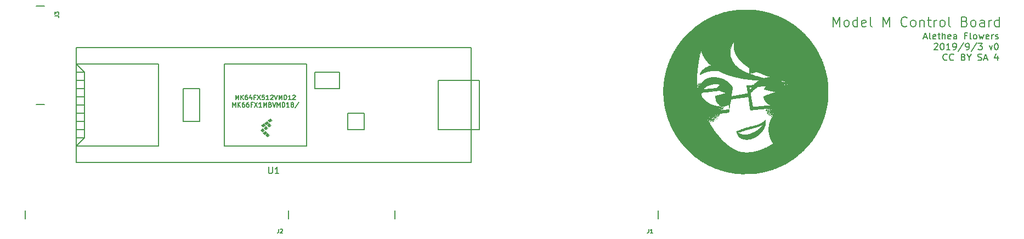
<source format=gbr>
G04 #@! TF.GenerationSoftware,KiCad,Pcbnew,(5.1.2)-2*
G04 #@! TF.CreationDate,2019-12-19T20:01:48-08:00*
G04 #@! TF.ProjectId,motherboard,6d6f7468-6572-4626-9f61-72642e6b6963,rev?*
G04 #@! TF.SameCoordinates,Original*
G04 #@! TF.FileFunction,Legend,Top*
G04 #@! TF.FilePolarity,Positive*
%FSLAX46Y46*%
G04 Gerber Fmt 4.6, Leading zero omitted, Abs format (unit mm)*
G04 Created by KiCad (PCBNEW (5.1.2)-2) date 2019-12-19 20:01:48*
%MOMM*%
%LPD*%
G04 APERTURE LIST*
%ADD10C,0.150000*%
%ADD11C,0.200000*%
%ADD12C,0.010000*%
%ADD13C,0.203200*%
%ADD14C,0.100000*%
%ADD15C,0.127000*%
G04 APERTURE END LIST*
D10*
X223385833Y-100516666D02*
X223862023Y-100516666D01*
X223290595Y-100802380D02*
X223623928Y-99802380D01*
X223957261Y-100802380D01*
X224433452Y-100802380D02*
X224338214Y-100754761D01*
X224290595Y-100659523D01*
X224290595Y-99802380D01*
X225195357Y-100754761D02*
X225100119Y-100802380D01*
X224909642Y-100802380D01*
X224814404Y-100754761D01*
X224766785Y-100659523D01*
X224766785Y-100278571D01*
X224814404Y-100183333D01*
X224909642Y-100135714D01*
X225100119Y-100135714D01*
X225195357Y-100183333D01*
X225242976Y-100278571D01*
X225242976Y-100373809D01*
X224766785Y-100469047D01*
X225528690Y-100135714D02*
X225909642Y-100135714D01*
X225671547Y-99802380D02*
X225671547Y-100659523D01*
X225719166Y-100754761D01*
X225814404Y-100802380D01*
X225909642Y-100802380D01*
X226242976Y-100802380D02*
X226242976Y-99802380D01*
X226671547Y-100802380D02*
X226671547Y-100278571D01*
X226623928Y-100183333D01*
X226528690Y-100135714D01*
X226385833Y-100135714D01*
X226290595Y-100183333D01*
X226242976Y-100230952D01*
X227528690Y-100754761D02*
X227433452Y-100802380D01*
X227242976Y-100802380D01*
X227147738Y-100754761D01*
X227100119Y-100659523D01*
X227100119Y-100278571D01*
X227147738Y-100183333D01*
X227242976Y-100135714D01*
X227433452Y-100135714D01*
X227528690Y-100183333D01*
X227576309Y-100278571D01*
X227576309Y-100373809D01*
X227100119Y-100469047D01*
X228433452Y-100802380D02*
X228433452Y-100278571D01*
X228385833Y-100183333D01*
X228290595Y-100135714D01*
X228100119Y-100135714D01*
X228004880Y-100183333D01*
X228433452Y-100754761D02*
X228338214Y-100802380D01*
X228100119Y-100802380D01*
X228004880Y-100754761D01*
X227957261Y-100659523D01*
X227957261Y-100564285D01*
X228004880Y-100469047D01*
X228100119Y-100421428D01*
X228338214Y-100421428D01*
X228433452Y-100373809D01*
X230004880Y-100278571D02*
X229671547Y-100278571D01*
X229671547Y-100802380D02*
X229671547Y-99802380D01*
X230147738Y-99802380D01*
X230671547Y-100802380D02*
X230576309Y-100754761D01*
X230528690Y-100659523D01*
X230528690Y-99802380D01*
X231195357Y-100802380D02*
X231100119Y-100754761D01*
X231052500Y-100707142D01*
X231004880Y-100611904D01*
X231004880Y-100326190D01*
X231052500Y-100230952D01*
X231100119Y-100183333D01*
X231195357Y-100135714D01*
X231338214Y-100135714D01*
X231433452Y-100183333D01*
X231481071Y-100230952D01*
X231528690Y-100326190D01*
X231528690Y-100611904D01*
X231481071Y-100707142D01*
X231433452Y-100754761D01*
X231338214Y-100802380D01*
X231195357Y-100802380D01*
X231862023Y-100135714D02*
X232052500Y-100802380D01*
X232242976Y-100326190D01*
X232433452Y-100802380D01*
X232623928Y-100135714D01*
X233385833Y-100754761D02*
X233290595Y-100802380D01*
X233100119Y-100802380D01*
X233004880Y-100754761D01*
X232957261Y-100659523D01*
X232957261Y-100278571D01*
X233004880Y-100183333D01*
X233100119Y-100135714D01*
X233290595Y-100135714D01*
X233385833Y-100183333D01*
X233433452Y-100278571D01*
X233433452Y-100373809D01*
X232957261Y-100469047D01*
X233862023Y-100802380D02*
X233862023Y-100135714D01*
X233862023Y-100326190D02*
X233909642Y-100230952D01*
X233957261Y-100183333D01*
X234052500Y-100135714D01*
X234147738Y-100135714D01*
X234433452Y-100754761D02*
X234528690Y-100802380D01*
X234719166Y-100802380D01*
X234814404Y-100754761D01*
X234862023Y-100659523D01*
X234862023Y-100611904D01*
X234814404Y-100516666D01*
X234719166Y-100469047D01*
X234576309Y-100469047D01*
X234481071Y-100421428D01*
X234433452Y-100326190D01*
X234433452Y-100278571D01*
X234481071Y-100183333D01*
X234576309Y-100135714D01*
X234719166Y-100135714D01*
X234814404Y-100183333D01*
X224957261Y-101547619D02*
X225004880Y-101500000D01*
X225100119Y-101452380D01*
X225338214Y-101452380D01*
X225433452Y-101500000D01*
X225481071Y-101547619D01*
X225528690Y-101642857D01*
X225528690Y-101738095D01*
X225481071Y-101880952D01*
X224909642Y-102452380D01*
X225528690Y-102452380D01*
X226147738Y-101452380D02*
X226242976Y-101452380D01*
X226338214Y-101500000D01*
X226385833Y-101547619D01*
X226433452Y-101642857D01*
X226481071Y-101833333D01*
X226481071Y-102071428D01*
X226433452Y-102261904D01*
X226385833Y-102357142D01*
X226338214Y-102404761D01*
X226242976Y-102452380D01*
X226147738Y-102452380D01*
X226052500Y-102404761D01*
X226004880Y-102357142D01*
X225957261Y-102261904D01*
X225909642Y-102071428D01*
X225909642Y-101833333D01*
X225957261Y-101642857D01*
X226004880Y-101547619D01*
X226052500Y-101500000D01*
X226147738Y-101452380D01*
X227433452Y-102452380D02*
X226862023Y-102452380D01*
X227147738Y-102452380D02*
X227147738Y-101452380D01*
X227052500Y-101595238D01*
X226957261Y-101690476D01*
X226862023Y-101738095D01*
X227909642Y-102452380D02*
X228100119Y-102452380D01*
X228195357Y-102404761D01*
X228242976Y-102357142D01*
X228338214Y-102214285D01*
X228385833Y-102023809D01*
X228385833Y-101642857D01*
X228338214Y-101547619D01*
X228290595Y-101500000D01*
X228195357Y-101452380D01*
X228004880Y-101452380D01*
X227909642Y-101500000D01*
X227862023Y-101547619D01*
X227814404Y-101642857D01*
X227814404Y-101880952D01*
X227862023Y-101976190D01*
X227909642Y-102023809D01*
X228004880Y-102071428D01*
X228195357Y-102071428D01*
X228290595Y-102023809D01*
X228338214Y-101976190D01*
X228385833Y-101880952D01*
X229528690Y-101404761D02*
X228671547Y-102690476D01*
X229909642Y-102452380D02*
X230100119Y-102452380D01*
X230195357Y-102404761D01*
X230242976Y-102357142D01*
X230338214Y-102214285D01*
X230385833Y-102023809D01*
X230385833Y-101642857D01*
X230338214Y-101547619D01*
X230290595Y-101500000D01*
X230195357Y-101452380D01*
X230004880Y-101452380D01*
X229909642Y-101500000D01*
X229862023Y-101547619D01*
X229814404Y-101642857D01*
X229814404Y-101880952D01*
X229862023Y-101976190D01*
X229909642Y-102023809D01*
X230004880Y-102071428D01*
X230195357Y-102071428D01*
X230290595Y-102023809D01*
X230338214Y-101976190D01*
X230385833Y-101880952D01*
X231528690Y-101404761D02*
X230671547Y-102690476D01*
X231766785Y-101452380D02*
X232385833Y-101452380D01*
X232052500Y-101833333D01*
X232195357Y-101833333D01*
X232290595Y-101880952D01*
X232338214Y-101928571D01*
X232385833Y-102023809D01*
X232385833Y-102261904D01*
X232338214Y-102357142D01*
X232290595Y-102404761D01*
X232195357Y-102452380D01*
X231909642Y-102452380D01*
X231814404Y-102404761D01*
X231766785Y-102357142D01*
X233481071Y-101785714D02*
X233719166Y-102452380D01*
X233957261Y-101785714D01*
X234528690Y-101452380D02*
X234623928Y-101452380D01*
X234719166Y-101500000D01*
X234766785Y-101547619D01*
X234814404Y-101642857D01*
X234862023Y-101833333D01*
X234862023Y-102071428D01*
X234814404Y-102261904D01*
X234766785Y-102357142D01*
X234719166Y-102404761D01*
X234623928Y-102452380D01*
X234528690Y-102452380D01*
X234433452Y-102404761D01*
X234385833Y-102357142D01*
X234338214Y-102261904D01*
X234290595Y-102071428D01*
X234290595Y-101833333D01*
X234338214Y-101642857D01*
X234385833Y-101547619D01*
X234433452Y-101500000D01*
X234528690Y-101452380D01*
X226957261Y-104007142D02*
X226909642Y-104054761D01*
X226766785Y-104102380D01*
X226671547Y-104102380D01*
X226528690Y-104054761D01*
X226433452Y-103959523D01*
X226385833Y-103864285D01*
X226338214Y-103673809D01*
X226338214Y-103530952D01*
X226385833Y-103340476D01*
X226433452Y-103245238D01*
X226528690Y-103150000D01*
X226671547Y-103102380D01*
X226766785Y-103102380D01*
X226909642Y-103150000D01*
X226957261Y-103197619D01*
X227957261Y-104007142D02*
X227909642Y-104054761D01*
X227766785Y-104102380D01*
X227671547Y-104102380D01*
X227528690Y-104054761D01*
X227433452Y-103959523D01*
X227385833Y-103864285D01*
X227338214Y-103673809D01*
X227338214Y-103530952D01*
X227385833Y-103340476D01*
X227433452Y-103245238D01*
X227528690Y-103150000D01*
X227671547Y-103102380D01*
X227766785Y-103102380D01*
X227909642Y-103150000D01*
X227957261Y-103197619D01*
X229481071Y-103578571D02*
X229623928Y-103626190D01*
X229671547Y-103673809D01*
X229719166Y-103769047D01*
X229719166Y-103911904D01*
X229671547Y-104007142D01*
X229623928Y-104054761D01*
X229528690Y-104102380D01*
X229147738Y-104102380D01*
X229147738Y-103102380D01*
X229481071Y-103102380D01*
X229576309Y-103150000D01*
X229623928Y-103197619D01*
X229671547Y-103292857D01*
X229671547Y-103388095D01*
X229623928Y-103483333D01*
X229576309Y-103530952D01*
X229481071Y-103578571D01*
X229147738Y-103578571D01*
X230338214Y-103626190D02*
X230338214Y-104102380D01*
X230004880Y-103102380D02*
X230338214Y-103626190D01*
X230671547Y-103102380D01*
X231719166Y-104054761D02*
X231862023Y-104102380D01*
X232100119Y-104102380D01*
X232195357Y-104054761D01*
X232242976Y-104007142D01*
X232290595Y-103911904D01*
X232290595Y-103816666D01*
X232242976Y-103721428D01*
X232195357Y-103673809D01*
X232100119Y-103626190D01*
X231909642Y-103578571D01*
X231814404Y-103530952D01*
X231766785Y-103483333D01*
X231719166Y-103388095D01*
X231719166Y-103292857D01*
X231766785Y-103197619D01*
X231814404Y-103150000D01*
X231909642Y-103102380D01*
X232147738Y-103102380D01*
X232290595Y-103150000D01*
X232671547Y-103816666D02*
X233147738Y-103816666D01*
X232576309Y-104102380D02*
X232909642Y-103102380D01*
X233242976Y-104102380D01*
X234766785Y-103435714D02*
X234766785Y-104102380D01*
X234528690Y-103054761D02*
X234290595Y-103769047D01*
X234909642Y-103769047D01*
D11*
X209414285Y-98878571D02*
X209414285Y-97378571D01*
X209914285Y-98450000D01*
X210414285Y-97378571D01*
X210414285Y-98878571D01*
X211342857Y-98878571D02*
X211200000Y-98807142D01*
X211128571Y-98735714D01*
X211057142Y-98592857D01*
X211057142Y-98164285D01*
X211128571Y-98021428D01*
X211200000Y-97950000D01*
X211342857Y-97878571D01*
X211557142Y-97878571D01*
X211700000Y-97950000D01*
X211771428Y-98021428D01*
X211842857Y-98164285D01*
X211842857Y-98592857D01*
X211771428Y-98735714D01*
X211700000Y-98807142D01*
X211557142Y-98878571D01*
X211342857Y-98878571D01*
X213128571Y-98878571D02*
X213128571Y-97378571D01*
X213128571Y-98807142D02*
X212985714Y-98878571D01*
X212700000Y-98878571D01*
X212557142Y-98807142D01*
X212485714Y-98735714D01*
X212414285Y-98592857D01*
X212414285Y-98164285D01*
X212485714Y-98021428D01*
X212557142Y-97950000D01*
X212700000Y-97878571D01*
X212985714Y-97878571D01*
X213128571Y-97950000D01*
X214414285Y-98807142D02*
X214271428Y-98878571D01*
X213985714Y-98878571D01*
X213842857Y-98807142D01*
X213771428Y-98664285D01*
X213771428Y-98092857D01*
X213842857Y-97950000D01*
X213985714Y-97878571D01*
X214271428Y-97878571D01*
X214414285Y-97950000D01*
X214485714Y-98092857D01*
X214485714Y-98235714D01*
X213771428Y-98378571D01*
X215342857Y-98878571D02*
X215200000Y-98807142D01*
X215128571Y-98664285D01*
X215128571Y-97378571D01*
X217057142Y-98878571D02*
X217057142Y-97378571D01*
X217557142Y-98450000D01*
X218057142Y-97378571D01*
X218057142Y-98878571D01*
X220771428Y-98735714D02*
X220700000Y-98807142D01*
X220485714Y-98878571D01*
X220342857Y-98878571D01*
X220128571Y-98807142D01*
X219985714Y-98664285D01*
X219914285Y-98521428D01*
X219842857Y-98235714D01*
X219842857Y-98021428D01*
X219914285Y-97735714D01*
X219985714Y-97592857D01*
X220128571Y-97450000D01*
X220342857Y-97378571D01*
X220485714Y-97378571D01*
X220700000Y-97450000D01*
X220771428Y-97521428D01*
X221628571Y-98878571D02*
X221485714Y-98807142D01*
X221414285Y-98735714D01*
X221342857Y-98592857D01*
X221342857Y-98164285D01*
X221414285Y-98021428D01*
X221485714Y-97950000D01*
X221628571Y-97878571D01*
X221842857Y-97878571D01*
X221985714Y-97950000D01*
X222057142Y-98021428D01*
X222128571Y-98164285D01*
X222128571Y-98592857D01*
X222057142Y-98735714D01*
X221985714Y-98807142D01*
X221842857Y-98878571D01*
X221628571Y-98878571D01*
X222771428Y-97878571D02*
X222771428Y-98878571D01*
X222771428Y-98021428D02*
X222842857Y-97950000D01*
X222985714Y-97878571D01*
X223200000Y-97878571D01*
X223342857Y-97950000D01*
X223414285Y-98092857D01*
X223414285Y-98878571D01*
X223914285Y-97878571D02*
X224485714Y-97878571D01*
X224128571Y-97378571D02*
X224128571Y-98664285D01*
X224200000Y-98807142D01*
X224342857Y-98878571D01*
X224485714Y-98878571D01*
X224985714Y-98878571D02*
X224985714Y-97878571D01*
X224985714Y-98164285D02*
X225057142Y-98021428D01*
X225128571Y-97950000D01*
X225271428Y-97878571D01*
X225414285Y-97878571D01*
X226128571Y-98878571D02*
X225985714Y-98807142D01*
X225914285Y-98735714D01*
X225842857Y-98592857D01*
X225842857Y-98164285D01*
X225914285Y-98021428D01*
X225985714Y-97950000D01*
X226128571Y-97878571D01*
X226342857Y-97878571D01*
X226485714Y-97950000D01*
X226557142Y-98021428D01*
X226628571Y-98164285D01*
X226628571Y-98592857D01*
X226557142Y-98735714D01*
X226485714Y-98807142D01*
X226342857Y-98878571D01*
X226128571Y-98878571D01*
X227485714Y-98878571D02*
X227342857Y-98807142D01*
X227271428Y-98664285D01*
X227271428Y-97378571D01*
X229700000Y-98092857D02*
X229914285Y-98164285D01*
X229985714Y-98235714D01*
X230057142Y-98378571D01*
X230057142Y-98592857D01*
X229985714Y-98735714D01*
X229914285Y-98807142D01*
X229771428Y-98878571D01*
X229200000Y-98878571D01*
X229200000Y-97378571D01*
X229700000Y-97378571D01*
X229842857Y-97450000D01*
X229914285Y-97521428D01*
X229985714Y-97664285D01*
X229985714Y-97807142D01*
X229914285Y-97950000D01*
X229842857Y-98021428D01*
X229700000Y-98092857D01*
X229200000Y-98092857D01*
X230914285Y-98878571D02*
X230771428Y-98807142D01*
X230700000Y-98735714D01*
X230628571Y-98592857D01*
X230628571Y-98164285D01*
X230700000Y-98021428D01*
X230771428Y-97950000D01*
X230914285Y-97878571D01*
X231128571Y-97878571D01*
X231271428Y-97950000D01*
X231342857Y-98021428D01*
X231414285Y-98164285D01*
X231414285Y-98592857D01*
X231342857Y-98735714D01*
X231271428Y-98807142D01*
X231128571Y-98878571D01*
X230914285Y-98878571D01*
X232700000Y-98878571D02*
X232700000Y-98092857D01*
X232628571Y-97950000D01*
X232485714Y-97878571D01*
X232200000Y-97878571D01*
X232057142Y-97950000D01*
X232700000Y-98807142D02*
X232557142Y-98878571D01*
X232200000Y-98878571D01*
X232057142Y-98807142D01*
X231985714Y-98664285D01*
X231985714Y-98521428D01*
X232057142Y-98378571D01*
X232200000Y-98307142D01*
X232557142Y-98307142D01*
X232700000Y-98235714D01*
X233414285Y-98878571D02*
X233414285Y-97878571D01*
X233414285Y-98164285D02*
X233485714Y-98021428D01*
X233557142Y-97950000D01*
X233700000Y-97878571D01*
X233842857Y-97878571D01*
X234985714Y-98878571D02*
X234985714Y-97378571D01*
X234985714Y-98807142D02*
X234842857Y-98878571D01*
X234557142Y-98878571D01*
X234414285Y-98807142D01*
X234342857Y-98735714D01*
X234271428Y-98592857D01*
X234271428Y-98164285D01*
X234342857Y-98021428D01*
X234414285Y-97950000D01*
X234557142Y-97878571D01*
X234842857Y-97878571D01*
X234985714Y-97950000D01*
D12*
G36*
X190668400Y-111401100D02*
G01*
X190655700Y-111413800D01*
X190643000Y-111401100D01*
X190655700Y-111388400D01*
X190668400Y-111401100D01*
X190668400Y-111401100D01*
G37*
X190668400Y-111401100D02*
X190655700Y-111413800D01*
X190643000Y-111401100D01*
X190655700Y-111388400D01*
X190668400Y-111401100D01*
G36*
X201590400Y-107413300D02*
G01*
X201577700Y-107426000D01*
X201565000Y-107413300D01*
X201577700Y-107400600D01*
X201590400Y-107413300D01*
X201590400Y-107413300D01*
G37*
X201590400Y-107413300D02*
X201577700Y-107426000D01*
X201565000Y-107413300D01*
X201577700Y-107400600D01*
X201590400Y-107413300D01*
G36*
X201971400Y-108657900D02*
G01*
X201958700Y-108670600D01*
X201946000Y-108657900D01*
X201958700Y-108645200D01*
X201971400Y-108657900D01*
X201971400Y-108657900D01*
G37*
X201971400Y-108657900D02*
X201958700Y-108670600D01*
X201946000Y-108657900D01*
X201958700Y-108645200D01*
X201971400Y-108657900D01*
G36*
X196629645Y-108557097D02*
G01*
X196615151Y-108575773D01*
X196593795Y-108591824D01*
X196599124Y-108566373D01*
X196600933Y-108561554D01*
X196621054Y-108530451D01*
X196632494Y-108530227D01*
X196629645Y-108557097D01*
X196629645Y-108557097D01*
G37*
X196629645Y-108557097D02*
X196615151Y-108575773D01*
X196593795Y-108591824D01*
X196599124Y-108566373D01*
X196600933Y-108561554D01*
X196621054Y-108530451D01*
X196632494Y-108530227D01*
X196629645Y-108557097D01*
G36*
X196578631Y-108636207D02*
G01*
X196573900Y-108645200D01*
X196549967Y-108669457D01*
X196545501Y-108670600D01*
X196543768Y-108654192D01*
X196548500Y-108645200D01*
X196572432Y-108620942D01*
X196576898Y-108619800D01*
X196578631Y-108636207D01*
X196578631Y-108636207D01*
G37*
X196578631Y-108636207D02*
X196573900Y-108645200D01*
X196549967Y-108669457D01*
X196545501Y-108670600D01*
X196543768Y-108654192D01*
X196548500Y-108645200D01*
X196572432Y-108620942D01*
X196576898Y-108619800D01*
X196578631Y-108636207D01*
G36*
X188763400Y-109115100D02*
G01*
X188750700Y-109127800D01*
X188738000Y-109115100D01*
X188750700Y-109102400D01*
X188763400Y-109115100D01*
X188763400Y-109115100D01*
G37*
X188763400Y-109115100D02*
X188750700Y-109127800D01*
X188738000Y-109115100D01*
X188750700Y-109102400D01*
X188763400Y-109115100D01*
G36*
X188687200Y-109115100D02*
G01*
X188674500Y-109127800D01*
X188661800Y-109115100D01*
X188674500Y-109102400D01*
X188687200Y-109115100D01*
X188687200Y-109115100D01*
G37*
X188687200Y-109115100D02*
X188674500Y-109127800D01*
X188661800Y-109115100D01*
X188674500Y-109102400D01*
X188687200Y-109115100D01*
G36*
X188729533Y-109161666D02*
G01*
X188726046Y-109176766D01*
X188712600Y-109178600D01*
X188691692Y-109169306D01*
X188695666Y-109161666D01*
X188725810Y-109158626D01*
X188729533Y-109161666D01*
X188729533Y-109161666D01*
G37*
X188729533Y-109161666D02*
X188726046Y-109176766D01*
X188712600Y-109178600D01*
X188691692Y-109169306D01*
X188695666Y-109161666D01*
X188725810Y-109158626D01*
X188729533Y-109161666D01*
G36*
X202504800Y-107743500D02*
G01*
X202492100Y-107756200D01*
X202479400Y-107743500D01*
X202492100Y-107730800D01*
X202504800Y-107743500D01*
X202504800Y-107743500D01*
G37*
X202504800Y-107743500D02*
X202492100Y-107756200D01*
X202479400Y-107743500D01*
X202492100Y-107730800D01*
X202504800Y-107743500D01*
G36*
X202174600Y-107743500D02*
G01*
X202161900Y-107756200D01*
X202149200Y-107743500D01*
X202161900Y-107730800D01*
X202174600Y-107743500D01*
X202174600Y-107743500D01*
G37*
X202174600Y-107743500D02*
X202161900Y-107756200D01*
X202149200Y-107743500D01*
X202161900Y-107730800D01*
X202174600Y-107743500D01*
G36*
X202399275Y-107766474D02*
G01*
X202426543Y-107792049D01*
X202420949Y-107806752D01*
X202417399Y-107807000D01*
X202395915Y-107788958D01*
X202388074Y-107777675D01*
X202385080Y-107760294D01*
X202399275Y-107766474D01*
X202399275Y-107766474D01*
G37*
X202399275Y-107766474D02*
X202426543Y-107792049D01*
X202420949Y-107806752D01*
X202417399Y-107807000D01*
X202395915Y-107788958D01*
X202388074Y-107777675D01*
X202385080Y-107760294D01*
X202399275Y-107766474D01*
G36*
X202014231Y-107772607D02*
G01*
X202009500Y-107781600D01*
X201985567Y-107805857D01*
X201981101Y-107807000D01*
X201979368Y-107790592D01*
X201984100Y-107781600D01*
X202008032Y-107757342D01*
X202012498Y-107756200D01*
X202014231Y-107772607D01*
X202014231Y-107772607D01*
G37*
X202014231Y-107772607D02*
X202009500Y-107781600D01*
X201985567Y-107805857D01*
X201981101Y-107807000D01*
X201979368Y-107790592D01*
X201984100Y-107781600D01*
X202008032Y-107757342D01*
X202012498Y-107756200D01*
X202014231Y-107772607D01*
G36*
X202479400Y-107819700D02*
G01*
X202466700Y-107832400D01*
X202454000Y-107819700D01*
X202466700Y-107807000D01*
X202479400Y-107819700D01*
X202479400Y-107819700D01*
G37*
X202479400Y-107819700D02*
X202466700Y-107832400D01*
X202454000Y-107819700D01*
X202466700Y-107807000D01*
X202479400Y-107819700D01*
G36*
X201934742Y-107773168D02*
G01*
X201930291Y-107792980D01*
X201909794Y-107828732D01*
X201896541Y-107822743D01*
X201895200Y-107808499D01*
X201913647Y-107774056D01*
X201920309Y-107769079D01*
X201934742Y-107773168D01*
X201934742Y-107773168D01*
G37*
X201934742Y-107773168D02*
X201930291Y-107792980D01*
X201909794Y-107828732D01*
X201896541Y-107822743D01*
X201895200Y-107808499D01*
X201913647Y-107774056D01*
X201920309Y-107769079D01*
X201934742Y-107773168D01*
G36*
X202597933Y-107840866D02*
G01*
X202594446Y-107855966D01*
X202581000Y-107857800D01*
X202560092Y-107848506D01*
X202564066Y-107840866D01*
X202594210Y-107837826D01*
X202597933Y-107840866D01*
X202597933Y-107840866D01*
G37*
X202597933Y-107840866D02*
X202594446Y-107855966D01*
X202581000Y-107857800D01*
X202560092Y-107848506D01*
X202564066Y-107840866D01*
X202594210Y-107837826D01*
X202597933Y-107840866D01*
G36*
X202216933Y-107840866D02*
G01*
X202213446Y-107855966D01*
X202200000Y-107857800D01*
X202179092Y-107848506D01*
X202183066Y-107840866D01*
X202213210Y-107837826D01*
X202216933Y-107840866D01*
X202216933Y-107840866D01*
G37*
X202216933Y-107840866D02*
X202213446Y-107855966D01*
X202200000Y-107857800D01*
X202179092Y-107848506D01*
X202183066Y-107840866D01*
X202213210Y-107837826D01*
X202216933Y-107840866D01*
G36*
X202123800Y-107845100D02*
G01*
X202111100Y-107857800D01*
X202098400Y-107845100D01*
X202111100Y-107832400D01*
X202123800Y-107845100D01*
X202123800Y-107845100D01*
G37*
X202123800Y-107845100D02*
X202111100Y-107857800D01*
X202098400Y-107845100D01*
X202111100Y-107832400D01*
X202123800Y-107845100D01*
G36*
X202530200Y-107870500D02*
G01*
X202517500Y-107883200D01*
X202504800Y-107870500D01*
X202517500Y-107857800D01*
X202530200Y-107870500D01*
X202530200Y-107870500D01*
G37*
X202530200Y-107870500D02*
X202517500Y-107883200D01*
X202504800Y-107870500D01*
X202517500Y-107857800D01*
X202530200Y-107870500D01*
G36*
X202454000Y-107870500D02*
G01*
X202441300Y-107883200D01*
X202428600Y-107870500D01*
X202441300Y-107857800D01*
X202454000Y-107870500D01*
X202454000Y-107870500D01*
G37*
X202454000Y-107870500D02*
X202441300Y-107883200D01*
X202428600Y-107870500D01*
X202441300Y-107857800D01*
X202454000Y-107870500D01*
G36*
X202343933Y-107891666D02*
G01*
X202340446Y-107906766D01*
X202327000Y-107908600D01*
X202306092Y-107899306D01*
X202310066Y-107891666D01*
X202340210Y-107888626D01*
X202343933Y-107891666D01*
X202343933Y-107891666D01*
G37*
X202343933Y-107891666D02*
X202340446Y-107906766D01*
X202327000Y-107908600D01*
X202306092Y-107899306D01*
X202310066Y-107891666D01*
X202340210Y-107888626D01*
X202343933Y-107891666D01*
G36*
X202268231Y-107874207D02*
G01*
X202263500Y-107883200D01*
X202239567Y-107907457D01*
X202235101Y-107908600D01*
X202233368Y-107892192D01*
X202238100Y-107883200D01*
X202262032Y-107858942D01*
X202266498Y-107857800D01*
X202268231Y-107874207D01*
X202268231Y-107874207D01*
G37*
X202268231Y-107874207D02*
X202263500Y-107883200D01*
X202239567Y-107907457D01*
X202235101Y-107908600D01*
X202233368Y-107892192D01*
X202238100Y-107883200D01*
X202262032Y-107858942D01*
X202266498Y-107857800D01*
X202268231Y-107874207D01*
G36*
X202555600Y-107921300D02*
G01*
X202542900Y-107934000D01*
X202530200Y-107921300D01*
X202542900Y-107908600D01*
X202555600Y-107921300D01*
X202555600Y-107921300D01*
G37*
X202555600Y-107921300D02*
X202542900Y-107934000D01*
X202530200Y-107921300D01*
X202542900Y-107908600D01*
X202555600Y-107921300D01*
G36*
X202149200Y-107921300D02*
G01*
X202136500Y-107934000D01*
X202123800Y-107921300D01*
X202136500Y-107908600D01*
X202149200Y-107921300D01*
X202149200Y-107921300D01*
G37*
X202149200Y-107921300D02*
X202136500Y-107934000D01*
X202123800Y-107921300D01*
X202136500Y-107908600D01*
X202149200Y-107921300D01*
G36*
X202377800Y-107946700D02*
G01*
X202365100Y-107959400D01*
X202352400Y-107946700D01*
X202365100Y-107934000D01*
X202377800Y-107946700D01*
X202377800Y-107946700D01*
G37*
X202377800Y-107946700D02*
X202365100Y-107959400D01*
X202352400Y-107946700D01*
X202365100Y-107934000D01*
X202377800Y-107946700D01*
G36*
X202327000Y-107946700D02*
G01*
X202314300Y-107959400D01*
X202301600Y-107946700D01*
X202314300Y-107934000D01*
X202327000Y-107946700D01*
X202327000Y-107946700D01*
G37*
X202327000Y-107946700D02*
X202314300Y-107959400D01*
X202301600Y-107946700D01*
X202314300Y-107934000D01*
X202327000Y-107946700D01*
G36*
X202225400Y-107946700D02*
G01*
X202212700Y-107959400D01*
X202200000Y-107946700D01*
X202212700Y-107934000D01*
X202225400Y-107946700D01*
X202225400Y-107946700D01*
G37*
X202225400Y-107946700D02*
X202212700Y-107959400D01*
X202200000Y-107946700D01*
X202212700Y-107934000D01*
X202225400Y-107946700D01*
G36*
X202035872Y-107874346D02*
G01*
X202022200Y-107908600D01*
X201994010Y-107951906D01*
X201972476Y-107951802D01*
X201956274Y-107930075D01*
X201953280Y-107912694D01*
X201967475Y-107918874D01*
X201992618Y-107916540D01*
X201996800Y-107897399D01*
X202010519Y-107862653D01*
X202023093Y-107857800D01*
X202035872Y-107874346D01*
X202035872Y-107874346D01*
G37*
X202035872Y-107874346D02*
X202022200Y-107908600D01*
X201994010Y-107951906D01*
X201972476Y-107951802D01*
X201956274Y-107930075D01*
X201953280Y-107912694D01*
X201967475Y-107918874D01*
X201992618Y-107916540D01*
X201996800Y-107897399D01*
X202010519Y-107862653D01*
X202023093Y-107857800D01*
X202035872Y-107874346D01*
G36*
X202657200Y-107972100D02*
G01*
X202644500Y-107984800D01*
X202631800Y-107972100D01*
X202644500Y-107959400D01*
X202657200Y-107972100D01*
X202657200Y-107972100D01*
G37*
X202657200Y-107972100D02*
X202644500Y-107984800D01*
X202631800Y-107972100D01*
X202644500Y-107959400D01*
X202657200Y-107972100D01*
G36*
X202581000Y-107972100D02*
G01*
X202568300Y-107984800D01*
X202555600Y-107972100D01*
X202568300Y-107959400D01*
X202581000Y-107972100D01*
X202581000Y-107972100D01*
G37*
X202581000Y-107972100D02*
X202568300Y-107984800D01*
X202555600Y-107972100D01*
X202568300Y-107959400D01*
X202581000Y-107972100D01*
G36*
X202073000Y-107972100D02*
G01*
X202060300Y-107984800D01*
X202047600Y-107972100D01*
X202060300Y-107959400D01*
X202073000Y-107972100D01*
X202073000Y-107972100D01*
G37*
X202073000Y-107972100D02*
X202060300Y-107984800D01*
X202047600Y-107972100D01*
X202060300Y-107959400D01*
X202073000Y-107972100D01*
G36*
X201920600Y-107972100D02*
G01*
X201907900Y-107984800D01*
X201895200Y-107972100D01*
X201907900Y-107959400D01*
X201920600Y-107972100D01*
X201920600Y-107972100D01*
G37*
X201920600Y-107972100D02*
X201907900Y-107984800D01*
X201895200Y-107972100D01*
X201907900Y-107959400D01*
X201920600Y-107972100D01*
G36*
X202166631Y-107975807D02*
G01*
X202161900Y-107984800D01*
X202137967Y-108009057D01*
X202133501Y-108010200D01*
X202131768Y-107993792D01*
X202136500Y-107984800D01*
X202160432Y-107960542D01*
X202164898Y-107959400D01*
X202166631Y-107975807D01*
X202166631Y-107975807D01*
G37*
X202166631Y-107975807D02*
X202161900Y-107984800D01*
X202137967Y-108009057D01*
X202133501Y-108010200D01*
X202131768Y-107993792D01*
X202136500Y-107984800D01*
X202160432Y-107960542D01*
X202164898Y-107959400D01*
X202166631Y-107975807D01*
G36*
X202064533Y-108018666D02*
G01*
X202061046Y-108033766D01*
X202047600Y-108035600D01*
X202026692Y-108026306D01*
X202030666Y-108018666D01*
X202060810Y-108015626D01*
X202064533Y-108018666D01*
X202064533Y-108018666D01*
G37*
X202064533Y-108018666D02*
X202061046Y-108033766D01*
X202047600Y-108035600D01*
X202026692Y-108026306D01*
X202030666Y-108018666D01*
X202060810Y-108015626D01*
X202064533Y-108018666D01*
G36*
X201886733Y-108018666D02*
G01*
X201883246Y-108033766D01*
X201869800Y-108035600D01*
X201848892Y-108026306D01*
X201852866Y-108018666D01*
X201883010Y-108015626D01*
X201886733Y-108018666D01*
X201886733Y-108018666D01*
G37*
X201886733Y-108018666D02*
X201883246Y-108033766D01*
X201869800Y-108035600D01*
X201848892Y-108026306D01*
X201852866Y-108018666D01*
X201883010Y-108015626D01*
X201886733Y-108018666D01*
G36*
X202494612Y-107916992D02*
G01*
X202497335Y-107940350D01*
X202504848Y-107994390D01*
X202507919Y-108007025D01*
X202496586Y-108043516D01*
X202479400Y-108053408D01*
X202454186Y-108058926D01*
X202471441Y-108043595D01*
X202479400Y-108037922D01*
X202497564Y-108013915D01*
X202471692Y-108005055D01*
X202446562Y-108007554D01*
X202440944Y-107991868D01*
X202453805Y-107959762D01*
X202481411Y-107915599D01*
X202494612Y-107916992D01*
X202494612Y-107916992D01*
G37*
X202494612Y-107916992D02*
X202497335Y-107940350D01*
X202504848Y-107994390D01*
X202507919Y-108007025D01*
X202496586Y-108043516D01*
X202479400Y-108053408D01*
X202454186Y-108058926D01*
X202471441Y-108043595D01*
X202479400Y-108037922D01*
X202497564Y-108013915D01*
X202471692Y-108005055D01*
X202446562Y-108007554D01*
X202440944Y-107991868D01*
X202453805Y-107959762D01*
X202481411Y-107915599D01*
X202494612Y-107916992D01*
G36*
X202250800Y-108048300D02*
G01*
X202238100Y-108061000D01*
X202225400Y-108048300D01*
X202238100Y-108035600D01*
X202250800Y-108048300D01*
X202250800Y-108048300D01*
G37*
X202250800Y-108048300D02*
X202238100Y-108061000D01*
X202225400Y-108048300D01*
X202238100Y-108035600D01*
X202250800Y-108048300D01*
G36*
X202200000Y-108073700D02*
G01*
X202187300Y-108086400D01*
X202174600Y-108073700D01*
X202187300Y-108061000D01*
X202200000Y-108073700D01*
X202200000Y-108073700D01*
G37*
X202200000Y-108073700D02*
X202187300Y-108086400D01*
X202174600Y-108073700D01*
X202187300Y-108061000D01*
X202200000Y-108073700D01*
G36*
X202581000Y-108099100D02*
G01*
X202568300Y-108111800D01*
X202555600Y-108099100D01*
X202568300Y-108086400D01*
X202581000Y-108099100D01*
X202581000Y-108099100D01*
G37*
X202581000Y-108099100D02*
X202568300Y-108111800D01*
X202555600Y-108099100D01*
X202568300Y-108086400D01*
X202581000Y-108099100D01*
G36*
X201920600Y-108099100D02*
G01*
X201907900Y-108111800D01*
X201895200Y-108099100D01*
X201907900Y-108086400D01*
X201920600Y-108099100D01*
X201920600Y-108099100D01*
G37*
X201920600Y-108099100D02*
X201907900Y-108111800D01*
X201895200Y-108099100D01*
X201907900Y-108086400D01*
X201920600Y-108099100D01*
G36*
X202657200Y-108099100D02*
G01*
X202681431Y-108121924D01*
X202682600Y-108125999D01*
X202662948Y-108136908D01*
X202657200Y-108137200D01*
X202632776Y-108117673D01*
X202631800Y-108110300D01*
X202647360Y-108095131D01*
X202657200Y-108099100D01*
X202657200Y-108099100D01*
G37*
X202657200Y-108099100D02*
X202681431Y-108121924D01*
X202682600Y-108125999D01*
X202662948Y-108136908D01*
X202657200Y-108137200D01*
X202632776Y-108117673D01*
X202631800Y-108110300D01*
X202647360Y-108095131D01*
X202657200Y-108099100D01*
G36*
X202053612Y-108072046D02*
G01*
X202054052Y-108090299D01*
X202045417Y-108101729D01*
X202019165Y-108130638D01*
X202012739Y-108135194D01*
X201990309Y-108125500D01*
X201977750Y-108120378D01*
X201947321Y-108097718D01*
X201963323Y-108078575D01*
X202010445Y-108069979D01*
X202053612Y-108072046D01*
X202053612Y-108072046D01*
G37*
X202053612Y-108072046D02*
X202054052Y-108090299D01*
X202045417Y-108101729D01*
X202019165Y-108130638D01*
X202012739Y-108135194D01*
X201990309Y-108125500D01*
X201977750Y-108120378D01*
X201947321Y-108097718D01*
X201963323Y-108078575D01*
X202010445Y-108069979D01*
X202053612Y-108072046D01*
G36*
X202504800Y-108149900D02*
G01*
X202492100Y-108162600D01*
X202479400Y-108149900D01*
X202492100Y-108137200D01*
X202504800Y-108149900D01*
X202504800Y-108149900D01*
G37*
X202504800Y-108149900D02*
X202492100Y-108162600D01*
X202479400Y-108149900D01*
X202492100Y-108137200D01*
X202504800Y-108149900D01*
G36*
X202682600Y-108175300D02*
G01*
X202669900Y-108188000D01*
X202657200Y-108175300D01*
X202669900Y-108162600D01*
X202682600Y-108175300D01*
X202682600Y-108175300D01*
G37*
X202682600Y-108175300D02*
X202669900Y-108188000D01*
X202657200Y-108175300D01*
X202669900Y-108162600D01*
X202682600Y-108175300D01*
G36*
X202137898Y-108082766D02*
G01*
X202142850Y-108124500D01*
X202138751Y-108170549D01*
X202130114Y-108190847D01*
X202122426Y-108173775D01*
X202121856Y-108168950D01*
X202115819Y-108129663D01*
X202111404Y-108105450D01*
X202113411Y-108068144D01*
X202122872Y-108061000D01*
X202137898Y-108082766D01*
X202137898Y-108082766D01*
G37*
X202137898Y-108082766D02*
X202142850Y-108124500D01*
X202138751Y-108170549D01*
X202130114Y-108190847D01*
X202122426Y-108173775D01*
X202121856Y-108168950D01*
X202115819Y-108129663D01*
X202111404Y-108105450D01*
X202113411Y-108068144D01*
X202122872Y-108061000D01*
X202137898Y-108082766D01*
G36*
X202479400Y-108200700D02*
G01*
X202466700Y-108213400D01*
X202454000Y-108200700D01*
X202466700Y-108188000D01*
X202479400Y-108200700D01*
X202479400Y-108200700D01*
G37*
X202479400Y-108200700D02*
X202466700Y-108213400D01*
X202454000Y-108200700D01*
X202466700Y-108188000D01*
X202479400Y-108200700D01*
G36*
X202196075Y-108172874D02*
G01*
X202223129Y-108196485D01*
X202225400Y-108202199D01*
X202213345Y-108212638D01*
X202188249Y-108189246D01*
X202184874Y-108184075D01*
X202181880Y-108166694D01*
X202196075Y-108172874D01*
X202196075Y-108172874D01*
G37*
X202196075Y-108172874D02*
X202223129Y-108196485D01*
X202225400Y-108202199D01*
X202213345Y-108212638D01*
X202188249Y-108189246D01*
X202184874Y-108184075D01*
X202181880Y-108166694D01*
X202196075Y-108172874D01*
G36*
X202574650Y-108147326D02*
G01*
X202602877Y-108170153D01*
X202590508Y-108191340D01*
X202549250Y-108213907D01*
X202511568Y-108230923D01*
X202515883Y-108222777D01*
X202536155Y-108205939D01*
X202563521Y-108170319D01*
X202561555Y-108149666D01*
X202561166Y-108140933D01*
X202574650Y-108147326D01*
X202574650Y-108147326D01*
G37*
X202574650Y-108147326D02*
X202602877Y-108170153D01*
X202590508Y-108191340D01*
X202549250Y-108213907D01*
X202511568Y-108230923D01*
X202515883Y-108222777D01*
X202536155Y-108205939D01*
X202563521Y-108170319D01*
X202561555Y-108149666D01*
X202561166Y-108140933D01*
X202574650Y-108147326D01*
G36*
X202674631Y-108229807D02*
G01*
X202669900Y-108238800D01*
X202645967Y-108263057D01*
X202641501Y-108264200D01*
X202639768Y-108247792D01*
X202644500Y-108238800D01*
X202668432Y-108214542D01*
X202672898Y-108213400D01*
X202674631Y-108229807D01*
X202674631Y-108229807D01*
G37*
X202674631Y-108229807D02*
X202669900Y-108238800D01*
X202645967Y-108263057D01*
X202641501Y-108264200D01*
X202639768Y-108247792D01*
X202644500Y-108238800D01*
X202668432Y-108214542D01*
X202672898Y-108213400D01*
X202674631Y-108229807D01*
G36*
X202606400Y-108251500D02*
G01*
X202593700Y-108264200D01*
X202581000Y-108251500D01*
X202593700Y-108238800D01*
X202606400Y-108251500D01*
X202606400Y-108251500D01*
G37*
X202606400Y-108251500D02*
X202593700Y-108264200D01*
X202581000Y-108251500D01*
X202593700Y-108238800D01*
X202606400Y-108251500D01*
G36*
X202355520Y-108029451D02*
G01*
X202360963Y-108034237D01*
X202374659Y-108053939D01*
X202346626Y-108047304D01*
X202345761Y-108046976D01*
X202313808Y-108042583D01*
X202316660Y-108070691D01*
X202348145Y-108099625D01*
X202399498Y-108097827D01*
X202441366Y-108090297D01*
X202440693Y-108095864D01*
X202395874Y-108118724D01*
X202390500Y-108121345D01*
X202348788Y-108146153D01*
X202343445Y-108159815D01*
X202347549Y-108160537D01*
X202368010Y-108177478D01*
X202364055Y-108189689D01*
X202339705Y-108205792D01*
X202332867Y-108202334D01*
X202305459Y-108205973D01*
X202265561Y-108232394D01*
X202229526Y-108261892D01*
X202229154Y-108256930D01*
X202253286Y-108226100D01*
X202304555Y-108156898D01*
X202320471Y-108121084D01*
X202301874Y-108116399D01*
X202293066Y-108119386D01*
X202257886Y-108121878D01*
X202250800Y-108111002D01*
X202270348Y-108087339D01*
X202277699Y-108086400D01*
X202293400Y-108071092D01*
X202289984Y-108062755D01*
X202289821Y-108032755D01*
X202318723Y-108018819D01*
X202355520Y-108029451D01*
X202355520Y-108029451D01*
G37*
X202355520Y-108029451D02*
X202360963Y-108034237D01*
X202374659Y-108053939D01*
X202346626Y-108047304D01*
X202345761Y-108046976D01*
X202313808Y-108042583D01*
X202316660Y-108070691D01*
X202348145Y-108099625D01*
X202399498Y-108097827D01*
X202441366Y-108090297D01*
X202440693Y-108095864D01*
X202395874Y-108118724D01*
X202390500Y-108121345D01*
X202348788Y-108146153D01*
X202343445Y-108159815D01*
X202347549Y-108160537D01*
X202368010Y-108177478D01*
X202364055Y-108189689D01*
X202339705Y-108205792D01*
X202332867Y-108202334D01*
X202305459Y-108205973D01*
X202265561Y-108232394D01*
X202229526Y-108261892D01*
X202229154Y-108256930D01*
X202253286Y-108226100D01*
X202304555Y-108156898D01*
X202320471Y-108121084D01*
X202301874Y-108116399D01*
X202293066Y-108119386D01*
X202257886Y-108121878D01*
X202250800Y-108111002D01*
X202270348Y-108087339D01*
X202277699Y-108086400D01*
X202293400Y-108071092D01*
X202289984Y-108062755D01*
X202289821Y-108032755D01*
X202318723Y-108018819D01*
X202355520Y-108029451D01*
G36*
X202174600Y-108251500D02*
G01*
X202161900Y-108264200D01*
X202149200Y-108251500D01*
X202161900Y-108238800D01*
X202174600Y-108251500D01*
X202174600Y-108251500D01*
G37*
X202174600Y-108251500D02*
X202161900Y-108264200D01*
X202149200Y-108251500D01*
X202161900Y-108238800D01*
X202174600Y-108251500D01*
G36*
X202518172Y-108269105D02*
G01*
X202510549Y-108287999D01*
X202486845Y-108300666D01*
X202457171Y-108308400D01*
X202469344Y-108289793D01*
X202472626Y-108286448D01*
X202505929Y-108266385D01*
X202518172Y-108269105D01*
X202518172Y-108269105D01*
G37*
X202518172Y-108269105D02*
X202510549Y-108287999D01*
X202486845Y-108300666D01*
X202457171Y-108308400D01*
X202469344Y-108289793D01*
X202472626Y-108286448D01*
X202505929Y-108266385D01*
X202518172Y-108269105D01*
G36*
X202225400Y-108302300D02*
G01*
X202212700Y-108315000D01*
X202200000Y-108302300D01*
X202212700Y-108289600D01*
X202225400Y-108302300D01*
X202225400Y-108302300D01*
G37*
X202225400Y-108302300D02*
X202212700Y-108315000D01*
X202200000Y-108302300D01*
X202212700Y-108289600D01*
X202225400Y-108302300D01*
G36*
X202631508Y-108309251D02*
G01*
X202631800Y-108315000D01*
X202612273Y-108339423D01*
X202604900Y-108340400D01*
X202589731Y-108324839D01*
X202593700Y-108315000D01*
X202616524Y-108290768D01*
X202620599Y-108289600D01*
X202631508Y-108309251D01*
X202631508Y-108309251D01*
G37*
X202631508Y-108309251D02*
X202631800Y-108315000D01*
X202612273Y-108339423D01*
X202604900Y-108340400D01*
X202589731Y-108324839D01*
X202593700Y-108315000D01*
X202616524Y-108290768D01*
X202620599Y-108289600D01*
X202631508Y-108309251D01*
G36*
X202555600Y-108353100D02*
G01*
X202542900Y-108365800D01*
X202530200Y-108353100D01*
X202542900Y-108340400D01*
X202555600Y-108353100D01*
X202555600Y-108353100D01*
G37*
X202555600Y-108353100D02*
X202542900Y-108365800D01*
X202530200Y-108353100D01*
X202542900Y-108340400D01*
X202555600Y-108353100D01*
G36*
X202682308Y-108360051D02*
G01*
X202682600Y-108365800D01*
X202663073Y-108390223D01*
X202655700Y-108391200D01*
X202640531Y-108375639D01*
X202644500Y-108365800D01*
X202667324Y-108341568D01*
X202671399Y-108340400D01*
X202682308Y-108360051D01*
X202682308Y-108360051D01*
G37*
X202682308Y-108360051D02*
X202682600Y-108365800D01*
X202663073Y-108390223D01*
X202655700Y-108391200D01*
X202640531Y-108375639D01*
X202644500Y-108365800D01*
X202667324Y-108341568D01*
X202671399Y-108340400D01*
X202682308Y-108360051D01*
G36*
X202309455Y-108359810D02*
G01*
X202310936Y-108371242D01*
X202278431Y-108391106D01*
X202276200Y-108391200D01*
X202242765Y-108373178D01*
X202241463Y-108371242D01*
X202251474Y-108354909D01*
X202276200Y-108351285D01*
X202309455Y-108359810D01*
X202309455Y-108359810D01*
G37*
X202309455Y-108359810D02*
X202310936Y-108371242D01*
X202278431Y-108391106D01*
X202276200Y-108391200D01*
X202242765Y-108373178D01*
X202241463Y-108371242D01*
X202251474Y-108354909D01*
X202276200Y-108351285D01*
X202309455Y-108359810D01*
G36*
X202606400Y-108403900D02*
G01*
X202593700Y-108416600D01*
X202581000Y-108403900D01*
X202593700Y-108391200D01*
X202606400Y-108403900D01*
X202606400Y-108403900D01*
G37*
X202606400Y-108403900D02*
X202593700Y-108416600D01*
X202581000Y-108403900D01*
X202593700Y-108391200D01*
X202606400Y-108403900D01*
G36*
X202369170Y-108257613D02*
G01*
X202374025Y-108287567D01*
X202392255Y-108299459D01*
X202419067Y-108323652D01*
X202417351Y-108338051D01*
X202422688Y-108365847D01*
X202434791Y-108372853D01*
X202455932Y-108391683D01*
X202453264Y-108399041D01*
X202423556Y-108400595D01*
X202403200Y-108391200D01*
X202380584Y-108363516D01*
X202384490Y-108350642D01*
X202381962Y-108323837D01*
X202360857Y-108302338D01*
X202334438Y-108274030D01*
X202352216Y-108251613D01*
X202352476Y-108251452D01*
X202373866Y-108244895D01*
X202369170Y-108257613D01*
X202369170Y-108257613D01*
G37*
X202369170Y-108257613D02*
X202374025Y-108287567D01*
X202392255Y-108299459D01*
X202419067Y-108323652D01*
X202417351Y-108338051D01*
X202422688Y-108365847D01*
X202434791Y-108372853D01*
X202455932Y-108391683D01*
X202453264Y-108399041D01*
X202423556Y-108400595D01*
X202403200Y-108391200D01*
X202380584Y-108363516D01*
X202384490Y-108350642D01*
X202381962Y-108323837D01*
X202360857Y-108302338D01*
X202334438Y-108274030D01*
X202352216Y-108251613D01*
X202352476Y-108251452D01*
X202373866Y-108244895D01*
X202369170Y-108257613D01*
G36*
X202043186Y-108192123D02*
G01*
X202116363Y-108267022D01*
X202168655Y-108342516D01*
X202200675Y-108401296D01*
X202203287Y-108428577D01*
X202187754Y-108433533D01*
X202133073Y-108420398D01*
X202118449Y-108412755D01*
X202103841Y-108396062D01*
X202131649Y-108391588D01*
X202162459Y-108379839D01*
X202160829Y-108364068D01*
X202126132Y-108347356D01*
X202108530Y-108350571D01*
X202077425Y-108349759D01*
X202073000Y-108339602D01*
X202092829Y-108316333D01*
X202102336Y-108315000D01*
X202109526Y-108299714D01*
X202084889Y-108263304D01*
X202039544Y-108229377D01*
X202004752Y-108224407D01*
X201975056Y-108222366D01*
X201971400Y-108212602D01*
X201950407Y-108191546D01*
X201926950Y-108187611D01*
X201898345Y-108182930D01*
X201917509Y-108165061D01*
X201918327Y-108164542D01*
X201975181Y-108156546D01*
X202043186Y-108192123D01*
X202043186Y-108192123D01*
G37*
X202043186Y-108192123D02*
X202116363Y-108267022D01*
X202168655Y-108342516D01*
X202200675Y-108401296D01*
X202203287Y-108428577D01*
X202187754Y-108433533D01*
X202133073Y-108420398D01*
X202118449Y-108412755D01*
X202103841Y-108396062D01*
X202131649Y-108391588D01*
X202162459Y-108379839D01*
X202160829Y-108364068D01*
X202126132Y-108347356D01*
X202108530Y-108350571D01*
X202077425Y-108349759D01*
X202073000Y-108339602D01*
X202092829Y-108316333D01*
X202102336Y-108315000D01*
X202109526Y-108299714D01*
X202084889Y-108263304D01*
X202039544Y-108229377D01*
X202004752Y-108224407D01*
X201975056Y-108222366D01*
X201971400Y-108212602D01*
X201950407Y-108191546D01*
X201926950Y-108187611D01*
X201898345Y-108182930D01*
X201917509Y-108165061D01*
X201918327Y-108164542D01*
X201975181Y-108156546D01*
X202043186Y-108192123D01*
G36*
X202498739Y-108382260D02*
G01*
X202504800Y-108391200D01*
X202528434Y-108443762D01*
X202513306Y-108466614D01*
X202504800Y-108467400D01*
X202485126Y-108445887D01*
X202479788Y-108410250D01*
X202483799Y-108373135D01*
X202498739Y-108382260D01*
X202498739Y-108382260D01*
G37*
X202498739Y-108382260D02*
X202504800Y-108391200D01*
X202528434Y-108443762D01*
X202513306Y-108466614D01*
X202504800Y-108467400D01*
X202485126Y-108445887D01*
X202479788Y-108410250D01*
X202483799Y-108373135D01*
X202498739Y-108382260D01*
G36*
X202123800Y-108454700D02*
G01*
X202111100Y-108467400D01*
X202098400Y-108454700D01*
X202111100Y-108442000D01*
X202123800Y-108454700D01*
X202123800Y-108454700D01*
G37*
X202123800Y-108454700D02*
X202111100Y-108467400D01*
X202098400Y-108454700D01*
X202111100Y-108442000D01*
X202123800Y-108454700D01*
G36*
X202657200Y-108480100D02*
G01*
X202644500Y-108492800D01*
X202631800Y-108480100D01*
X202644500Y-108467400D01*
X202657200Y-108480100D01*
X202657200Y-108480100D01*
G37*
X202657200Y-108480100D02*
X202644500Y-108492800D01*
X202631800Y-108480100D01*
X202644500Y-108467400D01*
X202657200Y-108480100D01*
G36*
X202708414Y-108480356D02*
G01*
X202723066Y-108510796D01*
X202719615Y-108519955D01*
X202695095Y-108542477D01*
X202683096Y-108516825D01*
X202682600Y-108504000D01*
X202695096Y-108477840D01*
X202708414Y-108480356D01*
X202708414Y-108480356D01*
G37*
X202708414Y-108480356D02*
X202723066Y-108510796D01*
X202719615Y-108519955D01*
X202695095Y-108542477D01*
X202683096Y-108516825D01*
X202682600Y-108504000D01*
X202695096Y-108477840D01*
X202708414Y-108480356D01*
G36*
X202301600Y-108530900D02*
G01*
X202288900Y-108543600D01*
X202276200Y-108530900D01*
X202288900Y-108518200D01*
X202301600Y-108530900D01*
X202301600Y-108530900D01*
G37*
X202301600Y-108530900D02*
X202288900Y-108543600D01*
X202276200Y-108530900D01*
X202288900Y-108518200D01*
X202301600Y-108530900D01*
G36*
X202191533Y-108501266D02*
G01*
X202194573Y-108531410D01*
X202191533Y-108535133D01*
X202176433Y-108531646D01*
X202174600Y-108518200D01*
X202183893Y-108497292D01*
X202191533Y-108501266D01*
X202191533Y-108501266D01*
G37*
X202191533Y-108501266D02*
X202194573Y-108531410D01*
X202191533Y-108535133D01*
X202176433Y-108531646D01*
X202174600Y-108518200D01*
X202183893Y-108497292D01*
X202191533Y-108501266D01*
G36*
X202149200Y-108530900D02*
G01*
X202136500Y-108543600D01*
X202123800Y-108530900D01*
X202136500Y-108518200D01*
X202149200Y-108530900D01*
X202149200Y-108530900D01*
G37*
X202149200Y-108530900D02*
X202136500Y-108543600D01*
X202123800Y-108530900D01*
X202136500Y-108518200D01*
X202149200Y-108530900D01*
G36*
X202657200Y-108556300D02*
G01*
X202644500Y-108569000D01*
X202631800Y-108556300D01*
X202644500Y-108543600D01*
X202657200Y-108556300D01*
X202657200Y-108556300D01*
G37*
X202657200Y-108556300D02*
X202644500Y-108569000D01*
X202631800Y-108556300D01*
X202644500Y-108543600D01*
X202657200Y-108556300D01*
G36*
X202272997Y-108455050D02*
G01*
X202264098Y-108490914D01*
X202268945Y-108543537D01*
X202294136Y-108566342D01*
X202320320Y-108585304D01*
X202303579Y-108592520D01*
X202271171Y-108593627D01*
X202225314Y-108590366D01*
X202214473Y-108569129D01*
X202229206Y-108518200D01*
X202251707Y-108465299D01*
X202268558Y-108442486D01*
X202272997Y-108455050D01*
X202272997Y-108455050D01*
G37*
X202272997Y-108455050D02*
X202264098Y-108490914D01*
X202268945Y-108543537D01*
X202294136Y-108566342D01*
X202320320Y-108585304D01*
X202303579Y-108592520D01*
X202271171Y-108593627D01*
X202225314Y-108590366D01*
X202214473Y-108569129D01*
X202229206Y-108518200D01*
X202251707Y-108465299D01*
X202268558Y-108442486D01*
X202272997Y-108455050D01*
G36*
X202174600Y-108581700D02*
G01*
X202161900Y-108594400D01*
X202149200Y-108581700D01*
X202161900Y-108569000D01*
X202174600Y-108581700D01*
X202174600Y-108581700D01*
G37*
X202174600Y-108581700D02*
X202161900Y-108594400D01*
X202149200Y-108581700D01*
X202161900Y-108569000D01*
X202174600Y-108581700D01*
G36*
X202729188Y-108599834D02*
G01*
X202733400Y-108604382D01*
X202713538Y-108620760D01*
X202695300Y-108628985D01*
X202662593Y-108629513D01*
X202657200Y-108619002D01*
X202677785Y-108597171D01*
X202695300Y-108594400D01*
X202729188Y-108599834D01*
X202729188Y-108599834D01*
G37*
X202729188Y-108599834D02*
X202733400Y-108604382D01*
X202713538Y-108620760D01*
X202695300Y-108628985D01*
X202662593Y-108629513D01*
X202657200Y-108619002D01*
X202677785Y-108597171D01*
X202695300Y-108594400D01*
X202729188Y-108599834D01*
G36*
X202572706Y-108487304D02*
G01*
X202568989Y-108531531D01*
X202551651Y-108561909D01*
X202531030Y-108591890D01*
X202547893Y-108592273D01*
X202561136Y-108587564D01*
X202605972Y-108586855D01*
X202622211Y-108599433D01*
X202623997Y-108615772D01*
X202612079Y-108610610D01*
X202576623Y-108611059D01*
X202568300Y-108619800D01*
X202537877Y-108634882D01*
X202528444Y-108631415D01*
X202506326Y-108635159D01*
X202504800Y-108643700D01*
X202485166Y-108669341D01*
X202476682Y-108670600D01*
X202460829Y-108652328D01*
X202467373Y-108626150D01*
X202483326Y-108561666D01*
X202485380Y-108530900D01*
X202489322Y-108503237D01*
X202496805Y-108511850D01*
X202523500Y-108542005D01*
X202549832Y-108529082D01*
X202557605Y-108499150D01*
X202563877Y-108474553D01*
X202572706Y-108487304D01*
X202572706Y-108487304D01*
G37*
X202572706Y-108487304D02*
X202568989Y-108531531D01*
X202551651Y-108561909D01*
X202531030Y-108591890D01*
X202547893Y-108592273D01*
X202561136Y-108587564D01*
X202605972Y-108586855D01*
X202622211Y-108599433D01*
X202623997Y-108615772D01*
X202612079Y-108610610D01*
X202576623Y-108611059D01*
X202568300Y-108619800D01*
X202537877Y-108634882D01*
X202528444Y-108631415D01*
X202506326Y-108635159D01*
X202504800Y-108643700D01*
X202485166Y-108669341D01*
X202476682Y-108670600D01*
X202460829Y-108652328D01*
X202467373Y-108626150D01*
X202483326Y-108561666D01*
X202485380Y-108530900D01*
X202489322Y-108503237D01*
X202496805Y-108511850D01*
X202523500Y-108542005D01*
X202549832Y-108529082D01*
X202557605Y-108499150D01*
X202563877Y-108474553D01*
X202572706Y-108487304D01*
G36*
X202217431Y-108636207D02*
G01*
X202212700Y-108645200D01*
X202188767Y-108669457D01*
X202184301Y-108670600D01*
X202182568Y-108654192D01*
X202187300Y-108645200D01*
X202211232Y-108620942D01*
X202215698Y-108619800D01*
X202217431Y-108636207D01*
X202217431Y-108636207D01*
G37*
X202217431Y-108636207D02*
X202212700Y-108645200D01*
X202188767Y-108669457D01*
X202184301Y-108670600D01*
X202182568Y-108654192D01*
X202187300Y-108645200D01*
X202211232Y-108620942D01*
X202215698Y-108619800D01*
X202217431Y-108636207D01*
G36*
X202149200Y-108708700D02*
G01*
X202136500Y-108721400D01*
X202123800Y-108708700D01*
X202136500Y-108696000D01*
X202149200Y-108708700D01*
X202149200Y-108708700D01*
G37*
X202149200Y-108708700D02*
X202136500Y-108721400D01*
X202123800Y-108708700D01*
X202136500Y-108696000D01*
X202149200Y-108708700D01*
G36*
X202200000Y-108734100D02*
G01*
X202187300Y-108746800D01*
X202174600Y-108734100D01*
X202187300Y-108721400D01*
X202200000Y-108734100D01*
X202200000Y-108734100D01*
G37*
X202200000Y-108734100D02*
X202187300Y-108746800D01*
X202174600Y-108734100D01*
X202187300Y-108721400D01*
X202200000Y-108734100D01*
G36*
X202369552Y-108409123D02*
G01*
X202388134Y-108438514D01*
X202384579Y-108460968D01*
X202382211Y-108487870D01*
X202398138Y-108483227D01*
X202424320Y-108487423D01*
X202441881Y-108524011D01*
X202447013Y-108574811D01*
X202435907Y-108621645D01*
X202429249Y-108631717D01*
X202410259Y-108673183D01*
X202413138Y-108691531D01*
X202403737Y-108708214D01*
X202370874Y-108711693D01*
X202328333Y-108720989D01*
X202320650Y-108740450D01*
X202318027Y-108770093D01*
X202299607Y-108760924D01*
X202285635Y-108734752D01*
X202290267Y-108688893D01*
X202311832Y-108656738D01*
X202343978Y-108634387D01*
X202352400Y-108646495D01*
X202361602Y-108663328D01*
X202390500Y-108645200D01*
X202422544Y-108599393D01*
X202425903Y-108551983D01*
X202401514Y-108521705D01*
X202384150Y-108518588D01*
X202355010Y-108522938D01*
X202373957Y-108540626D01*
X202377064Y-108542607D01*
X202400060Y-108570971D01*
X202396114Y-108584552D01*
X202368620Y-108591597D01*
X202350396Y-108550480D01*
X202343227Y-108484925D01*
X202347332Y-108423081D01*
X202367909Y-108408555D01*
X202369552Y-108409123D01*
X202369552Y-108409123D01*
G37*
X202369552Y-108409123D02*
X202388134Y-108438514D01*
X202384579Y-108460968D01*
X202382211Y-108487870D01*
X202398138Y-108483227D01*
X202424320Y-108487423D01*
X202441881Y-108524011D01*
X202447013Y-108574811D01*
X202435907Y-108621645D01*
X202429249Y-108631717D01*
X202410259Y-108673183D01*
X202413138Y-108691531D01*
X202403737Y-108708214D01*
X202370874Y-108711693D01*
X202328333Y-108720989D01*
X202320650Y-108740450D01*
X202318027Y-108770093D01*
X202299607Y-108760924D01*
X202285635Y-108734752D01*
X202290267Y-108688893D01*
X202311832Y-108656738D01*
X202343978Y-108634387D01*
X202352400Y-108646495D01*
X202361602Y-108663328D01*
X202390500Y-108645200D01*
X202422544Y-108599393D01*
X202425903Y-108551983D01*
X202401514Y-108521705D01*
X202384150Y-108518588D01*
X202355010Y-108522938D01*
X202373957Y-108540626D01*
X202377064Y-108542607D01*
X202400060Y-108570971D01*
X202396114Y-108584552D01*
X202368620Y-108591597D01*
X202350396Y-108550480D01*
X202343227Y-108484925D01*
X202347332Y-108423081D01*
X202367909Y-108408555D01*
X202369552Y-108409123D01*
G36*
X202490617Y-108723727D02*
G01*
X202499127Y-108761331D01*
X202486999Y-108809929D01*
X202440734Y-108821881D01*
X202384150Y-108806178D01*
X202355622Y-108784900D01*
X202403200Y-108784900D01*
X202415900Y-108797600D01*
X202428600Y-108784900D01*
X202415900Y-108772200D01*
X202403200Y-108784900D01*
X202355622Y-108784900D01*
X202352721Y-108782737D01*
X202363725Y-108764068D01*
X202409122Y-108760675D01*
X202417933Y-108762047D01*
X202461951Y-108763417D01*
X202468319Y-108749420D01*
X202467964Y-108717480D01*
X202473597Y-108712286D01*
X202490617Y-108723727D01*
X202490617Y-108723727D01*
G37*
X202490617Y-108723727D02*
X202499127Y-108761331D01*
X202486999Y-108809929D01*
X202440734Y-108821881D01*
X202384150Y-108806178D01*
X202355622Y-108784900D01*
X202403200Y-108784900D01*
X202415900Y-108797600D01*
X202428600Y-108784900D01*
X202415900Y-108772200D01*
X202403200Y-108784900D01*
X202355622Y-108784900D01*
X202352721Y-108782737D01*
X202363725Y-108764068D01*
X202409122Y-108760675D01*
X202417933Y-108762047D01*
X202461951Y-108763417D01*
X202468319Y-108749420D01*
X202467964Y-108717480D01*
X202473597Y-108712286D01*
X202490617Y-108723727D01*
G36*
X202706966Y-108816038D02*
G01*
X202708000Y-108823000D01*
X202699333Y-108847739D01*
X202696799Y-108848400D01*
X202675113Y-108830601D01*
X202669900Y-108823000D01*
X202671913Y-108799594D01*
X202681100Y-108797600D01*
X202706966Y-108816038D01*
X202706966Y-108816038D01*
G37*
X202706966Y-108816038D02*
X202708000Y-108823000D01*
X202699333Y-108847739D01*
X202696799Y-108848400D01*
X202675113Y-108830601D01*
X202669900Y-108823000D01*
X202671913Y-108799594D01*
X202681100Y-108797600D01*
X202706966Y-108816038D01*
G36*
X202719376Y-108666966D02*
G01*
X202710294Y-108686310D01*
X202696921Y-108735070D01*
X202702543Y-108758643D01*
X202697182Y-108771165D01*
X202669900Y-108771758D01*
X202602363Y-108768461D01*
X202569643Y-108774840D01*
X202578471Y-108788886D01*
X202592014Y-108795003D01*
X202621033Y-108816191D01*
X202615130Y-108830304D01*
X202577258Y-108829175D01*
X202559666Y-108816906D01*
X202531950Y-108774117D01*
X202547660Y-108749851D01*
X202569799Y-108746800D01*
X202595959Y-108734303D01*
X202595921Y-108734100D01*
X202631800Y-108734100D01*
X202644500Y-108746800D01*
X202657200Y-108734100D01*
X202644500Y-108721400D01*
X202631800Y-108734100D01*
X202595921Y-108734100D01*
X202593443Y-108720985D01*
X202563003Y-108706333D01*
X202553844Y-108709784D01*
X202531420Y-108714548D01*
X202530200Y-108711092D01*
X202549674Y-108690169D01*
X202580428Y-108670905D01*
X202616170Y-108656406D01*
X202618846Y-108674068D01*
X202615412Y-108683750D01*
X202616681Y-108712672D01*
X202644796Y-108713340D01*
X202685862Y-108687839D01*
X202702959Y-108670600D01*
X202724340Y-108648953D01*
X202719376Y-108666966D01*
X202719376Y-108666966D01*
G37*
X202719376Y-108666966D02*
X202710294Y-108686310D01*
X202696921Y-108735070D01*
X202702543Y-108758643D01*
X202697182Y-108771165D01*
X202669900Y-108771758D01*
X202602363Y-108768461D01*
X202569643Y-108774840D01*
X202578471Y-108788886D01*
X202592014Y-108795003D01*
X202621033Y-108816191D01*
X202615130Y-108830304D01*
X202577258Y-108829175D01*
X202559666Y-108816906D01*
X202531950Y-108774117D01*
X202547660Y-108749851D01*
X202569799Y-108746800D01*
X202595959Y-108734303D01*
X202595921Y-108734100D01*
X202631800Y-108734100D01*
X202644500Y-108746800D01*
X202657200Y-108734100D01*
X202644500Y-108721400D01*
X202631800Y-108734100D01*
X202595921Y-108734100D01*
X202593443Y-108720985D01*
X202563003Y-108706333D01*
X202553844Y-108709784D01*
X202531420Y-108714548D01*
X202530200Y-108711092D01*
X202549674Y-108690169D01*
X202580428Y-108670905D01*
X202616170Y-108656406D01*
X202618846Y-108674068D01*
X202615412Y-108683750D01*
X202616681Y-108712672D01*
X202644796Y-108713340D01*
X202685862Y-108687839D01*
X202702959Y-108670600D01*
X202724340Y-108648953D01*
X202719376Y-108666966D01*
G36*
X202597933Y-108882266D02*
G01*
X202594446Y-108897366D01*
X202581000Y-108899200D01*
X202560092Y-108889906D01*
X202564066Y-108882266D01*
X202594210Y-108879226D01*
X202597933Y-108882266D01*
X202597933Y-108882266D01*
G37*
X202597933Y-108882266D02*
X202594446Y-108897366D01*
X202581000Y-108899200D01*
X202560092Y-108889906D01*
X202564066Y-108882266D01*
X202594210Y-108879226D01*
X202597933Y-108882266D01*
G36*
X202678675Y-108884074D02*
G01*
X202705729Y-108907685D01*
X202708000Y-108913399D01*
X202695945Y-108923838D01*
X202670849Y-108900446D01*
X202667474Y-108895275D01*
X202664480Y-108877894D01*
X202678675Y-108884074D01*
X202678675Y-108884074D01*
G37*
X202678675Y-108884074D02*
X202705729Y-108907685D01*
X202708000Y-108913399D01*
X202695945Y-108923838D01*
X202670849Y-108900446D01*
X202667474Y-108895275D01*
X202664480Y-108877894D01*
X202678675Y-108884074D01*
G36*
X202521733Y-108907666D02*
G01*
X202518246Y-108922766D01*
X202504800Y-108924600D01*
X202483892Y-108915306D01*
X202487866Y-108907666D01*
X202518010Y-108904626D01*
X202521733Y-108907666D01*
X202521733Y-108907666D01*
G37*
X202521733Y-108907666D02*
X202518246Y-108922766D01*
X202504800Y-108924600D01*
X202483892Y-108915306D01*
X202487866Y-108907666D01*
X202518010Y-108904626D01*
X202521733Y-108907666D01*
G36*
X202651624Y-108933150D02*
G01*
X202646754Y-108946449D01*
X202619913Y-108958873D01*
X202580795Y-108961410D01*
X202570873Y-108954163D01*
X202581698Y-108937234D01*
X202608159Y-108931451D01*
X202651624Y-108933150D01*
X202651624Y-108933150D01*
G37*
X202651624Y-108933150D02*
X202646754Y-108946449D01*
X202619913Y-108958873D01*
X202580795Y-108961410D01*
X202570873Y-108954163D01*
X202581698Y-108937234D01*
X202608159Y-108931451D01*
X202651624Y-108933150D01*
G36*
X202280339Y-108789759D02*
G01*
X202301600Y-108810300D01*
X202319601Y-108841149D01*
X202303211Y-108848400D01*
X202285640Y-108863984D01*
X202289839Y-108875319D01*
X202315985Y-108884458D01*
X202335788Y-108866986D01*
X202383768Y-108843749D01*
X202441300Y-108849761D01*
X202480641Y-108862510D01*
X202477858Y-108870300D01*
X202473050Y-108870794D01*
X202435361Y-108892012D01*
X202428600Y-108913399D01*
X202417199Y-108940335D01*
X202405247Y-108938565D01*
X202369752Y-108941294D01*
X202348097Y-108956116D01*
X202304026Y-108982867D01*
X202259528Y-108990896D01*
X202233634Y-108978371D01*
X202232746Y-108967216D01*
X202217637Y-108941902D01*
X202202116Y-108938454D01*
X202162782Y-108918313D01*
X202155544Y-108905532D01*
X202162447Y-108884623D01*
X202182608Y-108888214D01*
X202225846Y-108884580D01*
X202239455Y-108871607D01*
X202244389Y-108852683D01*
X202222974Y-108862051D01*
X202200480Y-108872353D01*
X202213776Y-108850896D01*
X202218829Y-108844588D01*
X202237502Y-108805505D01*
X202233646Y-108788912D01*
X202235518Y-108773177D01*
X202243456Y-108772200D01*
X202280339Y-108789759D01*
X202280339Y-108789759D01*
G37*
X202280339Y-108789759D02*
X202301600Y-108810300D01*
X202319601Y-108841149D01*
X202303211Y-108848400D01*
X202285640Y-108863984D01*
X202289839Y-108875319D01*
X202315985Y-108884458D01*
X202335788Y-108866986D01*
X202383768Y-108843749D01*
X202441300Y-108849761D01*
X202480641Y-108862510D01*
X202477858Y-108870300D01*
X202473050Y-108870794D01*
X202435361Y-108892012D01*
X202428600Y-108913399D01*
X202417199Y-108940335D01*
X202405247Y-108938565D01*
X202369752Y-108941294D01*
X202348097Y-108956116D01*
X202304026Y-108982867D01*
X202259528Y-108990896D01*
X202233634Y-108978371D01*
X202232746Y-108967216D01*
X202217637Y-108941902D01*
X202202116Y-108938454D01*
X202162782Y-108918313D01*
X202155544Y-108905532D01*
X202162447Y-108884623D01*
X202182608Y-108888214D01*
X202225846Y-108884580D01*
X202239455Y-108871607D01*
X202244389Y-108852683D01*
X202222974Y-108862051D01*
X202200480Y-108872353D01*
X202213776Y-108850896D01*
X202218829Y-108844588D01*
X202237502Y-108805505D01*
X202233646Y-108788912D01*
X202235518Y-108773177D01*
X202243456Y-108772200D01*
X202280339Y-108789759D01*
G36*
X202712426Y-108971436D02*
G01*
X202749981Y-108991728D01*
X202774809Y-109015009D01*
X202767072Y-109015072D01*
X202738427Y-109022522D01*
X202728376Y-109044939D01*
X202715929Y-109072750D01*
X202699555Y-109057950D01*
X202692794Y-109029109D01*
X202700150Y-109024414D01*
X202697612Y-109015709D01*
X202671757Y-109003456D01*
X202639596Y-108986476D01*
X202653735Y-108972610D01*
X202662938Y-108968886D01*
X202712426Y-108971436D01*
X202712426Y-108971436D01*
G37*
X202712426Y-108971436D02*
X202749981Y-108991728D01*
X202774809Y-109015009D01*
X202767072Y-109015072D01*
X202738427Y-109022522D01*
X202728376Y-109044939D01*
X202715929Y-109072750D01*
X202699555Y-109057950D01*
X202692794Y-109029109D01*
X202700150Y-109024414D01*
X202697612Y-109015709D01*
X202671757Y-109003456D01*
X202639596Y-108986476D01*
X202653735Y-108972610D01*
X202662938Y-108968886D01*
X202712426Y-108971436D01*
G36*
X202465409Y-108993896D02*
G01*
X202459956Y-109021925D01*
X202434752Y-109024838D01*
X202373083Y-109023083D01*
X202357962Y-109034490D01*
X202374161Y-109048813D01*
X202392532Y-109074309D01*
X202385649Y-109084849D01*
X202346673Y-109085709D01*
X202326797Y-109076874D01*
X202305564Y-109054152D01*
X202320841Y-109022335D01*
X202334465Y-109006583D01*
X202389439Y-108965985D01*
X202438213Y-108963853D01*
X202465409Y-108993896D01*
X202465409Y-108993896D01*
G37*
X202465409Y-108993896D02*
X202459956Y-109021925D01*
X202434752Y-109024838D01*
X202373083Y-109023083D01*
X202357962Y-109034490D01*
X202374161Y-109048813D01*
X202392532Y-109074309D01*
X202385649Y-109084849D01*
X202346673Y-109085709D01*
X202326797Y-109076874D01*
X202305564Y-109054152D01*
X202320841Y-109022335D01*
X202334465Y-109006583D01*
X202389439Y-108965985D01*
X202438213Y-108963853D01*
X202465409Y-108993896D01*
G36*
X202112389Y-108763168D02*
G01*
X202106957Y-108786535D01*
X202101156Y-108814174D01*
X202123819Y-108811918D01*
X202151698Y-108799120D01*
X202212700Y-108769331D01*
X202157559Y-108817659D01*
X202121422Y-108854071D01*
X202118724Y-108885118D01*
X202146897Y-108933790D01*
X202195100Y-108995266D01*
X202240138Y-109038489D01*
X202268611Y-109067161D01*
X202253779Y-109076192D01*
X202210148Y-109059605D01*
X202177579Y-109032550D01*
X202139476Y-109000783D01*
X202101407Y-108981060D01*
X202078583Y-108979455D01*
X202080633Y-108993820D01*
X202081406Y-109030755D01*
X202071606Y-109064300D01*
X202054662Y-109094244D01*
X202046375Y-109077000D01*
X202049534Y-108994012D01*
X202081408Y-108944349D01*
X202081888Y-108944038D01*
X202095852Y-108927930D01*
X202078456Y-108924988D01*
X202058614Y-108910744D01*
X202068674Y-108880150D01*
X202083031Y-108828969D01*
X202080926Y-108806277D01*
X202088436Y-108767796D01*
X202096768Y-108760508D01*
X202112389Y-108763168D01*
X202112389Y-108763168D01*
G37*
X202112389Y-108763168D02*
X202106957Y-108786535D01*
X202101156Y-108814174D01*
X202123819Y-108811918D01*
X202151698Y-108799120D01*
X202212700Y-108769331D01*
X202157559Y-108817659D01*
X202121422Y-108854071D01*
X202118724Y-108885118D01*
X202146897Y-108933790D01*
X202195100Y-108995266D01*
X202240138Y-109038489D01*
X202268611Y-109067161D01*
X202253779Y-109076192D01*
X202210148Y-109059605D01*
X202177579Y-109032550D01*
X202139476Y-109000783D01*
X202101407Y-108981060D01*
X202078583Y-108979455D01*
X202080633Y-108993820D01*
X202081406Y-109030755D01*
X202071606Y-109064300D01*
X202054662Y-109094244D01*
X202046375Y-109077000D01*
X202049534Y-108994012D01*
X202081408Y-108944349D01*
X202081888Y-108944038D01*
X202095852Y-108927930D01*
X202078456Y-108924988D01*
X202058614Y-108910744D01*
X202068674Y-108880150D01*
X202083031Y-108828969D01*
X202080926Y-108806277D01*
X202088436Y-108767796D01*
X202096768Y-108760508D01*
X202112389Y-108763168D01*
G36*
X202558450Y-108990246D02*
G01*
X202568300Y-109000800D01*
X202592821Y-109037594D01*
X202584936Y-109051600D01*
X202557290Y-109031857D01*
X202555600Y-109021966D01*
X202548186Y-109003122D01*
X202532093Y-109019680D01*
X202516538Y-109059502D01*
X202512637Y-109078534D01*
X202513056Y-109113652D01*
X202539296Y-109110647D01*
X202555625Y-109102386D01*
X202595052Y-109089777D01*
X202606400Y-109098788D01*
X202585205Y-109126371D01*
X202537525Y-109148144D01*
X202503616Y-109153200D01*
X202475252Y-109133453D01*
X202454305Y-109102971D01*
X202439841Y-109067146D01*
X202457152Y-109064363D01*
X202464834Y-109067098D01*
X202490520Y-109066354D01*
X202492439Y-109028563D01*
X202490325Y-109015727D01*
X202489546Y-108963146D01*
X202512906Y-108954528D01*
X202558450Y-108990246D01*
X202558450Y-108990246D01*
G37*
X202558450Y-108990246D02*
X202568300Y-109000800D01*
X202592821Y-109037594D01*
X202584936Y-109051600D01*
X202557290Y-109031857D01*
X202555600Y-109021966D01*
X202548186Y-109003122D01*
X202532093Y-109019680D01*
X202516538Y-109059502D01*
X202512637Y-109078534D01*
X202513056Y-109113652D01*
X202539296Y-109110647D01*
X202555625Y-109102386D01*
X202595052Y-109089777D01*
X202606400Y-109098788D01*
X202585205Y-109126371D01*
X202537525Y-109148144D01*
X202503616Y-109153200D01*
X202475252Y-109133453D01*
X202454305Y-109102971D01*
X202439841Y-109067146D01*
X202457152Y-109064363D01*
X202464834Y-109067098D01*
X202490520Y-109066354D01*
X202492439Y-109028563D01*
X202490325Y-109015727D01*
X202489546Y-108963146D01*
X202512906Y-108954528D01*
X202558450Y-108990246D01*
G36*
X202276200Y-109165900D02*
G01*
X202263500Y-109178600D01*
X202250800Y-109165900D01*
X202263500Y-109153200D01*
X202276200Y-109165900D01*
X202276200Y-109165900D01*
G37*
X202276200Y-109165900D02*
X202263500Y-109178600D01*
X202250800Y-109165900D01*
X202263500Y-109153200D01*
X202276200Y-109165900D01*
G36*
X202058442Y-109201343D02*
G01*
X202090810Y-109218246D01*
X202076884Y-109232003D01*
X202066649Y-109236148D01*
X202018084Y-109232290D01*
X201995546Y-109215190D01*
X201980417Y-109186265D01*
X202006259Y-109183913D01*
X202058442Y-109201343D01*
X202058442Y-109201343D01*
G37*
X202058442Y-109201343D02*
X202090810Y-109218246D01*
X202076884Y-109232003D01*
X202066649Y-109236148D01*
X202018084Y-109232290D01*
X201995546Y-109215190D01*
X201980417Y-109186265D01*
X202006259Y-109183913D01*
X202058442Y-109201343D01*
G36*
X202428600Y-109267500D02*
G01*
X202415900Y-109280200D01*
X202403200Y-109267500D01*
X202415900Y-109254800D01*
X202428600Y-109267500D01*
X202428600Y-109267500D01*
G37*
X202428600Y-109267500D02*
X202415900Y-109280200D01*
X202403200Y-109267500D01*
X202415900Y-109254800D01*
X202428600Y-109267500D01*
G36*
X202653613Y-109087483D02*
G01*
X202672808Y-109116899D01*
X202669900Y-109127800D01*
X202674136Y-109158814D01*
X202682185Y-109165643D01*
X202707359Y-109202739D01*
X202692345Y-109242509D01*
X202657200Y-109262159D01*
X202616880Y-109287100D01*
X202608405Y-109309572D01*
X202613885Y-109329173D01*
X202623274Y-109311791D01*
X202647648Y-109290787D01*
X202658260Y-109293555D01*
X202670939Y-109325551D01*
X202667697Y-109340280D01*
X202675861Y-109369016D01*
X202692835Y-109373333D01*
X202717290Y-109363018D01*
X202705734Y-109326766D01*
X202693799Y-109290047D01*
X202700756Y-109280588D01*
X202749087Y-109303564D01*
X202774330Y-109356903D01*
X202774729Y-109360962D01*
X202761366Y-109393317D01*
X202708970Y-109401663D01*
X202708540Y-109401651D01*
X202646182Y-109406356D01*
X202610060Y-109417637D01*
X202584009Y-109420891D01*
X202581000Y-109412580D01*
X202560751Y-109385273D01*
X202535108Y-109369100D01*
X202606400Y-109369100D01*
X202619100Y-109381800D01*
X202631800Y-109369100D01*
X202619100Y-109356400D01*
X202606400Y-109369100D01*
X202535108Y-109369100D01*
X202523850Y-109362000D01*
X202491865Y-109341386D01*
X202497141Y-109332719D01*
X202535076Y-109315487D01*
X202587119Y-109275722D01*
X202592940Y-109270428D01*
X202633109Y-109227917D01*
X202635936Y-109204713D01*
X202619649Y-109195025D01*
X202586644Y-109194922D01*
X202581000Y-109206296D01*
X202565052Y-109219955D01*
X202552888Y-109215024D01*
X202542618Y-109192533D01*
X202565491Y-109172606D01*
X202604568Y-109166329D01*
X202621293Y-109170256D01*
X202642698Y-109164887D01*
X202638645Y-109125834D01*
X202634713Y-109086385D01*
X202653613Y-109087483D01*
X202653613Y-109087483D01*
G37*
X202653613Y-109087483D02*
X202672808Y-109116899D01*
X202669900Y-109127800D01*
X202674136Y-109158814D01*
X202682185Y-109165643D01*
X202707359Y-109202739D01*
X202692345Y-109242509D01*
X202657200Y-109262159D01*
X202616880Y-109287100D01*
X202608405Y-109309572D01*
X202613885Y-109329173D01*
X202623274Y-109311791D01*
X202647648Y-109290787D01*
X202658260Y-109293555D01*
X202670939Y-109325551D01*
X202667697Y-109340280D01*
X202675861Y-109369016D01*
X202692835Y-109373333D01*
X202717290Y-109363018D01*
X202705734Y-109326766D01*
X202693799Y-109290047D01*
X202700756Y-109280588D01*
X202749087Y-109303564D01*
X202774330Y-109356903D01*
X202774729Y-109360962D01*
X202761366Y-109393317D01*
X202708970Y-109401663D01*
X202708540Y-109401651D01*
X202646182Y-109406356D01*
X202610060Y-109417637D01*
X202584009Y-109420891D01*
X202581000Y-109412580D01*
X202560751Y-109385273D01*
X202535108Y-109369100D01*
X202606400Y-109369100D01*
X202619100Y-109381800D01*
X202631800Y-109369100D01*
X202619100Y-109356400D01*
X202606400Y-109369100D01*
X202535108Y-109369100D01*
X202523850Y-109362000D01*
X202491865Y-109341386D01*
X202497141Y-109332719D01*
X202535076Y-109315487D01*
X202587119Y-109275722D01*
X202592940Y-109270428D01*
X202633109Y-109227917D01*
X202635936Y-109204713D01*
X202619649Y-109195025D01*
X202586644Y-109194922D01*
X202581000Y-109206296D01*
X202565052Y-109219955D01*
X202552888Y-109215024D01*
X202542618Y-109192533D01*
X202565491Y-109172606D01*
X202604568Y-109166329D01*
X202621293Y-109170256D01*
X202642698Y-109164887D01*
X202638645Y-109125834D01*
X202634713Y-109086385D01*
X202653613Y-109087483D01*
G36*
X188738000Y-109572300D02*
G01*
X188725300Y-109585000D01*
X188712600Y-109572300D01*
X188725300Y-109559600D01*
X188738000Y-109572300D01*
X188738000Y-109572300D01*
G37*
X188738000Y-109572300D02*
X188725300Y-109585000D01*
X188712600Y-109572300D01*
X188725300Y-109559600D01*
X188738000Y-109572300D01*
G36*
X188839600Y-107540300D02*
G01*
X188826900Y-107553000D01*
X188814200Y-107540300D01*
X188826900Y-107527600D01*
X188839600Y-107540300D01*
X188839600Y-107540300D01*
G37*
X188839600Y-107540300D02*
X188826900Y-107553000D01*
X188814200Y-107540300D01*
X188826900Y-107527600D01*
X188839600Y-107540300D01*
G36*
X188839600Y-107667300D02*
G01*
X188826900Y-107680000D01*
X188814200Y-107667300D01*
X188826900Y-107654600D01*
X188839600Y-107667300D01*
X188839600Y-107667300D01*
G37*
X188839600Y-107667300D02*
X188826900Y-107680000D01*
X188814200Y-107667300D01*
X188826900Y-107654600D01*
X188839600Y-107667300D01*
G36*
X188458600Y-107692700D02*
G01*
X188445900Y-107705400D01*
X188433200Y-107692700D01*
X188445900Y-107680000D01*
X188458600Y-107692700D01*
X188458600Y-107692700D01*
G37*
X188458600Y-107692700D02*
X188445900Y-107705400D01*
X188433200Y-107692700D01*
X188445900Y-107680000D01*
X188458600Y-107692700D01*
G36*
X188560200Y-107718100D02*
G01*
X188547500Y-107730800D01*
X188534800Y-107718100D01*
X188547500Y-107705400D01*
X188560200Y-107718100D01*
X188560200Y-107718100D01*
G37*
X188560200Y-107718100D02*
X188547500Y-107730800D01*
X188534800Y-107718100D01*
X188547500Y-107705400D01*
X188560200Y-107718100D01*
G36*
X188687200Y-107743500D02*
G01*
X188674500Y-107756200D01*
X188661800Y-107743500D01*
X188674500Y-107730800D01*
X188687200Y-107743500D01*
X188687200Y-107743500D01*
G37*
X188687200Y-107743500D02*
X188674500Y-107756200D01*
X188661800Y-107743500D01*
X188674500Y-107730800D01*
X188687200Y-107743500D01*
G36*
X188755431Y-107747207D02*
G01*
X188750700Y-107756200D01*
X188726767Y-107780457D01*
X188722301Y-107781600D01*
X188720568Y-107765192D01*
X188725300Y-107756200D01*
X188749232Y-107731942D01*
X188753698Y-107730800D01*
X188755431Y-107747207D01*
X188755431Y-107747207D01*
G37*
X188755431Y-107747207D02*
X188750700Y-107756200D01*
X188726767Y-107780457D01*
X188722301Y-107781600D01*
X188720568Y-107765192D01*
X188725300Y-107756200D01*
X188749232Y-107731942D01*
X188753698Y-107730800D01*
X188755431Y-107747207D01*
G36*
X188661800Y-107794300D02*
G01*
X188649100Y-107807000D01*
X188636400Y-107794300D01*
X188649100Y-107781600D01*
X188661800Y-107794300D01*
X188661800Y-107794300D01*
G37*
X188661800Y-107794300D02*
X188649100Y-107807000D01*
X188636400Y-107794300D01*
X188649100Y-107781600D01*
X188661800Y-107794300D01*
G36*
X188530875Y-107766474D02*
G01*
X188558143Y-107792049D01*
X188552549Y-107806752D01*
X188548999Y-107807000D01*
X188527515Y-107788958D01*
X188519674Y-107777675D01*
X188516680Y-107760294D01*
X188530875Y-107766474D01*
X188530875Y-107766474D01*
G37*
X188530875Y-107766474D02*
X188558143Y-107792049D01*
X188552549Y-107806752D01*
X188548999Y-107807000D01*
X188527515Y-107788958D01*
X188519674Y-107777675D01*
X188516680Y-107760294D01*
X188530875Y-107766474D01*
G36*
X188780333Y-107840866D02*
G01*
X188783373Y-107871010D01*
X188780333Y-107874733D01*
X188765233Y-107871246D01*
X188763400Y-107857800D01*
X188772693Y-107836892D01*
X188780333Y-107840866D01*
X188780333Y-107840866D01*
G37*
X188780333Y-107840866D02*
X188783373Y-107871010D01*
X188780333Y-107874733D01*
X188765233Y-107871246D01*
X188763400Y-107857800D01*
X188772693Y-107836892D01*
X188780333Y-107840866D01*
G36*
X188653333Y-107891666D02*
G01*
X188649846Y-107906766D01*
X188636400Y-107908600D01*
X188615492Y-107899306D01*
X188619466Y-107891666D01*
X188649610Y-107888626D01*
X188653333Y-107891666D01*
X188653333Y-107891666D01*
G37*
X188653333Y-107891666D02*
X188649846Y-107906766D01*
X188636400Y-107908600D01*
X188615492Y-107899306D01*
X188619466Y-107891666D01*
X188649610Y-107888626D01*
X188653333Y-107891666D01*
G36*
X188433200Y-107895900D02*
G01*
X188420500Y-107908600D01*
X188407800Y-107895900D01*
X188420500Y-107883200D01*
X188433200Y-107895900D01*
X188433200Y-107895900D01*
G37*
X188433200Y-107895900D02*
X188420500Y-107908600D01*
X188407800Y-107895900D01*
X188420500Y-107883200D01*
X188433200Y-107895900D01*
G36*
X188754933Y-107942466D02*
G01*
X188751446Y-107957566D01*
X188738000Y-107959400D01*
X188717092Y-107950106D01*
X188721066Y-107942466D01*
X188751210Y-107939426D01*
X188754933Y-107942466D01*
X188754933Y-107942466D01*
G37*
X188754933Y-107942466D02*
X188751446Y-107957566D01*
X188738000Y-107959400D01*
X188717092Y-107950106D01*
X188721066Y-107942466D01*
X188751210Y-107939426D01*
X188754933Y-107942466D01*
G36*
X188407800Y-107972100D02*
G01*
X188395100Y-107984800D01*
X188382400Y-107972100D01*
X188395100Y-107959400D01*
X188407800Y-107972100D01*
X188407800Y-107972100D01*
G37*
X188407800Y-107972100D02*
X188395100Y-107984800D01*
X188382400Y-107972100D01*
X188395100Y-107959400D01*
X188407800Y-107972100D01*
G36*
X188661800Y-108022900D02*
G01*
X188649100Y-108035600D01*
X188636400Y-108022900D01*
X188649100Y-108010200D01*
X188661800Y-108022900D01*
X188661800Y-108022900D01*
G37*
X188661800Y-108022900D02*
X188649100Y-108035600D01*
X188636400Y-108022900D01*
X188649100Y-108010200D01*
X188661800Y-108022900D01*
G36*
X188560200Y-108022900D02*
G01*
X188547500Y-108035600D01*
X188534800Y-108022900D01*
X188547500Y-108010200D01*
X188560200Y-108022900D01*
X188560200Y-108022900D01*
G37*
X188560200Y-108022900D02*
X188547500Y-108035600D01*
X188534800Y-108022900D01*
X188547500Y-108010200D01*
X188560200Y-108022900D01*
G36*
X188708675Y-108020474D02*
G01*
X188735943Y-108046049D01*
X188730349Y-108060752D01*
X188726799Y-108061000D01*
X188705315Y-108042958D01*
X188697474Y-108031675D01*
X188694480Y-108014294D01*
X188708675Y-108020474D01*
X188708675Y-108020474D01*
G37*
X188708675Y-108020474D02*
X188735943Y-108046049D01*
X188730349Y-108060752D01*
X188726799Y-108061000D01*
X188705315Y-108042958D01*
X188697474Y-108031675D01*
X188694480Y-108014294D01*
X188708675Y-108020474D01*
G36*
X188393780Y-108025908D02*
G01*
X188429532Y-108046405D01*
X188423543Y-108059658D01*
X188409299Y-108061000D01*
X188374856Y-108042552D01*
X188369879Y-108035890D01*
X188373968Y-108021457D01*
X188393780Y-108025908D01*
X188393780Y-108025908D01*
G37*
X188393780Y-108025908D02*
X188429532Y-108046405D01*
X188423543Y-108059658D01*
X188409299Y-108061000D01*
X188374856Y-108042552D01*
X188369879Y-108035890D01*
X188373968Y-108021457D01*
X188393780Y-108025908D01*
G36*
X188622380Y-108051308D02*
G01*
X188658132Y-108071805D01*
X188652143Y-108085058D01*
X188637899Y-108086400D01*
X188603456Y-108067952D01*
X188598479Y-108061290D01*
X188602568Y-108046857D01*
X188622380Y-108051308D01*
X188622380Y-108051308D01*
G37*
X188622380Y-108051308D02*
X188658132Y-108071805D01*
X188652143Y-108085058D01*
X188637899Y-108086400D01*
X188603456Y-108067952D01*
X188598479Y-108061290D01*
X188602568Y-108046857D01*
X188622380Y-108051308D01*
G36*
X188534800Y-108073700D02*
G01*
X188522100Y-108086400D01*
X188509400Y-108073700D01*
X188522100Y-108061000D01*
X188534800Y-108073700D01*
X188534800Y-108073700D01*
G37*
X188534800Y-108073700D02*
X188522100Y-108086400D01*
X188509400Y-108073700D01*
X188522100Y-108061000D01*
X188534800Y-108073700D01*
G36*
X188687200Y-108124500D02*
G01*
X188674500Y-108137200D01*
X188661800Y-108124500D01*
X188674500Y-108111800D01*
X188687200Y-108124500D01*
X188687200Y-108124500D01*
G37*
X188687200Y-108124500D02*
X188674500Y-108137200D01*
X188661800Y-108124500D01*
X188674500Y-108111800D01*
X188687200Y-108124500D01*
G36*
X188534800Y-108124500D02*
G01*
X188522100Y-108137200D01*
X188509400Y-108124500D01*
X188522100Y-108111800D01*
X188534800Y-108124500D01*
X188534800Y-108124500D01*
G37*
X188534800Y-108124500D02*
X188522100Y-108137200D01*
X188509400Y-108124500D01*
X188522100Y-108111800D01*
X188534800Y-108124500D01*
G36*
X188399333Y-108094866D02*
G01*
X188402373Y-108125010D01*
X188399333Y-108128733D01*
X188384233Y-108125246D01*
X188382400Y-108111800D01*
X188391693Y-108090892D01*
X188399333Y-108094866D01*
X188399333Y-108094866D01*
G37*
X188399333Y-108094866D02*
X188402373Y-108125010D01*
X188399333Y-108128733D01*
X188384233Y-108125246D01*
X188382400Y-108111800D01*
X188391693Y-108090892D01*
X188399333Y-108094866D01*
G36*
X188357000Y-108124500D02*
G01*
X188344300Y-108137200D01*
X188331600Y-108124500D01*
X188344300Y-108111800D01*
X188357000Y-108124500D01*
X188357000Y-108124500D01*
G37*
X188357000Y-108124500D02*
X188344300Y-108137200D01*
X188331600Y-108124500D01*
X188344300Y-108111800D01*
X188357000Y-108124500D01*
G36*
X188686908Y-108182251D02*
G01*
X188687200Y-108188000D01*
X188667673Y-108212423D01*
X188660300Y-108213400D01*
X188645131Y-108197839D01*
X188649100Y-108188000D01*
X188671924Y-108163768D01*
X188675999Y-108162600D01*
X188686908Y-108182251D01*
X188686908Y-108182251D01*
G37*
X188686908Y-108182251D02*
X188687200Y-108188000D01*
X188667673Y-108212423D01*
X188660300Y-108213400D01*
X188645131Y-108197839D01*
X188649100Y-108188000D01*
X188671924Y-108163768D01*
X188675999Y-108162600D01*
X188686908Y-108182251D01*
G36*
X188537137Y-108182198D02*
G01*
X188575862Y-108201587D01*
X188591061Y-108199472D01*
X188606984Y-108208756D01*
X188617851Y-108236858D01*
X188610110Y-108295297D01*
X188589327Y-108319191D01*
X188561872Y-108338210D01*
X188571141Y-108324229D01*
X188579072Y-108315222D01*
X188594469Y-108282736D01*
X188576488Y-108243181D01*
X188553672Y-108215616D01*
X188526664Y-108181758D01*
X188530457Y-108177501D01*
X188537137Y-108182198D01*
X188537137Y-108182198D01*
G37*
X188537137Y-108182198D02*
X188575862Y-108201587D01*
X188591061Y-108199472D01*
X188606984Y-108208756D01*
X188617851Y-108236858D01*
X188610110Y-108295297D01*
X188589327Y-108319191D01*
X188561872Y-108338210D01*
X188571141Y-108324229D01*
X188579072Y-108315222D01*
X188594469Y-108282736D01*
X188576488Y-108243181D01*
X188553672Y-108215616D01*
X188526664Y-108181758D01*
X188530457Y-108177501D01*
X188537137Y-108182198D01*
G36*
X188526333Y-108298066D02*
G01*
X188529373Y-108328210D01*
X188526333Y-108331933D01*
X188511233Y-108328446D01*
X188509400Y-108315000D01*
X188518693Y-108294092D01*
X188526333Y-108298066D01*
X188526333Y-108298066D01*
G37*
X188526333Y-108298066D02*
X188529373Y-108328210D01*
X188526333Y-108331933D01*
X188511233Y-108328446D01*
X188509400Y-108315000D01*
X188518693Y-108294092D01*
X188526333Y-108298066D01*
G36*
X188610708Y-108385451D02*
G01*
X188611000Y-108391200D01*
X188591473Y-108415623D01*
X188584100Y-108416600D01*
X188568931Y-108401039D01*
X188572900Y-108391200D01*
X188595724Y-108366968D01*
X188599799Y-108365800D01*
X188610708Y-108385451D01*
X188610708Y-108385451D01*
G37*
X188610708Y-108385451D02*
X188611000Y-108391200D01*
X188591473Y-108415623D01*
X188584100Y-108416600D01*
X188568931Y-108401039D01*
X188572900Y-108391200D01*
X188595724Y-108366968D01*
X188599799Y-108365800D01*
X188610708Y-108385451D01*
G36*
X188611000Y-108454700D02*
G01*
X188598300Y-108467400D01*
X188585600Y-108454700D01*
X188598300Y-108442000D01*
X188611000Y-108454700D01*
X188611000Y-108454700D01*
G37*
X188611000Y-108454700D02*
X188598300Y-108467400D01*
X188585600Y-108454700D01*
X188598300Y-108442000D01*
X188611000Y-108454700D01*
G36*
X188505475Y-108426874D02*
G01*
X188532743Y-108452449D01*
X188527149Y-108467152D01*
X188523599Y-108467400D01*
X188502115Y-108449358D01*
X188494274Y-108438075D01*
X188491280Y-108420694D01*
X188505475Y-108426874D01*
X188505475Y-108426874D01*
G37*
X188505475Y-108426874D02*
X188532743Y-108452449D01*
X188527149Y-108467152D01*
X188523599Y-108467400D01*
X188502115Y-108449358D01*
X188494274Y-108438075D01*
X188491280Y-108420694D01*
X188505475Y-108426874D01*
G36*
X188444415Y-108362213D02*
G01*
X188452775Y-108403900D01*
X188452558Y-108456484D01*
X188440936Y-108462141D01*
X188423217Y-108427222D01*
X188408560Y-108366421D01*
X188423103Y-108340844D01*
X188427660Y-108340400D01*
X188444415Y-108362213D01*
X188444415Y-108362213D01*
G37*
X188444415Y-108362213D02*
X188452775Y-108403900D01*
X188452558Y-108456484D01*
X188440936Y-108462141D01*
X188423217Y-108427222D01*
X188408560Y-108366421D01*
X188423103Y-108340844D01*
X188427660Y-108340400D01*
X188444415Y-108362213D01*
G36*
X188406198Y-108463264D02*
G01*
X188417041Y-108480245D01*
X188426739Y-108512911D01*
X188409248Y-108509800D01*
X188386038Y-108495586D01*
X188367602Y-108469489D01*
X188377026Y-108458020D01*
X188406198Y-108463264D01*
X188406198Y-108463264D01*
G37*
X188406198Y-108463264D02*
X188417041Y-108480245D01*
X188426739Y-108512911D01*
X188409248Y-108509800D01*
X188386038Y-108495586D01*
X188367602Y-108469489D01*
X188377026Y-108458020D01*
X188406198Y-108463264D01*
G36*
X188611000Y-108530900D02*
G01*
X188598300Y-108543600D01*
X188585600Y-108530900D01*
X188598300Y-108518200D01*
X188611000Y-108530900D01*
X188611000Y-108530900D01*
G37*
X188611000Y-108530900D02*
X188598300Y-108543600D01*
X188585600Y-108530900D01*
X188598300Y-108518200D01*
X188611000Y-108530900D01*
G36*
X188484000Y-108530900D02*
G01*
X188471300Y-108543600D01*
X188458600Y-108530900D01*
X188471300Y-108518200D01*
X188484000Y-108530900D01*
X188484000Y-108530900D01*
G37*
X188484000Y-108530900D02*
X188471300Y-108543600D01*
X188458600Y-108530900D01*
X188471300Y-108518200D01*
X188484000Y-108530900D01*
G36*
X188407800Y-108581700D02*
G01*
X188395100Y-108594400D01*
X188382400Y-108581700D01*
X188395100Y-108569000D01*
X188407800Y-108581700D01*
X188407800Y-108581700D01*
G37*
X188407800Y-108581700D02*
X188395100Y-108594400D01*
X188382400Y-108581700D01*
X188395100Y-108569000D01*
X188407800Y-108581700D01*
G36*
X188518849Y-108495713D02*
G01*
X188538089Y-108531577D01*
X188545615Y-108559213D01*
X188540123Y-108596255D01*
X188496759Y-108607085D01*
X188494018Y-108607100D01*
X188447551Y-108600306D01*
X188433200Y-108588050D01*
X188454491Y-108572476D01*
X188483202Y-108569000D01*
X188519317Y-108557721D01*
X188517255Y-108524550D01*
X188511610Y-108495065D01*
X188518849Y-108495713D01*
X188518849Y-108495713D01*
G37*
X188518849Y-108495713D02*
X188538089Y-108531577D01*
X188545615Y-108559213D01*
X188540123Y-108596255D01*
X188496759Y-108607085D01*
X188494018Y-108607100D01*
X188447551Y-108600306D01*
X188433200Y-108588050D01*
X188454491Y-108572476D01*
X188483202Y-108569000D01*
X188519317Y-108557721D01*
X188517255Y-108524550D01*
X188511610Y-108495065D01*
X188518849Y-108495713D01*
G36*
X202454000Y-109597700D02*
G01*
X202441300Y-109610400D01*
X202428600Y-109597700D01*
X202441300Y-109585000D01*
X202454000Y-109597700D01*
X202454000Y-109597700D01*
G37*
X202454000Y-109597700D02*
X202441300Y-109610400D01*
X202428600Y-109597700D01*
X202441300Y-109585000D01*
X202454000Y-109597700D01*
G36*
X201793600Y-109470700D02*
G01*
X201780900Y-109483400D01*
X201768200Y-109470700D01*
X201780900Y-109458000D01*
X201793600Y-109470700D01*
X201793600Y-109470700D01*
G37*
X201793600Y-109470700D02*
X201780900Y-109483400D01*
X201768200Y-109470700D01*
X201780900Y-109458000D01*
X201793600Y-109470700D01*
G36*
X202728124Y-109633024D02*
G01*
X202733748Y-109635986D01*
X202768283Y-109666165D01*
X202770712Y-109687874D01*
X202752814Y-109709592D01*
X202728273Y-109698102D01*
X202720700Y-109692561D01*
X202707461Y-109673900D01*
X202733400Y-109673900D01*
X202746100Y-109686600D01*
X202758800Y-109673900D01*
X202746100Y-109661200D01*
X202733400Y-109673900D01*
X202707461Y-109673900D01*
X202691790Y-109651814D01*
X202688587Y-109641062D01*
X202693225Y-109621122D01*
X202728124Y-109633024D01*
X202728124Y-109633024D01*
G37*
X202728124Y-109633024D02*
X202733748Y-109635986D01*
X202768283Y-109666165D01*
X202770712Y-109687874D01*
X202752814Y-109709592D01*
X202728273Y-109698102D01*
X202720700Y-109692561D01*
X202707461Y-109673900D01*
X202733400Y-109673900D01*
X202746100Y-109686600D01*
X202758800Y-109673900D01*
X202746100Y-109661200D01*
X202733400Y-109673900D01*
X202707461Y-109673900D01*
X202691790Y-109651814D01*
X202688587Y-109641062D01*
X202693225Y-109621122D01*
X202728124Y-109633024D01*
G36*
X201539600Y-109851700D02*
G01*
X201526900Y-109864400D01*
X201514200Y-109851700D01*
X201526900Y-109839000D01*
X201539600Y-109851700D01*
X201539600Y-109851700D01*
G37*
X201539600Y-109851700D02*
X201526900Y-109864400D01*
X201514200Y-109851700D01*
X201526900Y-109839000D01*
X201539600Y-109851700D01*
G36*
X201590400Y-109877100D02*
G01*
X201577700Y-109889800D01*
X201565000Y-109877100D01*
X201577700Y-109864400D01*
X201590400Y-109877100D01*
X201590400Y-109877100D01*
G37*
X201590400Y-109877100D02*
X201577700Y-109889800D01*
X201565000Y-109877100D01*
X201577700Y-109864400D01*
X201590400Y-109877100D01*
G36*
X202073000Y-109953300D02*
G01*
X202060300Y-109966000D01*
X202047600Y-109953300D01*
X202060300Y-109940600D01*
X202073000Y-109953300D01*
X202073000Y-109953300D01*
G37*
X202073000Y-109953300D02*
X202060300Y-109966000D01*
X202047600Y-109953300D01*
X202060300Y-109940600D01*
X202073000Y-109953300D01*
G36*
X203240366Y-108435038D02*
G01*
X203241400Y-108442000D01*
X203232733Y-108466739D01*
X203230199Y-108467400D01*
X203208513Y-108449601D01*
X203203300Y-108442000D01*
X203205313Y-108418594D01*
X203214500Y-108416600D01*
X203240366Y-108435038D01*
X203240366Y-108435038D01*
G37*
X203240366Y-108435038D02*
X203241400Y-108442000D01*
X203232733Y-108466739D01*
X203230199Y-108467400D01*
X203208513Y-108449601D01*
X203203300Y-108442000D01*
X203205313Y-108418594D01*
X203214500Y-108416600D01*
X203240366Y-108435038D01*
G36*
X203343000Y-108683300D02*
G01*
X203367231Y-108706124D01*
X203368400Y-108710199D01*
X203348748Y-108721108D01*
X203343000Y-108721400D01*
X203318576Y-108701873D01*
X203317600Y-108694500D01*
X203333160Y-108679331D01*
X203343000Y-108683300D01*
X203343000Y-108683300D01*
G37*
X203343000Y-108683300D02*
X203367231Y-108706124D01*
X203368400Y-108710199D01*
X203348748Y-108721108D01*
X203343000Y-108721400D01*
X203318576Y-108701873D01*
X203317600Y-108694500D01*
X203333160Y-108679331D01*
X203343000Y-108683300D01*
G36*
X203444600Y-108734100D02*
G01*
X203468831Y-108756924D01*
X203470000Y-108760999D01*
X203450348Y-108771908D01*
X203444600Y-108772200D01*
X203420176Y-108752673D01*
X203419200Y-108745300D01*
X203434760Y-108730131D01*
X203444600Y-108734100D01*
X203444600Y-108734100D01*
G37*
X203444600Y-108734100D02*
X203468831Y-108756924D01*
X203470000Y-108760999D01*
X203450348Y-108771908D01*
X203444600Y-108772200D01*
X203420176Y-108752673D01*
X203419200Y-108745300D01*
X203434760Y-108730131D01*
X203444600Y-108734100D01*
G36*
X203343000Y-108784900D02*
G01*
X203330300Y-108797600D01*
X203317600Y-108784900D01*
X203330300Y-108772200D01*
X203343000Y-108784900D01*
X203343000Y-108784900D01*
G37*
X203343000Y-108784900D02*
X203330300Y-108797600D01*
X203317600Y-108784900D01*
X203330300Y-108772200D01*
X203343000Y-108784900D01*
G36*
X203393508Y-108817251D02*
G01*
X203393800Y-108823000D01*
X203374273Y-108847423D01*
X203366900Y-108848400D01*
X203351731Y-108832839D01*
X203355700Y-108823000D01*
X203378524Y-108798768D01*
X203382599Y-108797600D01*
X203393508Y-108817251D01*
X203393508Y-108817251D01*
G37*
X203393508Y-108817251D02*
X203393800Y-108823000D01*
X203374273Y-108847423D01*
X203366900Y-108848400D01*
X203351731Y-108832839D01*
X203355700Y-108823000D01*
X203378524Y-108798768D01*
X203382599Y-108797600D01*
X203393508Y-108817251D01*
G36*
X203495400Y-108821079D02*
G01*
X203475206Y-108848129D01*
X203457300Y-108857585D01*
X203424528Y-108859403D01*
X203419200Y-108850320D01*
X203439393Y-108823270D01*
X203457300Y-108813814D01*
X203490071Y-108811996D01*
X203495400Y-108821079D01*
X203495400Y-108821079D01*
G37*
X203495400Y-108821079D02*
X203475206Y-108848129D01*
X203457300Y-108857585D01*
X203424528Y-108859403D01*
X203419200Y-108850320D01*
X203439393Y-108823270D01*
X203457300Y-108813814D01*
X203490071Y-108811996D01*
X203495400Y-108821079D01*
G36*
X203495400Y-108886500D02*
G01*
X203482700Y-108899200D01*
X203470000Y-108886500D01*
X203482700Y-108873800D01*
X203495400Y-108886500D01*
X203495400Y-108886500D01*
G37*
X203495400Y-108886500D02*
X203482700Y-108899200D01*
X203470000Y-108886500D01*
X203482700Y-108873800D01*
X203495400Y-108886500D01*
G36*
X203410733Y-108907666D02*
G01*
X203407246Y-108922766D01*
X203393800Y-108924600D01*
X203372892Y-108915306D01*
X203376866Y-108907666D01*
X203407010Y-108904626D01*
X203410733Y-108907666D01*
X203410733Y-108907666D01*
G37*
X203410733Y-108907666D02*
X203407246Y-108922766D01*
X203393800Y-108924600D01*
X203372892Y-108915306D01*
X203376866Y-108907666D01*
X203407010Y-108904626D01*
X203410733Y-108907666D01*
G36*
X203538231Y-108915607D02*
G01*
X203533500Y-108924600D01*
X203509567Y-108948857D01*
X203505101Y-108950000D01*
X203503368Y-108933592D01*
X203508100Y-108924600D01*
X203532032Y-108900342D01*
X203536498Y-108899200D01*
X203538231Y-108915607D01*
X203538231Y-108915607D01*
G37*
X203538231Y-108915607D02*
X203533500Y-108924600D01*
X203509567Y-108948857D01*
X203505101Y-108950000D01*
X203503368Y-108933592D01*
X203508100Y-108924600D01*
X203532032Y-108900342D01*
X203536498Y-108899200D01*
X203538231Y-108915607D01*
G36*
X203469978Y-108954014D02*
G01*
X203470000Y-108956872D01*
X203449457Y-108998889D01*
X203431900Y-109009985D01*
X203399119Y-109011991D01*
X203393800Y-109003112D01*
X203411143Y-108970719D01*
X203431900Y-108950000D01*
X203462038Y-108931957D01*
X203469978Y-108954014D01*
X203469978Y-108954014D01*
G37*
X203469978Y-108954014D02*
X203470000Y-108956872D01*
X203449457Y-108998889D01*
X203431900Y-109009985D01*
X203399119Y-109011991D01*
X203393800Y-109003112D01*
X203411143Y-108970719D01*
X203431900Y-108950000D01*
X203462038Y-108931957D01*
X203469978Y-108954014D01*
G36*
X203360546Y-108971565D02*
G01*
X203362575Y-109013500D01*
X203352889Y-109061298D01*
X203340635Y-109077000D01*
X203328082Y-109055218D01*
X203323950Y-109013500D01*
X203331467Y-108965748D01*
X203345890Y-108950000D01*
X203360546Y-108971565D01*
X203360546Y-108971565D01*
G37*
X203360546Y-108971565D02*
X203362575Y-109013500D01*
X203352889Y-109061298D01*
X203340635Y-109077000D01*
X203328082Y-109055218D01*
X203323950Y-109013500D01*
X203331467Y-108965748D01*
X203345890Y-108950000D01*
X203360546Y-108971565D01*
G36*
X203471637Y-109105984D02*
G01*
X203490200Y-109130779D01*
X203503106Y-109175525D01*
X203476317Y-109206337D01*
X203420874Y-109211865D01*
X203412850Y-109210297D01*
X203375142Y-109191538D01*
X203368400Y-109178551D01*
X203381187Y-109152083D01*
X203422820Y-109152083D01*
X203431111Y-109177324D01*
X203462810Y-109192852D01*
X203473968Y-109188847D01*
X203484658Y-109161918D01*
X203472636Y-109145676D01*
X203438488Y-109131127D01*
X203422820Y-109152083D01*
X203381187Y-109152083D01*
X203381852Y-109150708D01*
X203411523Y-109113841D01*
X203441377Y-109085836D01*
X203454811Y-109082140D01*
X203471637Y-109105984D01*
X203471637Y-109105984D01*
G37*
X203471637Y-109105984D02*
X203490200Y-109130779D01*
X203503106Y-109175525D01*
X203476317Y-109206337D01*
X203420874Y-109211865D01*
X203412850Y-109210297D01*
X203375142Y-109191538D01*
X203368400Y-109178551D01*
X203381187Y-109152083D01*
X203422820Y-109152083D01*
X203431111Y-109177324D01*
X203462810Y-109192852D01*
X203473968Y-109188847D01*
X203484658Y-109161918D01*
X203472636Y-109145676D01*
X203438488Y-109131127D01*
X203422820Y-109152083D01*
X203381187Y-109152083D01*
X203381852Y-109150708D01*
X203411523Y-109113841D01*
X203441377Y-109085836D01*
X203454811Y-109082140D01*
X203471637Y-109105984D01*
G36*
X203341966Y-109197038D02*
G01*
X203343000Y-109204000D01*
X203334333Y-109228739D01*
X203331799Y-109229400D01*
X203310113Y-109211601D01*
X203304900Y-109204000D01*
X203306913Y-109180594D01*
X203316100Y-109178600D01*
X203341966Y-109197038D01*
X203341966Y-109197038D01*
G37*
X203341966Y-109197038D02*
X203343000Y-109204000D01*
X203334333Y-109228739D01*
X203331799Y-109229400D01*
X203310113Y-109211601D01*
X203304900Y-109204000D01*
X203306913Y-109180594D01*
X203316100Y-109178600D01*
X203341966Y-109197038D01*
G36*
X203444600Y-109267500D02*
G01*
X203431900Y-109280200D01*
X203419200Y-109267500D01*
X203431900Y-109254800D01*
X203444600Y-109267500D01*
X203444600Y-109267500D01*
G37*
X203444600Y-109267500D02*
X203431900Y-109280200D01*
X203419200Y-109267500D01*
X203431900Y-109254800D01*
X203444600Y-109267500D01*
G36*
X203547580Y-109248946D02*
G01*
X203553760Y-109263266D01*
X203547658Y-109293090D01*
X203533500Y-109297133D01*
X203511070Y-109279264D01*
X203513239Y-109263266D01*
X203529201Y-109232595D01*
X203533500Y-109229400D01*
X203547580Y-109248946D01*
X203547580Y-109248946D01*
G37*
X203547580Y-109248946D02*
X203553760Y-109263266D01*
X203547658Y-109293090D01*
X203533500Y-109297133D01*
X203511070Y-109279264D01*
X203513239Y-109263266D01*
X203529201Y-109232595D01*
X203533500Y-109229400D01*
X203547580Y-109248946D01*
G36*
X203375663Y-109273282D02*
G01*
X203381100Y-109280200D01*
X203390040Y-109303044D01*
X203366009Y-109294440D01*
X203343000Y-109280200D01*
X203323472Y-109259809D01*
X203335150Y-109255188D01*
X203375663Y-109273282D01*
X203375663Y-109273282D01*
G37*
X203375663Y-109273282D02*
X203381100Y-109280200D01*
X203390040Y-109303044D01*
X203366009Y-109294440D01*
X203343000Y-109280200D01*
X203323472Y-109259809D01*
X203335150Y-109255188D01*
X203375663Y-109273282D01*
G36*
X203410733Y-109339466D02*
G01*
X203413773Y-109369610D01*
X203410733Y-109373333D01*
X203395633Y-109369846D01*
X203393800Y-109356400D01*
X203403093Y-109335492D01*
X203410733Y-109339466D01*
X203410733Y-109339466D01*
G37*
X203410733Y-109339466D02*
X203413773Y-109369610D01*
X203410733Y-109373333D01*
X203395633Y-109369846D01*
X203393800Y-109356400D01*
X203403093Y-109335492D01*
X203410733Y-109339466D01*
G36*
X203460191Y-109316236D02*
G01*
X203478733Y-109338696D01*
X203510191Y-109367189D01*
X203528535Y-109352360D01*
X203528929Y-109351396D01*
X203540391Y-109339578D01*
X203544194Y-109362750D01*
X203534541Y-109401501D01*
X203507671Y-109400035D01*
X203474769Y-109360254D01*
X203469492Y-109350050D01*
X203452169Y-109311938D01*
X203460191Y-109316236D01*
X203460191Y-109316236D01*
G37*
X203460191Y-109316236D02*
X203478733Y-109338696D01*
X203510191Y-109367189D01*
X203528535Y-109352360D01*
X203528929Y-109351396D01*
X203540391Y-109339578D01*
X203544194Y-109362750D01*
X203534541Y-109401501D01*
X203507671Y-109400035D01*
X203474769Y-109360254D01*
X203469492Y-109350050D01*
X203452169Y-109311938D01*
X203460191Y-109316236D01*
G36*
X203360645Y-109369897D02*
G01*
X203346151Y-109388573D01*
X203324795Y-109404624D01*
X203330124Y-109379173D01*
X203331933Y-109374354D01*
X203352054Y-109343251D01*
X203363494Y-109343027D01*
X203360645Y-109369897D01*
X203360645Y-109369897D01*
G37*
X203360645Y-109369897D02*
X203346151Y-109388573D01*
X203324795Y-109404624D01*
X203330124Y-109379173D01*
X203331933Y-109374354D01*
X203352054Y-109343251D01*
X203363494Y-109343027D01*
X203360645Y-109369897D01*
G36*
X203393800Y-109419900D02*
G01*
X203381100Y-109432600D01*
X203368400Y-109419900D01*
X203381100Y-109407200D01*
X203393800Y-109419900D01*
X203393800Y-109419900D01*
G37*
X203393800Y-109419900D02*
X203381100Y-109432600D01*
X203368400Y-109419900D01*
X203381100Y-109407200D01*
X203393800Y-109419900D01*
G36*
X203506054Y-109442146D02*
G01*
X203508100Y-109458000D01*
X203476795Y-109482409D01*
X203470000Y-109483400D01*
X203437106Y-109465010D01*
X203431900Y-109458000D01*
X203439877Y-109438191D01*
X203470000Y-109432600D01*
X203506054Y-109442146D01*
X203506054Y-109442146D01*
G37*
X203506054Y-109442146D02*
X203508100Y-109458000D01*
X203476795Y-109482409D01*
X203470000Y-109483400D01*
X203437106Y-109465010D01*
X203431900Y-109458000D01*
X203439877Y-109438191D01*
X203470000Y-109432600D01*
X203506054Y-109442146D01*
G36*
X203512068Y-109524360D02*
G01*
X203508100Y-109534200D01*
X203485275Y-109558431D01*
X203481200Y-109559600D01*
X203470291Y-109539948D01*
X203470000Y-109534200D01*
X203489526Y-109509776D01*
X203496899Y-109508800D01*
X203512068Y-109524360D01*
X203512068Y-109524360D01*
G37*
X203512068Y-109524360D02*
X203508100Y-109534200D01*
X203485275Y-109558431D01*
X203481200Y-109559600D01*
X203470291Y-109539948D01*
X203470000Y-109534200D01*
X203489526Y-109509776D01*
X203496899Y-109508800D01*
X203512068Y-109524360D01*
G36*
X203413236Y-109480935D02*
G01*
X203437957Y-109536337D01*
X203438035Y-109554032D01*
X203432829Y-109600672D01*
X203419598Y-109601864D01*
X203393800Y-109572300D01*
X203379137Y-109546900D01*
X203393800Y-109546900D01*
X203406500Y-109559600D01*
X203419200Y-109546900D01*
X203406500Y-109534200D01*
X203393800Y-109546900D01*
X203379137Y-109546900D01*
X203376067Y-109541582D01*
X203381100Y-109534200D01*
X203383384Y-109518572D01*
X203368400Y-109496100D01*
X203352000Y-109465651D01*
X203358939Y-109458388D01*
X203413236Y-109480935D01*
X203413236Y-109480935D01*
G37*
X203413236Y-109480935D02*
X203437957Y-109536337D01*
X203438035Y-109554032D01*
X203432829Y-109600672D01*
X203419598Y-109601864D01*
X203393800Y-109572300D01*
X203379137Y-109546900D01*
X203393800Y-109546900D01*
X203406500Y-109559600D01*
X203419200Y-109546900D01*
X203406500Y-109534200D01*
X203393800Y-109546900D01*
X203379137Y-109546900D01*
X203376067Y-109541582D01*
X203381100Y-109534200D01*
X203383384Y-109518572D01*
X203368400Y-109496100D01*
X203352000Y-109465651D01*
X203358939Y-109458388D01*
X203413236Y-109480935D01*
G36*
X203629170Y-109495437D02*
G01*
X203618829Y-109515721D01*
X203600616Y-109553774D01*
X203610448Y-109553639D01*
X203619026Y-109546900D01*
X203647800Y-109546900D01*
X203660500Y-109559600D01*
X203673200Y-109546900D01*
X203660500Y-109534200D01*
X203647800Y-109546900D01*
X203619026Y-109546900D01*
X203628680Y-109539316D01*
X203667215Y-109517758D01*
X203680585Y-109529356D01*
X203668012Y-109562704D01*
X203633004Y-109602661D01*
X203591804Y-109633252D01*
X203571927Y-109636011D01*
X203571600Y-109633878D01*
X203552021Y-109611289D01*
X203544700Y-109610400D01*
X203529531Y-109625960D01*
X203533500Y-109635800D01*
X203542331Y-109658757D01*
X203517577Y-109649864D01*
X203498393Y-109638187D01*
X203481167Y-109618174D01*
X203509568Y-109601360D01*
X203517443Y-109598765D01*
X203566957Y-109565721D01*
X203575517Y-109505677D01*
X203575411Y-109504859D01*
X203593308Y-109482631D01*
X203611090Y-109473680D01*
X203635222Y-109469901D01*
X203629170Y-109495437D01*
X203629170Y-109495437D01*
G37*
X203629170Y-109495437D02*
X203618829Y-109515721D01*
X203600616Y-109553774D01*
X203610448Y-109553639D01*
X203619026Y-109546900D01*
X203647800Y-109546900D01*
X203660500Y-109559600D01*
X203673200Y-109546900D01*
X203660500Y-109534200D01*
X203647800Y-109546900D01*
X203619026Y-109546900D01*
X203628680Y-109539316D01*
X203667215Y-109517758D01*
X203680585Y-109529356D01*
X203668012Y-109562704D01*
X203633004Y-109602661D01*
X203591804Y-109633252D01*
X203571927Y-109636011D01*
X203571600Y-109633878D01*
X203552021Y-109611289D01*
X203544700Y-109610400D01*
X203529531Y-109625960D01*
X203533500Y-109635800D01*
X203542331Y-109658757D01*
X203517577Y-109649864D01*
X203498393Y-109638187D01*
X203481167Y-109618174D01*
X203509568Y-109601360D01*
X203517443Y-109598765D01*
X203566957Y-109565721D01*
X203575517Y-109505677D01*
X203575411Y-109504859D01*
X203593308Y-109482631D01*
X203611090Y-109473680D01*
X203635222Y-109469901D01*
X203629170Y-109495437D01*
G36*
X203672929Y-109808393D02*
G01*
X203682385Y-109826300D01*
X203684203Y-109859071D01*
X203675120Y-109864400D01*
X203648070Y-109844206D01*
X203638614Y-109826300D01*
X203636796Y-109793528D01*
X203645879Y-109788200D01*
X203672929Y-109808393D01*
X203672929Y-109808393D01*
G37*
X203672929Y-109808393D02*
X203682385Y-109826300D01*
X203684203Y-109859071D01*
X203675120Y-109864400D01*
X203648070Y-109844206D01*
X203638614Y-109826300D01*
X203636796Y-109793528D01*
X203645879Y-109788200D01*
X203672929Y-109808393D01*
G36*
X203513920Y-109899854D02*
G01*
X203506345Y-109911398D01*
X203480583Y-109913194D01*
X203453480Y-109906991D01*
X203465237Y-109897848D01*
X203504934Y-109894820D01*
X203513920Y-109899854D01*
X203513920Y-109899854D01*
G37*
X203513920Y-109899854D02*
X203506345Y-109911398D01*
X203480583Y-109913194D01*
X203453480Y-109906991D01*
X203465237Y-109897848D01*
X203504934Y-109894820D01*
X203513920Y-109899854D01*
G36*
X188788800Y-109978700D02*
G01*
X188776100Y-109991400D01*
X188763400Y-109978700D01*
X188776100Y-109966000D01*
X188788800Y-109978700D01*
X188788800Y-109978700D01*
G37*
X188788800Y-109978700D02*
X188776100Y-109991400D01*
X188763400Y-109978700D01*
X188776100Y-109966000D01*
X188788800Y-109978700D01*
G36*
X188839600Y-110004100D02*
G01*
X188826900Y-110016800D01*
X188814200Y-110004100D01*
X188826900Y-109991400D01*
X188839600Y-110004100D01*
X188839600Y-110004100D01*
G37*
X188839600Y-110004100D02*
X188826900Y-110016800D01*
X188814200Y-110004100D01*
X188826900Y-109991400D01*
X188839600Y-110004100D01*
G36*
X203545135Y-110128989D02*
G01*
X203542095Y-110155784D01*
X203530722Y-110182827D01*
X203504567Y-110174976D01*
X203482700Y-110159586D01*
X203449132Y-110131100D01*
X203470000Y-110131100D01*
X203482700Y-110143800D01*
X203495400Y-110131100D01*
X203482700Y-110118400D01*
X203470000Y-110131100D01*
X203449132Y-110131100D01*
X203448391Y-110130472D01*
X203454712Y-110114311D01*
X203477445Y-110104376D01*
X203527910Y-110097483D01*
X203545135Y-110128989D01*
X203545135Y-110128989D01*
G37*
X203545135Y-110128989D02*
X203542095Y-110155784D01*
X203530722Y-110182827D01*
X203504567Y-110174976D01*
X203482700Y-110159586D01*
X203449132Y-110131100D01*
X203470000Y-110131100D01*
X203482700Y-110143800D01*
X203495400Y-110131100D01*
X203482700Y-110118400D01*
X203470000Y-110131100D01*
X203449132Y-110131100D01*
X203448391Y-110130472D01*
X203454712Y-110114311D01*
X203477445Y-110104376D01*
X203527910Y-110097483D01*
X203545135Y-110128989D01*
G36*
X200261133Y-110965066D02*
G01*
X200257646Y-110980166D01*
X200244200Y-110982000D01*
X200223292Y-110972706D01*
X200227266Y-110965066D01*
X200257410Y-110962026D01*
X200261133Y-110965066D01*
X200261133Y-110965066D01*
G37*
X200261133Y-110965066D02*
X200257646Y-110980166D01*
X200244200Y-110982000D01*
X200223292Y-110972706D01*
X200227266Y-110965066D01*
X200257410Y-110962026D01*
X200261133Y-110965066D01*
G36*
X190388525Y-111260474D02*
G01*
X190388611Y-111266250D01*
X190375668Y-111312177D01*
X190363600Y-111324900D01*
X190340293Y-111326584D01*
X190338588Y-111320049D01*
X190351352Y-111282989D01*
X190363600Y-111261400D01*
X190383326Y-111237597D01*
X190388525Y-111260474D01*
X190388525Y-111260474D01*
G37*
X190388525Y-111260474D02*
X190388611Y-111266250D01*
X190375668Y-111312177D01*
X190363600Y-111324900D01*
X190340293Y-111326584D01*
X190338588Y-111320049D01*
X190351352Y-111282989D01*
X190363600Y-111261400D01*
X190383326Y-111237597D01*
X190388525Y-111260474D01*
G36*
X190008000Y-111401100D02*
G01*
X189995300Y-111413800D01*
X189982600Y-111401100D01*
X189995300Y-111388400D01*
X190008000Y-111401100D01*
X190008000Y-111401100D01*
G37*
X190008000Y-111401100D02*
X189995300Y-111413800D01*
X189982600Y-111401100D01*
X189995300Y-111388400D01*
X190008000Y-111401100D01*
G36*
X189906400Y-111705900D02*
G01*
X189893700Y-111718600D01*
X189881000Y-111705900D01*
X189893700Y-111693200D01*
X189906400Y-111705900D01*
X189906400Y-111705900D01*
G37*
X189906400Y-111705900D02*
X189893700Y-111718600D01*
X189881000Y-111705900D01*
X189893700Y-111693200D01*
X189906400Y-111705900D01*
G36*
X189779400Y-111578900D02*
G01*
X189766700Y-111591600D01*
X189754000Y-111578900D01*
X189766700Y-111566200D01*
X189779400Y-111578900D01*
X189779400Y-111578900D01*
G37*
X189779400Y-111578900D02*
X189766700Y-111591600D01*
X189754000Y-111578900D01*
X189766700Y-111566200D01*
X189779400Y-111578900D01*
G36*
X189296800Y-111782100D02*
G01*
X189284100Y-111794800D01*
X189271400Y-111782100D01*
X189284100Y-111769400D01*
X189296800Y-111782100D01*
X189296800Y-111782100D01*
G37*
X189296800Y-111782100D02*
X189284100Y-111794800D01*
X189271400Y-111782100D01*
X189284100Y-111769400D01*
X189296800Y-111782100D01*
G36*
X189881000Y-111832900D02*
G01*
X189868300Y-111845600D01*
X189855600Y-111832900D01*
X189868300Y-111820200D01*
X189881000Y-111832900D01*
X189881000Y-111832900D01*
G37*
X189881000Y-111832900D02*
X189868300Y-111845600D01*
X189855600Y-111832900D01*
X189868300Y-111820200D01*
X189881000Y-111832900D01*
G36*
X200939807Y-111417482D02*
G01*
X200951532Y-111448102D01*
X200936717Y-111464535D01*
X200934834Y-111464600D01*
X200905484Y-111444248D01*
X200894600Y-111424377D01*
X200893911Y-111394601D01*
X200909345Y-111394215D01*
X200939807Y-111417482D01*
X200939807Y-111417482D01*
G37*
X200939807Y-111417482D02*
X200951532Y-111448102D01*
X200936717Y-111464535D01*
X200934834Y-111464600D01*
X200905484Y-111444248D01*
X200894600Y-111424377D01*
X200893911Y-111394601D01*
X200909345Y-111394215D01*
X200939807Y-111417482D01*
G36*
X201072629Y-111449747D02*
G01*
X201056452Y-111496962D01*
X201032853Y-111506069D01*
X201021723Y-111494567D01*
X201025608Y-111460547D01*
X201042540Y-111440660D01*
X201069932Y-111424967D01*
X201072629Y-111449747D01*
X201072629Y-111449747D01*
G37*
X201072629Y-111449747D02*
X201056452Y-111496962D01*
X201032853Y-111506069D01*
X201021723Y-111494567D01*
X201025608Y-111460547D01*
X201042540Y-111440660D01*
X201069932Y-111424967D01*
X201072629Y-111449747D01*
G36*
X201260200Y-111604300D02*
G01*
X201247500Y-111617000D01*
X201234800Y-111604300D01*
X201247500Y-111591600D01*
X201260200Y-111604300D01*
X201260200Y-111604300D01*
G37*
X201260200Y-111604300D02*
X201247500Y-111617000D01*
X201234800Y-111604300D01*
X201247500Y-111591600D01*
X201260200Y-111604300D01*
G36*
X200438933Y-111600066D02*
G01*
X200435446Y-111615166D01*
X200422000Y-111617000D01*
X200401092Y-111607706D01*
X200405066Y-111600066D01*
X200435210Y-111597026D01*
X200438933Y-111600066D01*
X200438933Y-111600066D01*
G37*
X200438933Y-111600066D02*
X200435446Y-111615166D01*
X200422000Y-111617000D01*
X200401092Y-111607706D01*
X200405066Y-111600066D01*
X200435210Y-111597026D01*
X200438933Y-111600066D01*
G36*
X200803000Y-111655100D02*
G01*
X200827431Y-111687572D01*
X200828400Y-111694699D01*
X200809026Y-111717915D01*
X200803000Y-111718600D01*
X200780708Y-111697925D01*
X200777600Y-111679000D01*
X200789913Y-111652710D01*
X200803000Y-111655100D01*
X200803000Y-111655100D01*
G37*
X200803000Y-111655100D02*
X200827431Y-111687572D01*
X200828400Y-111694699D01*
X200809026Y-111717915D01*
X200803000Y-111718600D01*
X200780708Y-111697925D01*
X200777600Y-111679000D01*
X200789913Y-111652710D01*
X200803000Y-111655100D01*
G36*
X200523600Y-111756700D02*
G01*
X200510900Y-111769400D01*
X200498200Y-111756700D01*
X200510900Y-111744000D01*
X200523600Y-111756700D01*
X200523600Y-111756700D01*
G37*
X200523600Y-111756700D02*
X200510900Y-111769400D01*
X200498200Y-111756700D01*
X200510900Y-111744000D01*
X200523600Y-111756700D01*
G36*
X200570475Y-111754274D02*
G01*
X200597743Y-111779849D01*
X200592149Y-111794552D01*
X200588599Y-111794800D01*
X200567115Y-111776758D01*
X200559274Y-111765475D01*
X200556280Y-111748094D01*
X200570475Y-111754274D01*
X200570475Y-111754274D01*
G37*
X200570475Y-111754274D02*
X200597743Y-111779849D01*
X200592149Y-111794552D01*
X200588599Y-111794800D01*
X200567115Y-111776758D01*
X200559274Y-111765475D01*
X200556280Y-111748094D01*
X200570475Y-111754274D01*
G36*
X200861820Y-111794351D02*
G01*
X200879262Y-111807575D01*
X200892485Y-111833731D01*
X200863453Y-111839214D01*
X200853788Y-111838615D01*
X200805368Y-111828245D01*
X200788514Y-111817310D01*
X200791692Y-111794604D01*
X200823152Y-111786198D01*
X200861820Y-111794351D01*
X200861820Y-111794351D01*
G37*
X200861820Y-111794351D02*
X200879262Y-111807575D01*
X200892485Y-111833731D01*
X200863453Y-111839214D01*
X200853788Y-111838615D01*
X200805368Y-111828245D01*
X200788514Y-111817310D01*
X200791692Y-111794604D01*
X200823152Y-111786198D01*
X200861820Y-111794351D01*
G36*
X200744889Y-111805563D02*
G01*
X200730980Y-111817078D01*
X200700772Y-111847005D01*
X200698134Y-111855034D01*
X200688700Y-111845600D01*
X200676000Y-111858300D01*
X200688700Y-111871000D01*
X200698753Y-111860947D01*
X200715686Y-111887449D01*
X200730980Y-111899074D01*
X200747255Y-111921821D01*
X200727148Y-111956864D01*
X200707750Y-111977408D01*
X200668639Y-112013158D01*
X200653030Y-112013063D01*
X200650600Y-111989445D01*
X200639560Y-111959003D01*
X200625200Y-111959900D01*
X200603575Y-111953995D01*
X200599800Y-111935201D01*
X200579227Y-111891468D01*
X200561700Y-111880185D01*
X200527950Y-111848649D01*
X200523600Y-111830979D01*
X200541233Y-111807944D01*
X200561554Y-111810958D01*
X200588516Y-111833116D01*
X200587736Y-111844569D01*
X200596236Y-111872809D01*
X200632587Y-111916664D01*
X200638682Y-111922535D01*
X200681464Y-111957781D01*
X200699356Y-111956471D01*
X200701400Y-111941645D01*
X200680613Y-111899928D01*
X200656950Y-111884603D01*
X200627681Y-111868820D01*
X200638606Y-111849006D01*
X200661804Y-111831085D01*
X200710762Y-111802762D01*
X200738004Y-111795188D01*
X200744889Y-111805563D01*
X200744889Y-111805563D01*
G37*
X200744889Y-111805563D02*
X200730980Y-111817078D01*
X200700772Y-111847005D01*
X200698134Y-111855034D01*
X200688700Y-111845600D01*
X200676000Y-111858300D01*
X200688700Y-111871000D01*
X200698753Y-111860947D01*
X200715686Y-111887449D01*
X200730980Y-111899074D01*
X200747255Y-111921821D01*
X200727148Y-111956864D01*
X200707750Y-111977408D01*
X200668639Y-112013158D01*
X200653030Y-112013063D01*
X200650600Y-111989445D01*
X200639560Y-111959003D01*
X200625200Y-111959900D01*
X200603575Y-111953995D01*
X200599800Y-111935201D01*
X200579227Y-111891468D01*
X200561700Y-111880185D01*
X200527950Y-111848649D01*
X200523600Y-111830979D01*
X200541233Y-111807944D01*
X200561554Y-111810958D01*
X200588516Y-111833116D01*
X200587736Y-111844569D01*
X200596236Y-111872809D01*
X200632587Y-111916664D01*
X200638682Y-111922535D01*
X200681464Y-111957781D01*
X200699356Y-111956471D01*
X200701400Y-111941645D01*
X200680613Y-111899928D01*
X200656950Y-111884603D01*
X200627681Y-111868820D01*
X200638606Y-111849006D01*
X200661804Y-111831085D01*
X200710762Y-111802762D01*
X200738004Y-111795188D01*
X200744889Y-111805563D01*
G36*
X189322200Y-110080300D02*
G01*
X189309500Y-110093000D01*
X189296800Y-110080300D01*
X189309500Y-110067600D01*
X189322200Y-110080300D01*
X189322200Y-110080300D01*
G37*
X189322200Y-110080300D02*
X189309500Y-110093000D01*
X189296800Y-110080300D01*
X189309500Y-110067600D01*
X189322200Y-110080300D01*
G36*
X190350232Y-110815481D02*
G01*
X190347506Y-110841985D01*
X190320001Y-110880413D01*
X190278055Y-110911786D01*
X190237333Y-110927992D01*
X190213499Y-110920920D01*
X190212007Y-110912150D01*
X190233712Y-110867108D01*
X190280576Y-110825523D01*
X190318744Y-110809529D01*
X190350232Y-110815481D01*
X190350232Y-110815481D01*
G37*
X190350232Y-110815481D02*
X190347506Y-110841985D01*
X190320001Y-110880413D01*
X190278055Y-110911786D01*
X190237333Y-110927992D01*
X190213499Y-110920920D01*
X190212007Y-110912150D01*
X190233712Y-110867108D01*
X190280576Y-110825523D01*
X190318744Y-110809529D01*
X190350232Y-110815481D01*
G36*
X190795108Y-111027051D02*
G01*
X190795400Y-111032800D01*
X190775873Y-111057223D01*
X190768500Y-111058200D01*
X190753331Y-111042639D01*
X190757300Y-111032800D01*
X190780124Y-111008568D01*
X190784199Y-111007400D01*
X190795108Y-111027051D01*
X190795108Y-111027051D01*
G37*
X190795108Y-111027051D02*
X190795400Y-111032800D01*
X190775873Y-111057223D01*
X190768500Y-111058200D01*
X190753331Y-111042639D01*
X190757300Y-111032800D01*
X190780124Y-111008568D01*
X190784199Y-111007400D01*
X190795108Y-111027051D01*
G36*
X192014600Y-111197900D02*
G01*
X192001900Y-111210600D01*
X191989200Y-111197900D01*
X192001900Y-111185200D01*
X192014600Y-111197900D01*
X192014600Y-111197900D01*
G37*
X192014600Y-111197900D02*
X192001900Y-111210600D01*
X191989200Y-111197900D01*
X192001900Y-111185200D01*
X192014600Y-111197900D01*
G36*
X191354200Y-111197900D02*
G01*
X191341500Y-111210600D01*
X191328800Y-111197900D01*
X191341500Y-111185200D01*
X191354200Y-111197900D01*
X191354200Y-111197900D01*
G37*
X191354200Y-111197900D02*
X191341500Y-111210600D01*
X191328800Y-111197900D01*
X191341500Y-111185200D01*
X191354200Y-111197900D01*
G36*
X190882503Y-111040217D02*
G01*
X190903123Y-111058453D01*
X190937420Y-111101210D01*
X190931359Y-111135793D01*
X190926462Y-111142204D01*
X190909741Y-111179576D01*
X190914153Y-111193887D01*
X190911301Y-111209198D01*
X190900604Y-111210600D01*
X190870074Y-111189503D01*
X190846283Y-111147320D01*
X190840743Y-111121700D01*
X190897000Y-111121700D01*
X190909700Y-111134400D01*
X190922400Y-111121700D01*
X190909700Y-111109000D01*
X190897000Y-111121700D01*
X190840743Y-111121700D01*
X190833004Y-111085915D01*
X190836494Y-111046856D01*
X190853018Y-111025781D01*
X190882503Y-111040217D01*
X190882503Y-111040217D01*
G37*
X190882503Y-111040217D02*
X190903123Y-111058453D01*
X190937420Y-111101210D01*
X190931359Y-111135793D01*
X190926462Y-111142204D01*
X190909741Y-111179576D01*
X190914153Y-111193887D01*
X190911301Y-111209198D01*
X190900604Y-111210600D01*
X190870074Y-111189503D01*
X190846283Y-111147320D01*
X190840743Y-111121700D01*
X190897000Y-111121700D01*
X190909700Y-111134400D01*
X190922400Y-111121700D01*
X190909700Y-111109000D01*
X190897000Y-111121700D01*
X190840743Y-111121700D01*
X190833004Y-111085915D01*
X190836494Y-111046856D01*
X190853018Y-111025781D01*
X190882503Y-111040217D01*
G36*
X190812333Y-111193666D02*
G01*
X190808846Y-111208766D01*
X190795400Y-111210600D01*
X190774492Y-111201306D01*
X190778466Y-111193666D01*
X190808610Y-111190626D01*
X190812333Y-111193666D01*
X190812333Y-111193666D01*
G37*
X190812333Y-111193666D02*
X190808846Y-111208766D01*
X190795400Y-111210600D01*
X190774492Y-111201306D01*
X190778466Y-111193666D01*
X190808610Y-111190626D01*
X190812333Y-111193666D01*
G36*
X191409647Y-111175372D02*
G01*
X191419950Y-111204824D01*
X191416615Y-111212355D01*
X191395765Y-111234536D01*
X191388217Y-111208402D01*
X191388066Y-111199017D01*
X191399275Y-111173543D01*
X191409647Y-111175372D01*
X191409647Y-111175372D01*
G37*
X191409647Y-111175372D02*
X191419950Y-111204824D01*
X191416615Y-111212355D01*
X191395765Y-111234536D01*
X191388217Y-111208402D01*
X191388066Y-111199017D01*
X191399275Y-111173543D01*
X191409647Y-111175372D01*
G36*
X191302661Y-111204528D02*
G01*
X191303400Y-111210600D01*
X191284071Y-111235261D01*
X191278000Y-111236000D01*
X191253338Y-111216671D01*
X191252600Y-111210600D01*
X191271928Y-111185938D01*
X191278000Y-111185200D01*
X191302661Y-111204528D01*
X191302661Y-111204528D01*
G37*
X191302661Y-111204528D02*
X191303400Y-111210600D01*
X191284071Y-111235261D01*
X191278000Y-111236000D01*
X191253338Y-111216671D01*
X191252600Y-111210600D01*
X191271928Y-111185938D01*
X191278000Y-111185200D01*
X191302661Y-111204528D01*
G36*
X191455800Y-111248700D02*
G01*
X191443100Y-111261400D01*
X191430400Y-111248700D01*
X191443100Y-111236000D01*
X191455800Y-111248700D01*
X191455800Y-111248700D01*
G37*
X191455800Y-111248700D02*
X191443100Y-111261400D01*
X191430400Y-111248700D01*
X191443100Y-111236000D01*
X191455800Y-111248700D01*
G36*
X192285533Y-111244466D02*
G01*
X192288573Y-111274610D01*
X192285533Y-111278333D01*
X192270433Y-111274846D01*
X192268600Y-111261400D01*
X192277893Y-111240492D01*
X192285533Y-111244466D01*
X192285533Y-111244466D01*
G37*
X192285533Y-111244466D02*
X192288573Y-111274610D01*
X192285533Y-111278333D01*
X192270433Y-111274846D01*
X192268600Y-111261400D01*
X192277893Y-111240492D01*
X192285533Y-111244466D01*
G36*
X191959875Y-111246274D02*
G01*
X191986929Y-111269885D01*
X191989200Y-111275599D01*
X191977145Y-111286038D01*
X191952049Y-111262646D01*
X191948674Y-111257475D01*
X191945680Y-111240094D01*
X191959875Y-111246274D01*
X191959875Y-111246274D01*
G37*
X191959875Y-111246274D02*
X191986929Y-111269885D01*
X191989200Y-111275599D01*
X191977145Y-111286038D01*
X191952049Y-111262646D01*
X191948674Y-111257475D01*
X191945680Y-111240094D01*
X191959875Y-111246274D01*
G36*
X192090800Y-111299500D02*
G01*
X192078100Y-111312200D01*
X192065400Y-111299500D01*
X192078100Y-111286800D01*
X192090800Y-111299500D01*
X192090800Y-111299500D01*
G37*
X192090800Y-111299500D02*
X192078100Y-111312200D01*
X192065400Y-111299500D01*
X192078100Y-111286800D01*
X192090800Y-111299500D01*
G36*
X191879133Y-111295266D02*
G01*
X191875646Y-111310366D01*
X191862200Y-111312200D01*
X191841292Y-111302906D01*
X191845266Y-111295266D01*
X191875410Y-111292226D01*
X191879133Y-111295266D01*
X191879133Y-111295266D01*
G37*
X191879133Y-111295266D02*
X191875646Y-111310366D01*
X191862200Y-111312200D01*
X191841292Y-111302906D01*
X191845266Y-111295266D01*
X191875410Y-111292226D01*
X191879133Y-111295266D01*
G36*
X190861368Y-111252414D02*
G01*
X190855523Y-111267750D01*
X190847754Y-111286749D01*
X190871561Y-111271066D01*
X190875411Y-111267970D01*
X190915153Y-111250586D01*
X190938654Y-111262249D01*
X190932910Y-111290342D01*
X190895927Y-111310749D01*
X190849157Y-111303601D01*
X190837733Y-111295266D01*
X190821355Y-111259389D01*
X190839663Y-111236896D01*
X190847699Y-111236000D01*
X190861368Y-111252414D01*
X190861368Y-111252414D01*
G37*
X190861368Y-111252414D02*
X190855523Y-111267750D01*
X190847754Y-111286749D01*
X190871561Y-111271066D01*
X190875411Y-111267970D01*
X190915153Y-111250586D01*
X190938654Y-111262249D01*
X190932910Y-111290342D01*
X190895927Y-111310749D01*
X190849157Y-111303601D01*
X190837733Y-111295266D01*
X190821355Y-111259389D01*
X190839663Y-111236896D01*
X190847699Y-111236000D01*
X190861368Y-111252414D01*
G36*
X191455800Y-111312997D02*
G01*
X191435214Y-111334828D01*
X191417700Y-111337600D01*
X191383811Y-111332165D01*
X191379600Y-111327617D01*
X191399461Y-111311239D01*
X191417700Y-111303014D01*
X191450406Y-111302486D01*
X191455800Y-111312997D01*
X191455800Y-111312997D01*
G37*
X191455800Y-111312997D02*
X191435214Y-111334828D01*
X191417700Y-111337600D01*
X191383811Y-111332165D01*
X191379600Y-111327617D01*
X191399461Y-111311239D01*
X191417700Y-111303014D01*
X191450406Y-111302486D01*
X191455800Y-111312997D01*
G36*
X192421000Y-111350300D02*
G01*
X192408300Y-111363000D01*
X192395600Y-111350300D01*
X192408300Y-111337600D01*
X192421000Y-111350300D01*
X192421000Y-111350300D01*
G37*
X192421000Y-111350300D02*
X192408300Y-111363000D01*
X192395600Y-111350300D01*
X192408300Y-111337600D01*
X192421000Y-111350300D01*
G36*
X192217800Y-111350300D02*
G01*
X192205100Y-111363000D01*
X192192400Y-111350300D01*
X192205100Y-111337600D01*
X192217800Y-111350300D01*
X192217800Y-111350300D01*
G37*
X192217800Y-111350300D02*
X192205100Y-111363000D01*
X192192400Y-111350300D01*
X192205100Y-111337600D01*
X192217800Y-111350300D01*
G36*
X191989200Y-111350300D02*
G01*
X191976500Y-111363000D01*
X191963800Y-111350300D01*
X191976500Y-111337600D01*
X191989200Y-111350300D01*
X191989200Y-111350300D01*
G37*
X191989200Y-111350300D02*
X191976500Y-111363000D01*
X191963800Y-111350300D01*
X191976500Y-111337600D01*
X191989200Y-111350300D01*
G36*
X191354200Y-111350300D02*
G01*
X191341500Y-111363000D01*
X191328800Y-111350300D01*
X191341500Y-111337600D01*
X191354200Y-111350300D01*
X191354200Y-111350300D01*
G37*
X191354200Y-111350300D02*
X191341500Y-111363000D01*
X191328800Y-111350300D01*
X191341500Y-111337600D01*
X191354200Y-111350300D01*
G36*
X192040000Y-111375700D02*
G01*
X192027300Y-111388400D01*
X192014600Y-111375700D01*
X192027300Y-111363000D01*
X192040000Y-111375700D01*
X192040000Y-111375700D01*
G37*
X192040000Y-111375700D02*
X192027300Y-111388400D01*
X192014600Y-111375700D01*
X192027300Y-111363000D01*
X192040000Y-111375700D01*
G36*
X191430400Y-111375700D02*
G01*
X191417700Y-111388400D01*
X191405000Y-111375700D01*
X191417700Y-111363000D01*
X191430400Y-111375700D01*
X191430400Y-111375700D01*
G37*
X191430400Y-111375700D02*
X191417700Y-111388400D01*
X191405000Y-111375700D01*
X191417700Y-111363000D01*
X191430400Y-111375700D01*
G36*
X200464333Y-111396866D02*
G01*
X200460846Y-111411966D01*
X200447400Y-111413800D01*
X200426492Y-111404506D01*
X200430466Y-111396866D01*
X200460610Y-111393826D01*
X200464333Y-111396866D01*
X200464333Y-111396866D01*
G37*
X200464333Y-111396866D02*
X200460846Y-111411966D01*
X200447400Y-111413800D01*
X200426492Y-111404506D01*
X200430466Y-111396866D01*
X200460610Y-111393826D01*
X200464333Y-111396866D01*
G36*
X191828333Y-111396866D02*
G01*
X191824846Y-111411966D01*
X191811400Y-111413800D01*
X191790492Y-111404506D01*
X191794466Y-111396866D01*
X191824610Y-111393826D01*
X191828333Y-111396866D01*
X191828333Y-111396866D01*
G37*
X191828333Y-111396866D02*
X191824846Y-111411966D01*
X191811400Y-111413800D01*
X191790492Y-111404506D01*
X191794466Y-111396866D01*
X191824610Y-111393826D01*
X191828333Y-111396866D01*
G36*
X200244200Y-111426500D02*
G01*
X200231500Y-111439200D01*
X200218800Y-111426500D01*
X200231500Y-111413800D01*
X200244200Y-111426500D01*
X200244200Y-111426500D01*
G37*
X200244200Y-111426500D02*
X200231500Y-111439200D01*
X200218800Y-111426500D01*
X200231500Y-111413800D01*
X200244200Y-111426500D01*
G36*
X192167000Y-111426500D02*
G01*
X192154300Y-111439200D01*
X192141600Y-111426500D01*
X192154300Y-111413800D01*
X192167000Y-111426500D01*
X192167000Y-111426500D01*
G37*
X192167000Y-111426500D02*
X192154300Y-111439200D01*
X192141600Y-111426500D01*
X192154300Y-111413800D01*
X192167000Y-111426500D01*
G36*
X192065400Y-111426500D02*
G01*
X192052700Y-111439200D01*
X192040000Y-111426500D01*
X192052700Y-111413800D01*
X192065400Y-111426500D01*
X192065400Y-111426500D01*
G37*
X192065400Y-111426500D02*
X192052700Y-111439200D01*
X192040000Y-111426500D01*
X192052700Y-111413800D01*
X192065400Y-111426500D01*
G36*
X191962766Y-111406838D02*
G01*
X191963800Y-111413800D01*
X191955133Y-111438539D01*
X191952599Y-111439200D01*
X191930913Y-111421401D01*
X191925700Y-111413800D01*
X191927713Y-111390394D01*
X191936900Y-111388400D01*
X191962766Y-111406838D01*
X191962766Y-111406838D01*
G37*
X191962766Y-111406838D02*
X191963800Y-111413800D01*
X191955133Y-111438539D01*
X191952599Y-111439200D01*
X191930913Y-111421401D01*
X191925700Y-111413800D01*
X191927713Y-111390394D01*
X191936900Y-111388400D01*
X191962766Y-111406838D01*
G36*
X191731275Y-111398674D02*
G01*
X191758543Y-111424249D01*
X191752949Y-111438952D01*
X191749399Y-111439200D01*
X191727915Y-111421158D01*
X191720074Y-111409875D01*
X191717080Y-111392494D01*
X191731275Y-111398674D01*
X191731275Y-111398674D01*
G37*
X191731275Y-111398674D02*
X191758543Y-111424249D01*
X191752949Y-111438952D01*
X191749399Y-111439200D01*
X191727915Y-111421158D01*
X191720074Y-111409875D01*
X191717080Y-111392494D01*
X191731275Y-111398674D01*
G36*
X191671583Y-111181215D02*
G01*
X191741097Y-111189734D01*
X191767742Y-111202952D01*
X191760117Y-111223880D01*
X191749014Y-111257849D01*
X191778241Y-111285962D01*
X191808588Y-111306621D01*
X191793547Y-111306252D01*
X191773050Y-111300937D01*
X191730278Y-111303577D01*
X191696890Y-111345225D01*
X191688371Y-111363224D01*
X191658375Y-111420193D01*
X191629854Y-111436055D01*
X191588838Y-111418098D01*
X191586275Y-111416485D01*
X191564369Y-111395818D01*
X191586275Y-111381820D01*
X191604793Y-111364710D01*
X191585161Y-111332388D01*
X191575077Y-111321595D01*
X191542534Y-111289605D01*
X191537535Y-111295358D01*
X191547374Y-111324900D01*
X191557864Y-111358300D01*
X191550565Y-111357678D01*
X191520187Y-111319988D01*
X191505762Y-111300974D01*
X191487801Y-111270488D01*
X191497540Y-111269048D01*
X191525465Y-111262777D01*
X191540947Y-111229208D01*
X191555768Y-111194299D01*
X191586776Y-111179599D01*
X191649074Y-111179562D01*
X191671583Y-111181215D01*
X191671583Y-111181215D01*
G37*
X191671583Y-111181215D02*
X191741097Y-111189734D01*
X191767742Y-111202952D01*
X191760117Y-111223880D01*
X191749014Y-111257849D01*
X191778241Y-111285962D01*
X191808588Y-111306621D01*
X191793547Y-111306252D01*
X191773050Y-111300937D01*
X191730278Y-111303577D01*
X191696890Y-111345225D01*
X191688371Y-111363224D01*
X191658375Y-111420193D01*
X191629854Y-111436055D01*
X191588838Y-111418098D01*
X191586275Y-111416485D01*
X191564369Y-111395818D01*
X191586275Y-111381820D01*
X191604793Y-111364710D01*
X191585161Y-111332388D01*
X191575077Y-111321595D01*
X191542534Y-111289605D01*
X191537535Y-111295358D01*
X191547374Y-111324900D01*
X191557864Y-111358300D01*
X191550565Y-111357678D01*
X191520187Y-111319988D01*
X191505762Y-111300974D01*
X191487801Y-111270488D01*
X191497540Y-111269048D01*
X191525465Y-111262777D01*
X191540947Y-111229208D01*
X191555768Y-111194299D01*
X191586776Y-111179599D01*
X191649074Y-111179562D01*
X191671583Y-111181215D01*
G36*
X191201800Y-111426500D02*
G01*
X191189100Y-111439200D01*
X191176400Y-111426500D01*
X191189100Y-111413800D01*
X191201800Y-111426500D01*
X191201800Y-111426500D01*
G37*
X191201800Y-111426500D02*
X191189100Y-111439200D01*
X191176400Y-111426500D01*
X191189100Y-111413800D01*
X191201800Y-111426500D01*
G36*
X191151000Y-111426500D02*
G01*
X191138300Y-111439200D01*
X191125600Y-111426500D01*
X191138300Y-111413800D01*
X191151000Y-111426500D01*
X191151000Y-111426500D01*
G37*
X191151000Y-111426500D02*
X191138300Y-111439200D01*
X191125600Y-111426500D01*
X191138300Y-111413800D01*
X191151000Y-111426500D01*
G36*
X191024000Y-111426500D02*
G01*
X191011300Y-111439200D01*
X190998600Y-111426500D01*
X191011300Y-111413800D01*
X191024000Y-111426500D01*
X191024000Y-111426500D01*
G37*
X191024000Y-111426500D02*
X191011300Y-111439200D01*
X190998600Y-111426500D01*
X191011300Y-111413800D01*
X191024000Y-111426500D01*
G36*
X192395600Y-111451900D02*
G01*
X192382900Y-111464600D01*
X192370200Y-111451900D01*
X192382900Y-111439200D01*
X192395600Y-111451900D01*
X192395600Y-111451900D01*
G37*
X192395600Y-111451900D02*
X192382900Y-111464600D01*
X192370200Y-111451900D01*
X192382900Y-111439200D01*
X192395600Y-111451900D01*
G36*
X192243200Y-111451900D02*
G01*
X192230500Y-111464600D01*
X192217800Y-111451900D01*
X192230500Y-111439200D01*
X192243200Y-111451900D01*
X192243200Y-111451900D01*
G37*
X192243200Y-111451900D02*
X192230500Y-111464600D01*
X192217800Y-111451900D01*
X192230500Y-111439200D01*
X192243200Y-111451900D01*
G36*
X191709800Y-111451900D02*
G01*
X191697100Y-111464600D01*
X191684400Y-111451900D01*
X191697100Y-111439200D01*
X191709800Y-111451900D01*
X191709800Y-111451900D01*
G37*
X191709800Y-111451900D02*
X191697100Y-111464600D01*
X191684400Y-111451900D01*
X191697100Y-111439200D01*
X191709800Y-111451900D01*
G36*
X190458320Y-111449254D02*
G01*
X190450745Y-111460798D01*
X190424983Y-111462594D01*
X190397880Y-111456391D01*
X190409637Y-111447248D01*
X190449334Y-111444220D01*
X190458320Y-111449254D01*
X190458320Y-111449254D01*
G37*
X190458320Y-111449254D02*
X190450745Y-111460798D01*
X190424983Y-111462594D01*
X190397880Y-111456391D01*
X190409637Y-111447248D01*
X190449334Y-111444220D01*
X190458320Y-111449254D01*
G36*
X199753133Y-111473066D02*
G01*
X199749646Y-111488166D01*
X199736200Y-111490000D01*
X199715292Y-111480706D01*
X199719266Y-111473066D01*
X199749410Y-111470026D01*
X199753133Y-111473066D01*
X199753133Y-111473066D01*
G37*
X199753133Y-111473066D02*
X199749646Y-111488166D01*
X199736200Y-111490000D01*
X199715292Y-111480706D01*
X199719266Y-111473066D01*
X199749410Y-111470026D01*
X199753133Y-111473066D01*
G36*
X190973200Y-111477300D02*
G01*
X190960500Y-111490000D01*
X190947800Y-111477300D01*
X190960500Y-111464600D01*
X190973200Y-111477300D01*
X190973200Y-111477300D01*
G37*
X190973200Y-111477300D02*
X190960500Y-111490000D01*
X190947800Y-111477300D01*
X190960500Y-111464600D01*
X190973200Y-111477300D01*
G36*
X190689000Y-111226782D02*
G01*
X190740997Y-111241908D01*
X190780311Y-111262355D01*
X190795088Y-111280006D01*
X190776658Y-111286800D01*
X190754868Y-111307808D01*
X190751583Y-111337600D01*
X190757908Y-111378790D01*
X190778424Y-111383684D01*
X190819802Y-111363533D01*
X190869291Y-111353890D01*
X190893929Y-111372000D01*
X190907680Y-111401115D01*
X190890246Y-111409142D01*
X190794594Y-111424499D01*
X190716998Y-111443773D01*
X190671786Y-111463188D01*
X190666988Y-111467967D01*
X190640585Y-111472047D01*
X190622538Y-111459378D01*
X190595452Y-111412388D01*
X190594699Y-111407876D01*
X190628246Y-111407876D01*
X190631640Y-111415969D01*
X190662476Y-111428553D01*
X190670569Y-111425159D01*
X190683153Y-111394323D01*
X190679759Y-111386230D01*
X190648923Y-111373646D01*
X190640830Y-111377040D01*
X190628246Y-111407876D01*
X190594699Y-111407876D01*
X190592200Y-111392909D01*
X190586283Y-111369924D01*
X190560112Y-111383488D01*
X190550019Y-111391639D01*
X190521960Y-111412644D01*
X190525597Y-111398687D01*
X190540995Y-111373246D01*
X190593516Y-111330471D01*
X190633976Y-111326559D01*
X190679685Y-111323316D01*
X190693800Y-111309963D01*
X190675109Y-111287161D01*
X190671117Y-111286800D01*
X190643075Y-111266674D01*
X190634568Y-111250663D01*
X190634706Y-111248700D01*
X190668400Y-111248700D01*
X190681100Y-111261400D01*
X190693800Y-111248700D01*
X190681100Y-111236000D01*
X190668400Y-111248700D01*
X190634706Y-111248700D01*
X190636300Y-111226165D01*
X190675452Y-111224575D01*
X190689000Y-111226782D01*
X190689000Y-111226782D01*
G37*
X190689000Y-111226782D02*
X190740997Y-111241908D01*
X190780311Y-111262355D01*
X190795088Y-111280006D01*
X190776658Y-111286800D01*
X190754868Y-111307808D01*
X190751583Y-111337600D01*
X190757908Y-111378790D01*
X190778424Y-111383684D01*
X190819802Y-111363533D01*
X190869291Y-111353890D01*
X190893929Y-111372000D01*
X190907680Y-111401115D01*
X190890246Y-111409142D01*
X190794594Y-111424499D01*
X190716998Y-111443773D01*
X190671786Y-111463188D01*
X190666988Y-111467967D01*
X190640585Y-111472047D01*
X190622538Y-111459378D01*
X190595452Y-111412388D01*
X190594699Y-111407876D01*
X190628246Y-111407876D01*
X190631640Y-111415969D01*
X190662476Y-111428553D01*
X190670569Y-111425159D01*
X190683153Y-111394323D01*
X190679759Y-111386230D01*
X190648923Y-111373646D01*
X190640830Y-111377040D01*
X190628246Y-111407876D01*
X190594699Y-111407876D01*
X190592200Y-111392909D01*
X190586283Y-111369924D01*
X190560112Y-111383488D01*
X190550019Y-111391639D01*
X190521960Y-111412644D01*
X190525597Y-111398687D01*
X190540995Y-111373246D01*
X190593516Y-111330471D01*
X190633976Y-111326559D01*
X190679685Y-111323316D01*
X190693800Y-111309963D01*
X190675109Y-111287161D01*
X190671117Y-111286800D01*
X190643075Y-111266674D01*
X190634568Y-111250663D01*
X190634706Y-111248700D01*
X190668400Y-111248700D01*
X190681100Y-111261400D01*
X190693800Y-111248700D01*
X190681100Y-111236000D01*
X190668400Y-111248700D01*
X190634706Y-111248700D01*
X190636300Y-111226165D01*
X190675452Y-111224575D01*
X190689000Y-111226782D01*
G36*
X191574333Y-111473066D02*
G01*
X191577373Y-111503210D01*
X191574333Y-111506933D01*
X191559233Y-111503446D01*
X191557400Y-111490000D01*
X191566693Y-111469092D01*
X191574333Y-111473066D01*
X191574333Y-111473066D01*
G37*
X191574333Y-111473066D02*
X191577373Y-111503210D01*
X191574333Y-111506933D01*
X191559233Y-111503446D01*
X191557400Y-111490000D01*
X191566693Y-111469092D01*
X191574333Y-111473066D01*
G36*
X190920443Y-111453061D02*
G01*
X190922400Y-111461601D01*
X190903864Y-111497509D01*
X190897000Y-111502700D01*
X190873556Y-111501538D01*
X190871600Y-111492998D01*
X190890135Y-111457090D01*
X190897000Y-111451900D01*
X190920443Y-111453061D01*
X190920443Y-111453061D01*
G37*
X190920443Y-111453061D02*
X190922400Y-111461601D01*
X190903864Y-111497509D01*
X190897000Y-111502700D01*
X190873556Y-111501538D01*
X190871600Y-111492998D01*
X190890135Y-111457090D01*
X190897000Y-111451900D01*
X190920443Y-111453061D01*
G36*
X199710800Y-111528100D02*
G01*
X199698100Y-111540800D01*
X199685400Y-111528100D01*
X199698100Y-111515400D01*
X199710800Y-111528100D01*
X199710800Y-111528100D01*
G37*
X199710800Y-111528100D02*
X199698100Y-111540800D01*
X199685400Y-111528100D01*
X199698100Y-111515400D01*
X199710800Y-111528100D01*
G36*
X199533000Y-111528100D02*
G01*
X199520300Y-111540800D01*
X199507600Y-111528100D01*
X199520300Y-111515400D01*
X199533000Y-111528100D01*
X199533000Y-111528100D01*
G37*
X199533000Y-111528100D02*
X199520300Y-111540800D01*
X199507600Y-111528100D01*
X199520300Y-111515400D01*
X199533000Y-111528100D01*
G36*
X192243200Y-111528100D02*
G01*
X192230500Y-111540800D01*
X192217800Y-111528100D01*
X192230500Y-111515400D01*
X192243200Y-111528100D01*
X192243200Y-111528100D01*
G37*
X192243200Y-111528100D02*
X192230500Y-111540800D01*
X192217800Y-111528100D01*
X192230500Y-111515400D01*
X192243200Y-111528100D01*
G36*
X191478821Y-111405562D02*
G01*
X191477541Y-111447957D01*
X191478581Y-111464600D01*
X191484788Y-111489893D01*
X191502577Y-111470756D01*
X191506600Y-111464600D01*
X191526864Y-111444810D01*
X191531611Y-111453169D01*
X191514506Y-111493730D01*
X191477580Y-111530695D01*
X191452219Y-111540800D01*
X191422887Y-111522609D01*
X191417879Y-111515690D01*
X191422115Y-111501557D01*
X191444735Y-111506842D01*
X191472827Y-111512547D01*
X191468148Y-111488501D01*
X191458686Y-111469992D01*
X191444093Y-111418990D01*
X191456360Y-111400753D01*
X191478108Y-111398583D01*
X191478821Y-111405562D01*
X191478821Y-111405562D01*
G37*
X191478821Y-111405562D02*
X191477541Y-111447957D01*
X191478581Y-111464600D01*
X191484788Y-111489893D01*
X191502577Y-111470756D01*
X191506600Y-111464600D01*
X191526864Y-111444810D01*
X191531611Y-111453169D01*
X191514506Y-111493730D01*
X191477580Y-111530695D01*
X191452219Y-111540800D01*
X191422887Y-111522609D01*
X191417879Y-111515690D01*
X191422115Y-111501557D01*
X191444735Y-111506842D01*
X191472827Y-111512547D01*
X191468148Y-111488501D01*
X191458686Y-111469992D01*
X191444093Y-111418990D01*
X191456360Y-111400753D01*
X191478108Y-111398583D01*
X191478821Y-111405562D01*
G36*
X190668400Y-111528100D02*
G01*
X190655700Y-111540800D01*
X190643000Y-111528100D01*
X190655700Y-111515400D01*
X190668400Y-111528100D01*
X190668400Y-111528100D01*
G37*
X190668400Y-111528100D02*
X190655700Y-111540800D01*
X190643000Y-111528100D01*
X190655700Y-111515400D01*
X190668400Y-111528100D01*
G36*
X199456800Y-111553500D02*
G01*
X199444100Y-111566200D01*
X199431400Y-111553500D01*
X199444100Y-111540800D01*
X199456800Y-111553500D01*
X199456800Y-111553500D01*
G37*
X199456800Y-111553500D02*
X199444100Y-111566200D01*
X199431400Y-111553500D01*
X199444100Y-111540800D01*
X199456800Y-111553500D01*
G36*
X199406000Y-111553500D02*
G01*
X199393300Y-111566200D01*
X199380600Y-111553500D01*
X199393300Y-111540800D01*
X199406000Y-111553500D01*
X199406000Y-111553500D01*
G37*
X199406000Y-111553500D02*
X199393300Y-111566200D01*
X199380600Y-111553500D01*
X199393300Y-111540800D01*
X199406000Y-111553500D01*
G36*
X199202800Y-111553500D02*
G01*
X199190100Y-111566200D01*
X199177400Y-111553500D01*
X199190100Y-111540800D01*
X199202800Y-111553500D01*
X199202800Y-111553500D01*
G37*
X199202800Y-111553500D02*
X199190100Y-111566200D01*
X199177400Y-111553500D01*
X199190100Y-111540800D01*
X199202800Y-111553500D01*
G36*
X192116200Y-111553500D02*
G01*
X192103500Y-111566200D01*
X192090800Y-111553500D01*
X192103500Y-111540800D01*
X192116200Y-111553500D01*
X192116200Y-111553500D01*
G37*
X192116200Y-111553500D02*
X192103500Y-111566200D01*
X192090800Y-111553500D01*
X192103500Y-111540800D01*
X192116200Y-111553500D01*
G36*
X192031533Y-111523866D02*
G01*
X192034573Y-111554010D01*
X192031533Y-111557733D01*
X192016433Y-111554246D01*
X192014600Y-111540800D01*
X192023893Y-111519892D01*
X192031533Y-111523866D01*
X192031533Y-111523866D01*
G37*
X192031533Y-111523866D02*
X192034573Y-111554010D01*
X192031533Y-111557733D01*
X192016433Y-111554246D01*
X192014600Y-111540800D01*
X192023893Y-111519892D01*
X192031533Y-111523866D01*
G36*
X191884019Y-111483700D02*
G01*
X191904865Y-111522702D01*
X191907682Y-111554160D01*
X191906286Y-111555980D01*
X191888808Y-111543885D01*
X191867373Y-111514244D01*
X191851858Y-111476406D01*
X191859267Y-111464600D01*
X191884019Y-111483700D01*
X191884019Y-111483700D01*
G37*
X191884019Y-111483700D02*
X191904865Y-111522702D01*
X191907682Y-111554160D01*
X191906286Y-111555980D01*
X191888808Y-111543885D01*
X191867373Y-111514244D01*
X191851858Y-111476406D01*
X191859267Y-111464600D01*
X191884019Y-111483700D01*
G36*
X191328027Y-111268094D02*
G01*
X191316512Y-111303033D01*
X191298578Y-111335882D01*
X191281686Y-111384574D01*
X191302686Y-111425639D01*
X191335519Y-111451078D01*
X191355474Y-111437137D01*
X191366985Y-111437687D01*
X191370929Y-111478271D01*
X191370685Y-111486735D01*
X191360933Y-111548251D01*
X191340615Y-111565620D01*
X191317440Y-111542969D01*
X191322781Y-111514575D01*
X191334991Y-111506874D01*
X191343263Y-111495752D01*
X191320950Y-111492005D01*
X191290128Y-111479235D01*
X191290992Y-111464127D01*
X191281422Y-111438290D01*
X191236970Y-111409007D01*
X191228568Y-111405283D01*
X191180693Y-111378919D01*
X191165831Y-111357383D01*
X191167289Y-111355176D01*
X191198003Y-111354657D01*
X191223268Y-111369570D01*
X191250769Y-111387205D01*
X191248457Y-111365007D01*
X191244946Y-111355330D01*
X191240435Y-111324319D01*
X191251329Y-111324115D01*
X191280970Y-111317465D01*
X191301066Y-111293684D01*
X191322021Y-111265710D01*
X191328027Y-111268094D01*
X191328027Y-111268094D01*
G37*
X191328027Y-111268094D02*
X191316512Y-111303033D01*
X191298578Y-111335882D01*
X191281686Y-111384574D01*
X191302686Y-111425639D01*
X191335519Y-111451078D01*
X191355474Y-111437137D01*
X191366985Y-111437687D01*
X191370929Y-111478271D01*
X191370685Y-111486735D01*
X191360933Y-111548251D01*
X191340615Y-111565620D01*
X191317440Y-111542969D01*
X191322781Y-111514575D01*
X191334991Y-111506874D01*
X191343263Y-111495752D01*
X191320950Y-111492005D01*
X191290128Y-111479235D01*
X191290992Y-111464127D01*
X191281422Y-111438290D01*
X191236970Y-111409007D01*
X191228568Y-111405283D01*
X191180693Y-111378919D01*
X191165831Y-111357383D01*
X191167289Y-111355176D01*
X191198003Y-111354657D01*
X191223268Y-111369570D01*
X191250769Y-111387205D01*
X191248457Y-111365007D01*
X191244946Y-111355330D01*
X191240435Y-111324319D01*
X191251329Y-111324115D01*
X191280970Y-111317465D01*
X191301066Y-111293684D01*
X191322021Y-111265710D01*
X191328027Y-111268094D01*
G36*
X191199778Y-111485160D02*
G01*
X191210985Y-111502700D01*
X191212498Y-111535456D01*
X191203080Y-111540800D01*
X191162168Y-111548994D01*
X191134027Y-111558255D01*
X191102677Y-111566077D01*
X191112314Y-111545324D01*
X191119029Y-111536868D01*
X191137706Y-111497855D01*
X191133846Y-111481312D01*
X191138733Y-111467008D01*
X191156749Y-111464600D01*
X191199778Y-111485160D01*
X191199778Y-111485160D01*
G37*
X191199778Y-111485160D02*
X191210985Y-111502700D01*
X191212498Y-111535456D01*
X191203080Y-111540800D01*
X191162168Y-111548994D01*
X191134027Y-111558255D01*
X191102677Y-111566077D01*
X191112314Y-111545324D01*
X191119029Y-111536868D01*
X191137706Y-111497855D01*
X191133846Y-111481312D01*
X191138733Y-111467008D01*
X191156749Y-111464600D01*
X191199778Y-111485160D01*
G36*
X199972063Y-111559282D02*
G01*
X199977500Y-111566200D01*
X199986440Y-111589044D01*
X199962409Y-111580440D01*
X199939400Y-111566200D01*
X199919872Y-111545809D01*
X199931550Y-111541188D01*
X199972063Y-111559282D01*
X199972063Y-111559282D01*
G37*
X199972063Y-111559282D02*
X199977500Y-111566200D01*
X199986440Y-111589044D01*
X199962409Y-111580440D01*
X199939400Y-111566200D01*
X199919872Y-111545809D01*
X199931550Y-111541188D01*
X199972063Y-111559282D01*
G36*
X199757675Y-111551074D02*
G01*
X199784729Y-111574685D01*
X199787000Y-111580399D01*
X199774945Y-111590838D01*
X199749849Y-111567446D01*
X199746474Y-111562275D01*
X199743480Y-111544894D01*
X199757675Y-111551074D01*
X199757675Y-111551074D01*
G37*
X199757675Y-111551074D02*
X199784729Y-111574685D01*
X199787000Y-111580399D01*
X199774945Y-111590838D01*
X199749849Y-111567446D01*
X199746474Y-111562275D01*
X199743480Y-111544894D01*
X199757675Y-111551074D01*
G36*
X199558400Y-111578900D02*
G01*
X199545700Y-111591600D01*
X199533000Y-111578900D01*
X199545700Y-111566200D01*
X199558400Y-111578900D01*
X199558400Y-111578900D01*
G37*
X199558400Y-111578900D02*
X199545700Y-111591600D01*
X199533000Y-111578900D01*
X199545700Y-111566200D01*
X199558400Y-111578900D01*
G36*
X192319400Y-111578900D02*
G01*
X192306700Y-111591600D01*
X192294000Y-111578900D01*
X192306700Y-111566200D01*
X192319400Y-111578900D01*
X192319400Y-111578900D01*
G37*
X192319400Y-111578900D02*
X192306700Y-111591600D01*
X192294000Y-111578900D01*
X192306700Y-111566200D01*
X192319400Y-111578900D01*
G36*
X192167000Y-111578900D02*
G01*
X192154300Y-111591600D01*
X192141600Y-111578900D01*
X192154300Y-111566200D01*
X192167000Y-111578900D01*
X192167000Y-111578900D01*
G37*
X192167000Y-111578900D02*
X192154300Y-111591600D01*
X192141600Y-111578900D01*
X192154300Y-111566200D01*
X192167000Y-111578900D01*
G36*
X191455800Y-111578900D02*
G01*
X191443100Y-111591600D01*
X191430400Y-111578900D01*
X191443100Y-111566200D01*
X191455800Y-111578900D01*
X191455800Y-111578900D01*
G37*
X191455800Y-111578900D02*
X191443100Y-111591600D01*
X191430400Y-111578900D01*
X191443100Y-111566200D01*
X191455800Y-111578900D01*
G36*
X191963800Y-111604300D02*
G01*
X191951100Y-111617000D01*
X191938400Y-111604300D01*
X191951100Y-111591600D01*
X191963800Y-111604300D01*
X191963800Y-111604300D01*
G37*
X191963800Y-111604300D02*
X191951100Y-111617000D01*
X191938400Y-111604300D01*
X191951100Y-111591600D01*
X191963800Y-111604300D01*
G36*
X191887600Y-111604300D02*
G01*
X191874900Y-111617000D01*
X191862200Y-111604300D01*
X191874900Y-111591600D01*
X191887600Y-111604300D01*
X191887600Y-111604300D01*
G37*
X191887600Y-111604300D02*
X191874900Y-111617000D01*
X191862200Y-111604300D01*
X191874900Y-111591600D01*
X191887600Y-111604300D01*
G36*
X191673411Y-111522531D02*
G01*
X191699099Y-111546545D01*
X191729374Y-111583705D01*
X191732726Y-111602540D01*
X191712630Y-111593061D01*
X191686949Y-111558694D01*
X191665259Y-111520580D01*
X191673411Y-111522531D01*
X191673411Y-111522531D01*
G37*
X191673411Y-111522531D02*
X191699099Y-111546545D01*
X191729374Y-111583705D01*
X191732726Y-111602540D01*
X191712630Y-111593061D01*
X191686949Y-111558694D01*
X191665259Y-111520580D01*
X191673411Y-111522531D01*
G36*
X191659000Y-111604300D02*
G01*
X191646300Y-111617000D01*
X191633600Y-111604300D01*
X191646300Y-111591600D01*
X191659000Y-111604300D01*
X191659000Y-111604300D01*
G37*
X191659000Y-111604300D02*
X191646300Y-111617000D01*
X191633600Y-111604300D01*
X191646300Y-111591600D01*
X191659000Y-111604300D01*
G36*
X191624455Y-111555686D02*
G01*
X191611439Y-111572550D01*
X191576225Y-111602454D01*
X191539088Y-111616518D01*
X191516216Y-111611655D01*
X191520344Y-111589910D01*
X191544535Y-111573638D01*
X191551256Y-111576989D01*
X191579774Y-111575268D01*
X191605862Y-111559629D01*
X191632507Y-111540686D01*
X191624455Y-111555686D01*
X191624455Y-111555686D01*
G37*
X191624455Y-111555686D02*
X191611439Y-111572550D01*
X191576225Y-111602454D01*
X191539088Y-111616518D01*
X191516216Y-111611655D01*
X191520344Y-111589910D01*
X191544535Y-111573638D01*
X191551256Y-111576989D01*
X191579774Y-111575268D01*
X191605862Y-111559629D01*
X191632507Y-111540686D01*
X191624455Y-111555686D01*
G36*
X191354200Y-111604300D02*
G01*
X191341500Y-111617000D01*
X191328800Y-111604300D01*
X191341500Y-111591600D01*
X191354200Y-111604300D01*
X191354200Y-111604300D01*
G37*
X191354200Y-111604300D02*
X191341500Y-111617000D01*
X191328800Y-111604300D01*
X191341500Y-111591600D01*
X191354200Y-111604300D01*
G36*
X191193333Y-111600066D02*
G01*
X191189846Y-111615166D01*
X191176400Y-111617000D01*
X191155492Y-111607706D01*
X191159466Y-111600066D01*
X191189610Y-111597026D01*
X191193333Y-111600066D01*
X191193333Y-111600066D01*
G37*
X191193333Y-111600066D02*
X191189846Y-111615166D01*
X191176400Y-111617000D01*
X191155492Y-111607706D01*
X191159466Y-111600066D01*
X191189610Y-111597026D01*
X191193333Y-111600066D01*
G36*
X190262000Y-111604300D02*
G01*
X190249300Y-111617000D01*
X190236600Y-111604300D01*
X190249300Y-111591600D01*
X190262000Y-111604300D01*
X190262000Y-111604300D01*
G37*
X190262000Y-111604300D02*
X190249300Y-111617000D01*
X190236600Y-111604300D01*
X190249300Y-111591600D01*
X190262000Y-111604300D01*
G36*
X199869872Y-111504005D02*
G01*
X199875703Y-111511362D01*
X199877276Y-111539261D01*
X199889562Y-111567998D01*
X199899467Y-111614817D01*
X199884744Y-111632083D01*
X199867075Y-111635154D01*
X199871829Y-111623586D01*
X199866974Y-111593632D01*
X199848744Y-111581740D01*
X199821932Y-111557547D01*
X199823648Y-111543148D01*
X199818370Y-111514893D01*
X199806208Y-111507458D01*
X199801462Y-111499148D01*
X199830360Y-111497911D01*
X199869872Y-111504005D01*
X199869872Y-111504005D01*
G37*
X199869872Y-111504005D02*
X199875703Y-111511362D01*
X199877276Y-111539261D01*
X199889562Y-111567998D01*
X199899467Y-111614817D01*
X199884744Y-111632083D01*
X199867075Y-111635154D01*
X199871829Y-111623586D01*
X199866974Y-111593632D01*
X199848744Y-111581740D01*
X199821932Y-111557547D01*
X199823648Y-111543148D01*
X199818370Y-111514893D01*
X199806208Y-111507458D01*
X199801462Y-111499148D01*
X199830360Y-111497911D01*
X199869872Y-111504005D01*
G36*
X199406000Y-111629700D02*
G01*
X199393300Y-111642400D01*
X199380600Y-111629700D01*
X199393300Y-111617000D01*
X199406000Y-111629700D01*
X199406000Y-111629700D01*
G37*
X199406000Y-111629700D02*
X199393300Y-111642400D01*
X199380600Y-111629700D01*
X199393300Y-111617000D01*
X199406000Y-111629700D01*
G36*
X199347231Y-111608007D02*
G01*
X199342500Y-111617000D01*
X199318567Y-111641257D01*
X199314101Y-111642400D01*
X199312368Y-111625992D01*
X199317100Y-111617000D01*
X199341032Y-111592742D01*
X199345498Y-111591600D01*
X199347231Y-111608007D01*
X199347231Y-111608007D01*
G37*
X199347231Y-111608007D02*
X199342500Y-111617000D01*
X199318567Y-111641257D01*
X199314101Y-111642400D01*
X199312368Y-111625992D01*
X199317100Y-111617000D01*
X199341032Y-111592742D01*
X199345498Y-111591600D01*
X199347231Y-111608007D01*
G36*
X191071680Y-111091362D02*
G01*
X191102544Y-111099193D01*
X191192102Y-111124237D01*
X191239209Y-111143953D01*
X191251161Y-111163313D01*
X191235253Y-111187292D01*
X191233841Y-111188718D01*
X191217051Y-111234318D01*
X191220801Y-111255961D01*
X191222474Y-111282008D01*
X191208894Y-111278484D01*
X191177556Y-111284562D01*
X191141552Y-111325141D01*
X191110718Y-111386035D01*
X191096204Y-111441062D01*
X191078228Y-111489291D01*
X191055750Y-111505875D01*
X191007119Y-111513241D01*
X191002158Y-111524715D01*
X191018510Y-111536869D01*
X191039475Y-111574909D01*
X191036467Y-111595747D01*
X191007424Y-111627555D01*
X190970577Y-111630848D01*
X190948473Y-111605218D01*
X190947800Y-111597349D01*
X190964646Y-111572486D01*
X190987219Y-111575891D01*
X191013439Y-111577666D01*
X191011120Y-111565909D01*
X190978695Y-111543861D01*
X190940449Y-111544814D01*
X190922400Y-111567699D01*
X190906199Y-111581340D01*
X190891560Y-111575538D01*
X190888708Y-111554154D01*
X190934631Y-111524984D01*
X190948710Y-111518687D01*
X191010825Y-111495203D01*
X191052137Y-111485349D01*
X191056278Y-111485624D01*
X191066304Y-111470517D01*
X191060377Y-111428400D01*
X191043800Y-111378404D01*
X191021874Y-111339657D01*
X191013745Y-111332180D01*
X190983740Y-111336009D01*
X190971297Y-111355723D01*
X190957544Y-111384419D01*
X190944272Y-111364865D01*
X190940650Y-111355606D01*
X190937776Y-111313313D01*
X190947152Y-111299900D01*
X190960411Y-111267181D01*
X190958540Y-111224510D01*
X190958642Y-111204156D01*
X190982885Y-111204156D01*
X190991266Y-111248622D01*
X191007163Y-111280450D01*
X191030629Y-111309761D01*
X191036688Y-111292950D01*
X191030216Y-111248700D01*
X191014211Y-111201022D01*
X190997886Y-111185200D01*
X190982885Y-111204156D01*
X190958642Y-111204156D01*
X190958804Y-111171956D01*
X190971888Y-111147910D01*
X190986553Y-111114607D01*
X190983358Y-111098835D01*
X190983502Y-111081081D01*
X191009763Y-111078581D01*
X191071680Y-111091362D01*
X191071680Y-111091362D01*
G37*
X191071680Y-111091362D02*
X191102544Y-111099193D01*
X191192102Y-111124237D01*
X191239209Y-111143953D01*
X191251161Y-111163313D01*
X191235253Y-111187292D01*
X191233841Y-111188718D01*
X191217051Y-111234318D01*
X191220801Y-111255961D01*
X191222474Y-111282008D01*
X191208894Y-111278484D01*
X191177556Y-111284562D01*
X191141552Y-111325141D01*
X191110718Y-111386035D01*
X191096204Y-111441062D01*
X191078228Y-111489291D01*
X191055750Y-111505875D01*
X191007119Y-111513241D01*
X191002158Y-111524715D01*
X191018510Y-111536869D01*
X191039475Y-111574909D01*
X191036467Y-111595747D01*
X191007424Y-111627555D01*
X190970577Y-111630848D01*
X190948473Y-111605218D01*
X190947800Y-111597349D01*
X190964646Y-111572486D01*
X190987219Y-111575891D01*
X191013439Y-111577666D01*
X191011120Y-111565909D01*
X190978695Y-111543861D01*
X190940449Y-111544814D01*
X190922400Y-111567699D01*
X190906199Y-111581340D01*
X190891560Y-111575538D01*
X190888708Y-111554154D01*
X190934631Y-111524984D01*
X190948710Y-111518687D01*
X191010825Y-111495203D01*
X191052137Y-111485349D01*
X191056278Y-111485624D01*
X191066304Y-111470517D01*
X191060377Y-111428400D01*
X191043800Y-111378404D01*
X191021874Y-111339657D01*
X191013745Y-111332180D01*
X190983740Y-111336009D01*
X190971297Y-111355723D01*
X190957544Y-111384419D01*
X190944272Y-111364865D01*
X190940650Y-111355606D01*
X190937776Y-111313313D01*
X190947152Y-111299900D01*
X190960411Y-111267181D01*
X190958540Y-111224510D01*
X190958642Y-111204156D01*
X190982885Y-111204156D01*
X190991266Y-111248622D01*
X191007163Y-111280450D01*
X191030629Y-111309761D01*
X191036688Y-111292950D01*
X191030216Y-111248700D01*
X191014211Y-111201022D01*
X190997886Y-111185200D01*
X190982885Y-111204156D01*
X190958642Y-111204156D01*
X190958804Y-111171956D01*
X190971888Y-111147910D01*
X190986553Y-111114607D01*
X190983358Y-111098835D01*
X190983502Y-111081081D01*
X191009763Y-111078581D01*
X191071680Y-111091362D01*
G36*
X199152000Y-111655100D02*
G01*
X199139300Y-111667800D01*
X199126600Y-111655100D01*
X199139300Y-111642400D01*
X199152000Y-111655100D01*
X199152000Y-111655100D01*
G37*
X199152000Y-111655100D02*
X199139300Y-111667800D01*
X199126600Y-111655100D01*
X199139300Y-111642400D01*
X199152000Y-111655100D01*
G36*
X199101200Y-111655100D02*
G01*
X199088500Y-111667800D01*
X199075800Y-111655100D01*
X199088500Y-111642400D01*
X199101200Y-111655100D01*
X199101200Y-111655100D01*
G37*
X199101200Y-111655100D02*
X199088500Y-111667800D01*
X199075800Y-111655100D01*
X199088500Y-111642400D01*
X199101200Y-111655100D01*
G36*
X191472733Y-111650866D02*
G01*
X191469246Y-111665966D01*
X191455800Y-111667800D01*
X191434892Y-111658506D01*
X191438866Y-111650866D01*
X191469010Y-111647826D01*
X191472733Y-111650866D01*
X191472733Y-111650866D01*
G37*
X191472733Y-111650866D02*
X191469246Y-111665966D01*
X191455800Y-111667800D01*
X191434892Y-111658506D01*
X191438866Y-111650866D01*
X191469010Y-111647826D01*
X191472733Y-111650866D01*
G36*
X191405000Y-111655100D02*
G01*
X191392300Y-111667800D01*
X191379600Y-111655100D01*
X191392300Y-111642400D01*
X191405000Y-111655100D01*
X191405000Y-111655100D01*
G37*
X191405000Y-111655100D02*
X191392300Y-111667800D01*
X191379600Y-111655100D01*
X191392300Y-111642400D01*
X191405000Y-111655100D01*
G36*
X191354200Y-111655100D02*
G01*
X191341500Y-111667800D01*
X191328800Y-111655100D01*
X191341500Y-111642400D01*
X191354200Y-111655100D01*
X191354200Y-111655100D01*
G37*
X191354200Y-111655100D02*
X191341500Y-111667800D01*
X191328800Y-111655100D01*
X191341500Y-111642400D01*
X191354200Y-111655100D01*
G36*
X199634211Y-111562567D02*
G01*
X199652366Y-111585535D01*
X199679050Y-111581555D01*
X199709454Y-111572493D01*
X199699120Y-111584833D01*
X199679444Y-111600399D01*
X199650219Y-111632678D01*
X199649384Y-111648718D01*
X199644202Y-111671090D01*
X199629939Y-111682028D01*
X199610459Y-111688587D01*
X199615329Y-111680559D01*
X199618905Y-111645805D01*
X199610432Y-111631185D01*
X199605191Y-111604300D01*
X199609200Y-111604300D01*
X199621900Y-111617000D01*
X199634600Y-111604300D01*
X199621900Y-111591600D01*
X199609200Y-111604300D01*
X199605191Y-111604300D01*
X199601455Y-111585141D01*
X199610263Y-111565348D01*
X199629433Y-111542808D01*
X199634211Y-111562567D01*
X199634211Y-111562567D01*
G37*
X199634211Y-111562567D02*
X199652366Y-111585535D01*
X199679050Y-111581555D01*
X199709454Y-111572493D01*
X199699120Y-111584833D01*
X199679444Y-111600399D01*
X199650219Y-111632678D01*
X199649384Y-111648718D01*
X199644202Y-111671090D01*
X199629939Y-111682028D01*
X199610459Y-111688587D01*
X199615329Y-111680559D01*
X199618905Y-111645805D01*
X199610432Y-111631185D01*
X199605191Y-111604300D01*
X199609200Y-111604300D01*
X199621900Y-111617000D01*
X199634600Y-111604300D01*
X199621900Y-111591600D01*
X199609200Y-111604300D01*
X199605191Y-111604300D01*
X199601455Y-111585141D01*
X199610263Y-111565348D01*
X199629433Y-111542808D01*
X199634211Y-111562567D01*
G36*
X191104274Y-111634585D02*
G01*
X191125600Y-111655100D01*
X191148011Y-111687355D01*
X191133253Y-111685182D01*
X191088995Y-111654292D01*
X191061461Y-111626727D01*
X191066835Y-111617000D01*
X191104274Y-111634585D01*
X191104274Y-111634585D01*
G37*
X191104274Y-111634585D02*
X191125600Y-111655100D01*
X191148011Y-111687355D01*
X191133253Y-111685182D01*
X191088995Y-111654292D01*
X191061461Y-111626727D01*
X191066835Y-111617000D01*
X191104274Y-111634585D01*
G36*
X190490600Y-111680500D02*
G01*
X190477900Y-111693200D01*
X190465200Y-111680500D01*
X190477900Y-111667800D01*
X190490600Y-111680500D01*
X190490600Y-111680500D01*
G37*
X190490600Y-111680500D02*
X190477900Y-111693200D01*
X190465200Y-111680500D01*
X190477900Y-111667800D01*
X190490600Y-111680500D01*
G36*
X190160108Y-111662051D02*
G01*
X190160400Y-111667800D01*
X190140873Y-111692223D01*
X190133500Y-111693200D01*
X190118331Y-111677639D01*
X190122300Y-111667800D01*
X190145124Y-111643568D01*
X190149199Y-111642400D01*
X190160108Y-111662051D01*
X190160108Y-111662051D01*
G37*
X190160108Y-111662051D02*
X190160400Y-111667800D01*
X190140873Y-111692223D01*
X190133500Y-111693200D01*
X190118331Y-111677639D01*
X190122300Y-111667800D01*
X190145124Y-111643568D01*
X190149199Y-111642400D01*
X190160108Y-111662051D01*
G36*
X199727468Y-111683360D02*
G01*
X199723500Y-111693200D01*
X199700675Y-111717431D01*
X199696600Y-111718600D01*
X199685691Y-111698948D01*
X199685400Y-111693200D01*
X199704926Y-111668776D01*
X199712299Y-111667800D01*
X199727468Y-111683360D01*
X199727468Y-111683360D01*
G37*
X199727468Y-111683360D02*
X199723500Y-111693200D01*
X199700675Y-111717431D01*
X199696600Y-111718600D01*
X199685691Y-111698948D01*
X199685400Y-111693200D01*
X199704926Y-111668776D01*
X199712299Y-111667800D01*
X199727468Y-111683360D01*
G36*
X192090800Y-111705900D02*
G01*
X192078100Y-111718600D01*
X192065400Y-111705900D01*
X192078100Y-111693200D01*
X192090800Y-111705900D01*
X192090800Y-111705900D01*
G37*
X192090800Y-111705900D02*
X192078100Y-111718600D01*
X192065400Y-111705900D01*
X192078100Y-111693200D01*
X192090800Y-111705900D01*
G36*
X192014600Y-111705900D02*
G01*
X192001900Y-111718600D01*
X191989200Y-111705900D01*
X192001900Y-111693200D01*
X192014600Y-111705900D01*
X192014600Y-111705900D01*
G37*
X192014600Y-111705900D02*
X192001900Y-111718600D01*
X191989200Y-111705900D01*
X192001900Y-111693200D01*
X192014600Y-111705900D01*
G36*
X191963800Y-111705900D02*
G01*
X191951100Y-111718600D01*
X191938400Y-111705900D01*
X191951100Y-111693200D01*
X191963800Y-111705900D01*
X191963800Y-111705900D01*
G37*
X191963800Y-111705900D02*
X191951100Y-111718600D01*
X191938400Y-111705900D01*
X191951100Y-111693200D01*
X191963800Y-111705900D01*
G36*
X191913000Y-111705900D02*
G01*
X191900300Y-111718600D01*
X191887600Y-111705900D01*
X191900300Y-111693200D01*
X191913000Y-111705900D01*
X191913000Y-111705900D01*
G37*
X191913000Y-111705900D02*
X191900300Y-111718600D01*
X191887600Y-111705900D01*
X191900300Y-111693200D01*
X191913000Y-111705900D01*
G36*
X191818909Y-111686335D02*
G01*
X191824100Y-111693200D01*
X191822938Y-111716643D01*
X191814398Y-111718600D01*
X191778490Y-111700064D01*
X191773300Y-111693200D01*
X191774461Y-111669756D01*
X191783001Y-111667800D01*
X191818909Y-111686335D01*
X191818909Y-111686335D01*
G37*
X191818909Y-111686335D02*
X191824100Y-111693200D01*
X191822938Y-111716643D01*
X191814398Y-111718600D01*
X191778490Y-111700064D01*
X191773300Y-111693200D01*
X191774461Y-111669756D01*
X191783001Y-111667800D01*
X191818909Y-111686335D01*
G36*
X199431400Y-111731300D02*
G01*
X199418700Y-111744000D01*
X199406000Y-111731300D01*
X199418700Y-111718600D01*
X199431400Y-111731300D01*
X199431400Y-111731300D01*
G37*
X199431400Y-111731300D02*
X199418700Y-111744000D01*
X199406000Y-111731300D01*
X199418700Y-111718600D01*
X199431400Y-111731300D01*
G36*
X191726468Y-111708760D02*
G01*
X191722500Y-111718600D01*
X191699675Y-111742831D01*
X191695600Y-111744000D01*
X191684691Y-111724348D01*
X191684400Y-111718600D01*
X191703926Y-111694176D01*
X191711299Y-111693200D01*
X191726468Y-111708760D01*
X191726468Y-111708760D01*
G37*
X191726468Y-111708760D02*
X191722500Y-111718600D01*
X191699675Y-111742831D01*
X191695600Y-111744000D01*
X191684691Y-111724348D01*
X191684400Y-111718600D01*
X191703926Y-111694176D01*
X191711299Y-111693200D01*
X191726468Y-111708760D01*
G36*
X191600231Y-111709607D02*
G01*
X191595500Y-111718600D01*
X191571567Y-111742857D01*
X191567101Y-111744000D01*
X191565368Y-111727592D01*
X191570100Y-111718600D01*
X191594032Y-111694342D01*
X191598498Y-111693200D01*
X191600231Y-111709607D01*
X191600231Y-111709607D01*
G37*
X191600231Y-111709607D02*
X191595500Y-111718600D01*
X191571567Y-111742857D01*
X191567101Y-111744000D01*
X191565368Y-111727592D01*
X191570100Y-111718600D01*
X191594032Y-111694342D01*
X191598498Y-111693200D01*
X191600231Y-111709607D01*
G36*
X191294090Y-111636914D02*
G01*
X191298213Y-111670037D01*
X191318827Y-111688123D01*
X191342985Y-111713235D01*
X191337145Y-111726142D01*
X191307293Y-111719321D01*
X191283604Y-111692734D01*
X191266755Y-111648853D01*
X191282444Y-111626953D01*
X191299397Y-111624523D01*
X191294090Y-111636914D01*
X191294090Y-111636914D01*
G37*
X191294090Y-111636914D02*
X191298213Y-111670037D01*
X191318827Y-111688123D01*
X191342985Y-111713235D01*
X191337145Y-111726142D01*
X191307293Y-111719321D01*
X191283604Y-111692734D01*
X191266755Y-111648853D01*
X191282444Y-111626953D01*
X191299397Y-111624523D01*
X191294090Y-111636914D01*
G36*
X200396600Y-111756700D02*
G01*
X200383900Y-111769400D01*
X200371200Y-111756700D01*
X200383900Y-111744000D01*
X200396600Y-111756700D01*
X200396600Y-111756700D01*
G37*
X200396600Y-111756700D02*
X200383900Y-111769400D01*
X200371200Y-111756700D01*
X200383900Y-111744000D01*
X200396600Y-111756700D01*
G36*
X199757675Y-111728874D02*
G01*
X199784729Y-111752485D01*
X199787000Y-111758199D01*
X199774945Y-111768638D01*
X199749849Y-111745246D01*
X199746474Y-111740075D01*
X199743480Y-111722694D01*
X199757675Y-111728874D01*
X199757675Y-111728874D01*
G37*
X199757675Y-111728874D02*
X199784729Y-111752485D01*
X199787000Y-111758199D01*
X199774945Y-111768638D01*
X199749849Y-111745246D01*
X199746474Y-111740075D01*
X199743480Y-111722694D01*
X199757675Y-111728874D01*
G36*
X199660000Y-111756700D02*
G01*
X199647300Y-111769400D01*
X199634600Y-111756700D01*
X199647300Y-111744000D01*
X199660000Y-111756700D01*
X199660000Y-111756700D01*
G37*
X199660000Y-111756700D02*
X199647300Y-111769400D01*
X199634600Y-111756700D01*
X199647300Y-111744000D01*
X199660000Y-111756700D01*
G36*
X199558400Y-111756700D02*
G01*
X199545700Y-111769400D01*
X199533000Y-111756700D01*
X199545700Y-111744000D01*
X199558400Y-111756700D01*
X199558400Y-111756700D01*
G37*
X199558400Y-111756700D02*
X199545700Y-111769400D01*
X199533000Y-111756700D01*
X199545700Y-111744000D01*
X199558400Y-111756700D01*
G36*
X191261500Y-111728946D02*
G01*
X191255277Y-111742633D01*
X191250143Y-111746055D01*
X191198071Y-111767935D01*
X191167636Y-111750350D01*
X191180059Y-111735067D01*
X191220830Y-111727394D01*
X191261500Y-111728946D01*
X191261500Y-111728946D01*
G37*
X191261500Y-111728946D02*
X191255277Y-111742633D01*
X191250143Y-111746055D01*
X191198071Y-111767935D01*
X191167636Y-111750350D01*
X191180059Y-111735067D01*
X191220830Y-111727394D01*
X191261500Y-111728946D01*
G36*
X190846200Y-111756700D02*
G01*
X190833500Y-111769400D01*
X190820800Y-111756700D01*
X190833500Y-111744000D01*
X190846200Y-111756700D01*
X190846200Y-111756700D01*
G37*
X190846200Y-111756700D02*
X190833500Y-111769400D01*
X190820800Y-111756700D01*
X190833500Y-111744000D01*
X190846200Y-111756700D01*
G36*
X200066400Y-111782100D02*
G01*
X200053700Y-111794800D01*
X200041000Y-111782100D01*
X200053700Y-111769400D01*
X200066400Y-111782100D01*
X200066400Y-111782100D01*
G37*
X200066400Y-111782100D02*
X200053700Y-111794800D01*
X200041000Y-111782100D01*
X200053700Y-111769400D01*
X200066400Y-111782100D01*
G36*
X200007133Y-111752466D02*
G01*
X200010173Y-111782610D01*
X200007133Y-111786333D01*
X199992033Y-111782846D01*
X199990200Y-111769400D01*
X199999493Y-111748492D01*
X200007133Y-111752466D01*
X200007133Y-111752466D01*
G37*
X200007133Y-111752466D02*
X200010173Y-111782610D01*
X200007133Y-111786333D01*
X199992033Y-111782846D01*
X199990200Y-111769400D01*
X199999493Y-111748492D01*
X200007133Y-111752466D01*
G36*
X199736200Y-111782100D02*
G01*
X199723500Y-111794800D01*
X199710800Y-111782100D01*
X199723500Y-111769400D01*
X199736200Y-111782100D01*
X199736200Y-111782100D01*
G37*
X199736200Y-111782100D02*
X199723500Y-111794800D01*
X199710800Y-111782100D01*
X199723500Y-111769400D01*
X199736200Y-111782100D01*
G36*
X198974200Y-111782100D02*
G01*
X198961500Y-111794800D01*
X198948800Y-111782100D01*
X198961500Y-111769400D01*
X198974200Y-111782100D01*
X198974200Y-111782100D01*
G37*
X198974200Y-111782100D02*
X198961500Y-111794800D01*
X198948800Y-111782100D01*
X198961500Y-111769400D01*
X198974200Y-111782100D01*
G36*
X192217800Y-111782100D02*
G01*
X192205100Y-111794800D01*
X192192400Y-111782100D01*
X192205100Y-111769400D01*
X192217800Y-111782100D01*
X192217800Y-111782100D01*
G37*
X192217800Y-111782100D02*
X192205100Y-111794800D01*
X192192400Y-111782100D01*
X192205100Y-111769400D01*
X192217800Y-111782100D01*
G36*
X191989200Y-111782100D02*
G01*
X191976500Y-111794800D01*
X191963800Y-111782100D01*
X191976500Y-111769400D01*
X191989200Y-111782100D01*
X191989200Y-111782100D01*
G37*
X191989200Y-111782100D02*
X191976500Y-111794800D01*
X191963800Y-111782100D01*
X191976500Y-111769400D01*
X191989200Y-111782100D01*
G36*
X191802933Y-111752466D02*
G01*
X191805973Y-111782610D01*
X191802933Y-111786333D01*
X191787833Y-111782846D01*
X191786000Y-111769400D01*
X191795293Y-111748492D01*
X191802933Y-111752466D01*
X191802933Y-111752466D01*
G37*
X191802933Y-111752466D02*
X191805973Y-111782610D01*
X191802933Y-111786333D01*
X191787833Y-111782846D01*
X191786000Y-111769400D01*
X191795293Y-111748492D01*
X191802933Y-111752466D01*
G36*
X191669126Y-111765236D02*
G01*
X191658301Y-111782165D01*
X191631840Y-111787948D01*
X191591528Y-111787352D01*
X191582800Y-111783238D01*
X191602912Y-111765957D01*
X191642232Y-111757823D01*
X191669126Y-111765236D01*
X191669126Y-111765236D01*
G37*
X191669126Y-111765236D02*
X191658301Y-111782165D01*
X191631840Y-111787948D01*
X191591528Y-111787352D01*
X191582800Y-111783238D01*
X191602912Y-111765957D01*
X191642232Y-111757823D01*
X191669126Y-111765236D01*
G36*
X191506600Y-111742079D02*
G01*
X191486406Y-111769129D01*
X191468500Y-111778585D01*
X191435728Y-111780403D01*
X191430400Y-111771320D01*
X191450593Y-111744270D01*
X191468500Y-111734814D01*
X191501271Y-111732996D01*
X191506600Y-111742079D01*
X191506600Y-111742079D01*
G37*
X191506600Y-111742079D02*
X191486406Y-111769129D01*
X191468500Y-111778585D01*
X191435728Y-111780403D01*
X191430400Y-111771320D01*
X191450593Y-111744270D01*
X191468500Y-111734814D01*
X191501271Y-111732996D01*
X191506600Y-111742079D01*
G36*
X191070588Y-111749434D02*
G01*
X191074800Y-111753982D01*
X191054938Y-111770360D01*
X191036700Y-111778585D01*
X191003993Y-111779113D01*
X190998600Y-111768602D01*
X191019185Y-111746771D01*
X191036700Y-111744000D01*
X191070588Y-111749434D01*
X191070588Y-111749434D01*
G37*
X191070588Y-111749434D02*
X191074800Y-111753982D01*
X191054938Y-111770360D01*
X191036700Y-111778585D01*
X191003993Y-111779113D01*
X190998600Y-111768602D01*
X191019185Y-111746771D01*
X191036700Y-111744000D01*
X191070588Y-111749434D01*
G36*
X199921285Y-111695894D02*
G01*
X199924197Y-111698548D01*
X199944385Y-111728885D01*
X199930547Y-111740571D01*
X199891142Y-111766975D01*
X199869550Y-111789876D01*
X199844775Y-111816207D01*
X199837997Y-111799935D01*
X199837800Y-111786954D01*
X199850147Y-111750146D01*
X199863200Y-111744000D01*
X199885571Y-111723358D01*
X199888600Y-111704898D01*
X199894890Y-111679668D01*
X199921285Y-111695894D01*
X199921285Y-111695894D01*
G37*
X199921285Y-111695894D02*
X199924197Y-111698548D01*
X199944385Y-111728885D01*
X199930547Y-111740571D01*
X199891142Y-111766975D01*
X199869550Y-111789876D01*
X199844775Y-111816207D01*
X199837997Y-111799935D01*
X199837800Y-111786954D01*
X199850147Y-111750146D01*
X199863200Y-111744000D01*
X199885571Y-111723358D01*
X199888600Y-111704898D01*
X199894890Y-111679668D01*
X199921285Y-111695894D01*
G36*
X199660000Y-111807500D02*
G01*
X199647300Y-111820200D01*
X199634600Y-111807500D01*
X199647300Y-111794800D01*
X199660000Y-111807500D01*
X199660000Y-111807500D01*
G37*
X199660000Y-111807500D02*
X199647300Y-111820200D01*
X199634600Y-111807500D01*
X199647300Y-111794800D01*
X199660000Y-111807500D01*
G36*
X199253600Y-111807500D02*
G01*
X199240900Y-111820200D01*
X199228200Y-111807500D01*
X199240900Y-111794800D01*
X199253600Y-111807500D01*
X199253600Y-111807500D01*
G37*
X199253600Y-111807500D02*
X199240900Y-111820200D01*
X199228200Y-111807500D01*
X199240900Y-111794800D01*
X199253600Y-111807500D01*
G36*
X191913000Y-111807500D02*
G01*
X191900300Y-111820200D01*
X191887600Y-111807500D01*
X191900300Y-111794800D01*
X191913000Y-111807500D01*
X191913000Y-111807500D01*
G37*
X191913000Y-111807500D02*
X191900300Y-111820200D01*
X191887600Y-111807500D01*
X191900300Y-111794800D01*
X191913000Y-111807500D01*
G36*
X191397917Y-111724825D02*
G01*
X191398650Y-111756187D01*
X191397568Y-111804077D01*
X191395475Y-111819811D01*
X191374926Y-111808229D01*
X191362715Y-111800600D01*
X191346927Y-111774060D01*
X191365890Y-111736976D01*
X191389822Y-111709436D01*
X191397917Y-111724825D01*
X191397917Y-111724825D01*
G37*
X191397917Y-111724825D02*
X191398650Y-111756187D01*
X191397568Y-111804077D01*
X191395475Y-111819811D01*
X191374926Y-111808229D01*
X191362715Y-111800600D01*
X191346927Y-111774060D01*
X191365890Y-111736976D01*
X191389822Y-111709436D01*
X191397917Y-111724825D01*
G36*
X191201800Y-111807500D02*
G01*
X191189100Y-111820200D01*
X191176400Y-111807500D01*
X191189100Y-111794800D01*
X191201800Y-111807500D01*
X191201800Y-111807500D01*
G37*
X191201800Y-111807500D02*
X191189100Y-111820200D01*
X191176400Y-111807500D01*
X191189100Y-111794800D01*
X191201800Y-111807500D01*
G36*
X200041000Y-111832900D02*
G01*
X200028300Y-111845600D01*
X200015600Y-111832900D01*
X200028300Y-111820200D01*
X200041000Y-111832900D01*
X200041000Y-111832900D01*
G37*
X200041000Y-111832900D02*
X200028300Y-111845600D01*
X200015600Y-111832900D01*
X200028300Y-111820200D01*
X200041000Y-111832900D01*
G36*
X199964800Y-111807500D02*
G01*
X199989031Y-111830324D01*
X199990200Y-111834399D01*
X199970548Y-111845308D01*
X199964800Y-111845600D01*
X199940376Y-111826073D01*
X199939400Y-111818700D01*
X199954960Y-111803531D01*
X199964800Y-111807500D01*
X199964800Y-111807500D01*
G37*
X199964800Y-111807500D02*
X199989031Y-111830324D01*
X199990200Y-111834399D01*
X199970548Y-111845308D01*
X199964800Y-111845600D01*
X199940376Y-111826073D01*
X199939400Y-111818700D01*
X199954960Y-111803531D01*
X199964800Y-111807500D01*
G36*
X199914000Y-111832900D02*
G01*
X199901300Y-111845600D01*
X199888600Y-111832900D01*
X199901300Y-111820200D01*
X199914000Y-111832900D01*
X199914000Y-111832900D01*
G37*
X199914000Y-111832900D02*
X199901300Y-111845600D01*
X199888600Y-111832900D01*
X199901300Y-111820200D01*
X199914000Y-111832900D01*
G36*
X199779031Y-111811207D02*
G01*
X199774300Y-111820200D01*
X199750367Y-111844457D01*
X199745901Y-111845600D01*
X199744168Y-111829192D01*
X199748900Y-111820200D01*
X199772832Y-111795942D01*
X199777298Y-111794800D01*
X199779031Y-111811207D01*
X199779031Y-111811207D01*
G37*
X199779031Y-111811207D02*
X199774300Y-111820200D01*
X199750367Y-111844457D01*
X199745901Y-111845600D01*
X199744168Y-111829192D01*
X199748900Y-111820200D01*
X199772832Y-111795942D01*
X199777298Y-111794800D01*
X199779031Y-111811207D01*
G36*
X199152000Y-111832900D02*
G01*
X199139300Y-111845600D01*
X199126600Y-111832900D01*
X199139300Y-111820200D01*
X199152000Y-111832900D01*
X199152000Y-111832900D01*
G37*
X199152000Y-111832900D02*
X199139300Y-111845600D01*
X199126600Y-111832900D01*
X199139300Y-111820200D01*
X199152000Y-111832900D01*
G36*
X199042431Y-111811207D02*
G01*
X199037700Y-111820200D01*
X199013767Y-111844457D01*
X199009301Y-111845600D01*
X199007568Y-111829192D01*
X199012300Y-111820200D01*
X199036232Y-111795942D01*
X199040698Y-111794800D01*
X199042431Y-111811207D01*
X199042431Y-111811207D01*
G37*
X199042431Y-111811207D02*
X199037700Y-111820200D01*
X199013767Y-111844457D01*
X199009301Y-111845600D01*
X199007568Y-111829192D01*
X199012300Y-111820200D01*
X199036232Y-111795942D01*
X199040698Y-111794800D01*
X199042431Y-111811207D01*
G36*
X191659000Y-111832900D02*
G01*
X191646300Y-111845600D01*
X191633600Y-111832900D01*
X191646300Y-111820200D01*
X191659000Y-111832900D01*
X191659000Y-111832900D01*
G37*
X191659000Y-111832900D02*
X191646300Y-111845600D01*
X191633600Y-111832900D01*
X191646300Y-111820200D01*
X191659000Y-111832900D01*
G36*
X191455800Y-111832900D02*
G01*
X191443100Y-111845600D01*
X191430400Y-111832900D01*
X191443100Y-111820200D01*
X191455800Y-111832900D01*
X191455800Y-111832900D01*
G37*
X191455800Y-111832900D02*
X191443100Y-111845600D01*
X191430400Y-111832900D01*
X191443100Y-111820200D01*
X191455800Y-111832900D01*
G36*
X191345733Y-111828666D02*
G01*
X191342246Y-111843766D01*
X191328800Y-111845600D01*
X191307892Y-111836306D01*
X191311866Y-111828666D01*
X191342010Y-111825626D01*
X191345733Y-111828666D01*
X191345733Y-111828666D01*
G37*
X191345733Y-111828666D02*
X191342246Y-111843766D01*
X191328800Y-111845600D01*
X191307892Y-111836306D01*
X191311866Y-111828666D01*
X191342010Y-111825626D01*
X191345733Y-111828666D01*
G36*
X190922400Y-111832900D02*
G01*
X190909700Y-111845600D01*
X190897000Y-111832900D01*
X190909700Y-111820200D01*
X190922400Y-111832900D01*
X190922400Y-111832900D01*
G37*
X190922400Y-111832900D02*
X190909700Y-111845600D01*
X190897000Y-111832900D01*
X190909700Y-111820200D01*
X190922400Y-111832900D01*
G36*
X199355200Y-111858300D02*
G01*
X199342500Y-111871000D01*
X199329800Y-111858300D01*
X199342500Y-111845600D01*
X199355200Y-111858300D01*
X199355200Y-111858300D01*
G37*
X199355200Y-111858300D02*
X199342500Y-111871000D01*
X199329800Y-111858300D01*
X199342500Y-111845600D01*
X199355200Y-111858300D01*
G36*
X199875900Y-111861814D02*
G01*
X199909320Y-111879843D01*
X199914000Y-111886417D01*
X199893258Y-111895296D01*
X199875900Y-111896400D01*
X199842092Y-111883107D01*
X199837800Y-111871797D01*
X199856418Y-111857821D01*
X199875900Y-111861814D01*
X199875900Y-111861814D01*
G37*
X199875900Y-111861814D02*
X199909320Y-111879843D01*
X199914000Y-111886417D01*
X199893258Y-111895296D01*
X199875900Y-111896400D01*
X199842092Y-111883107D01*
X199837800Y-111871797D01*
X199856418Y-111857821D01*
X199875900Y-111861814D01*
G36*
X199025000Y-111883700D02*
G01*
X199012300Y-111896400D01*
X198999600Y-111883700D01*
X199012300Y-111871000D01*
X199025000Y-111883700D01*
X199025000Y-111883700D01*
G37*
X199025000Y-111883700D02*
X199012300Y-111896400D01*
X198999600Y-111883700D01*
X199012300Y-111871000D01*
X199025000Y-111883700D01*
G36*
X190609133Y-111854066D02*
G01*
X190612173Y-111884210D01*
X190609133Y-111887933D01*
X190594033Y-111884446D01*
X190592200Y-111871000D01*
X190601493Y-111850092D01*
X190609133Y-111854066D01*
X190609133Y-111854066D01*
G37*
X190609133Y-111854066D02*
X190612173Y-111884210D01*
X190609133Y-111887933D01*
X190594033Y-111884446D01*
X190592200Y-111871000D01*
X190601493Y-111850092D01*
X190609133Y-111854066D01*
G36*
X200054372Y-111875905D02*
G01*
X200046749Y-111894799D01*
X200023045Y-111907466D01*
X199993371Y-111915200D01*
X200005544Y-111896593D01*
X200008826Y-111893248D01*
X200042129Y-111873185D01*
X200054372Y-111875905D01*
X200054372Y-111875905D01*
G37*
X200054372Y-111875905D02*
X200046749Y-111894799D01*
X200023045Y-111907466D01*
X199993371Y-111915200D01*
X200005544Y-111896593D01*
X200008826Y-111893248D01*
X200042129Y-111873185D01*
X200054372Y-111875905D01*
G36*
X199665639Y-111862175D02*
G01*
X199671359Y-111868830D01*
X199668824Y-111902039D01*
X199662169Y-111907759D01*
X199628960Y-111905224D01*
X199623240Y-111898569D01*
X199625775Y-111865360D01*
X199632430Y-111859640D01*
X199665639Y-111862175D01*
X199665639Y-111862175D01*
G37*
X199665639Y-111862175D02*
X199671359Y-111868830D01*
X199668824Y-111902039D01*
X199662169Y-111907759D01*
X199628960Y-111905224D01*
X199623240Y-111898569D01*
X199625775Y-111865360D01*
X199632430Y-111859640D01*
X199665639Y-111862175D01*
G36*
X199456800Y-111909100D02*
G01*
X199444100Y-111921800D01*
X199431400Y-111909100D01*
X199444100Y-111896400D01*
X199456800Y-111909100D01*
X199456800Y-111909100D01*
G37*
X199456800Y-111909100D02*
X199444100Y-111921800D01*
X199431400Y-111909100D01*
X199444100Y-111896400D01*
X199456800Y-111909100D01*
G36*
X191013909Y-111659615D02*
G01*
X191033934Y-111676592D01*
X191013912Y-111706849D01*
X191009513Y-111711315D01*
X190981419Y-111758549D01*
X190993051Y-111792206D01*
X191039335Y-111798799D01*
X191091163Y-111789453D01*
X191109826Y-111786099D01*
X191129249Y-111804241D01*
X191137245Y-111838071D01*
X191134115Y-111876884D01*
X191123023Y-111882107D01*
X191094235Y-111887564D01*
X191088754Y-111894369D01*
X191053917Y-111912929D01*
X191024589Y-111914860D01*
X190990540Y-111906238D01*
X190989106Y-111897426D01*
X191024731Y-111880734D01*
X191026116Y-111880525D01*
X191073127Y-111874384D01*
X191074800Y-111874175D01*
X191099139Y-111851038D01*
X191100200Y-111842882D01*
X191081620Y-111826176D01*
X191060769Y-111829896D01*
X191011496Y-111828341D01*
X190964342Y-111807500D01*
X191100200Y-111807500D01*
X191112900Y-111820200D01*
X191125600Y-111807500D01*
X191112900Y-111794800D01*
X191100200Y-111807500D01*
X190964342Y-111807500D01*
X190963491Y-111807124D01*
X190914205Y-111785469D01*
X190884623Y-111788360D01*
X190884105Y-111782903D01*
X190901184Y-111756700D01*
X190922400Y-111756700D01*
X190935100Y-111769400D01*
X190947800Y-111756700D01*
X190935100Y-111744000D01*
X190922400Y-111756700D01*
X190901184Y-111756700D01*
X190907947Y-111746326D01*
X190921662Y-111726998D01*
X190967547Y-111677547D01*
X191007147Y-111658477D01*
X191013909Y-111659615D01*
X191013909Y-111659615D01*
G37*
X191013909Y-111659615D02*
X191033934Y-111676592D01*
X191013912Y-111706849D01*
X191009513Y-111711315D01*
X190981419Y-111758549D01*
X190993051Y-111792206D01*
X191039335Y-111798799D01*
X191091163Y-111789453D01*
X191109826Y-111786099D01*
X191129249Y-111804241D01*
X191137245Y-111838071D01*
X191134115Y-111876884D01*
X191123023Y-111882107D01*
X191094235Y-111887564D01*
X191088754Y-111894369D01*
X191053917Y-111912929D01*
X191024589Y-111914860D01*
X190990540Y-111906238D01*
X190989106Y-111897426D01*
X191024731Y-111880734D01*
X191026116Y-111880525D01*
X191073127Y-111874384D01*
X191074800Y-111874175D01*
X191099139Y-111851038D01*
X191100200Y-111842882D01*
X191081620Y-111826176D01*
X191060769Y-111829896D01*
X191011496Y-111828341D01*
X190964342Y-111807500D01*
X191100200Y-111807500D01*
X191112900Y-111820200D01*
X191125600Y-111807500D01*
X191112900Y-111794800D01*
X191100200Y-111807500D01*
X190964342Y-111807500D01*
X190963491Y-111807124D01*
X190914205Y-111785469D01*
X190884623Y-111788360D01*
X190884105Y-111782903D01*
X190901184Y-111756700D01*
X190922400Y-111756700D01*
X190935100Y-111769400D01*
X190947800Y-111756700D01*
X190935100Y-111744000D01*
X190922400Y-111756700D01*
X190901184Y-111756700D01*
X190907947Y-111746326D01*
X190921662Y-111726998D01*
X190967547Y-111677547D01*
X191007147Y-111658477D01*
X191013909Y-111659615D01*
G36*
X190965228Y-111858946D02*
G01*
X190951039Y-111877350D01*
X190913965Y-111916838D01*
X190897417Y-111916667D01*
X190897000Y-111912210D01*
X190914357Y-111891007D01*
X190941450Y-111867760D01*
X190971536Y-111845792D01*
X190965228Y-111858946D01*
X190965228Y-111858946D01*
G37*
X190965228Y-111858946D02*
X190951039Y-111877350D01*
X190913965Y-111916838D01*
X190897417Y-111916667D01*
X190897000Y-111912210D01*
X190914357Y-111891007D01*
X190941450Y-111867760D01*
X190971536Y-111845792D01*
X190965228Y-111858946D01*
G36*
X200211656Y-111661678D02*
G01*
X200220583Y-111684387D01*
X200219822Y-111733611D01*
X200203643Y-111751100D01*
X200182564Y-111785380D01*
X200192077Y-111829420D01*
X200202545Y-111892573D01*
X200171889Y-111927870D01*
X200117200Y-111939202D01*
X200084034Y-111938989D01*
X200097974Y-111931072D01*
X200098460Y-111930930D01*
X200129163Y-111910041D01*
X200128891Y-111894768D01*
X200134350Y-111881905D01*
X200152127Y-111885997D01*
X200178365Y-111885495D01*
X200175884Y-111847606D01*
X200153178Y-111804955D01*
X200133287Y-111794027D01*
X200127618Y-111783601D01*
X200148950Y-111767365D01*
X200185619Y-111734816D01*
X200193400Y-111715838D01*
X200176922Y-111703282D01*
X200161650Y-111709276D01*
X200148679Y-111710126D01*
X200166803Y-111682913D01*
X200196016Y-111651840D01*
X200211656Y-111661678D01*
X200211656Y-111661678D01*
G37*
X200211656Y-111661678D02*
X200220583Y-111684387D01*
X200219822Y-111733611D01*
X200203643Y-111751100D01*
X200182564Y-111785380D01*
X200192077Y-111829420D01*
X200202545Y-111892573D01*
X200171889Y-111927870D01*
X200117200Y-111939202D01*
X200084034Y-111938989D01*
X200097974Y-111931072D01*
X200098460Y-111930930D01*
X200129163Y-111910041D01*
X200128891Y-111894768D01*
X200134350Y-111881905D01*
X200152127Y-111885997D01*
X200178365Y-111885495D01*
X200175884Y-111847606D01*
X200153178Y-111804955D01*
X200133287Y-111794027D01*
X200127618Y-111783601D01*
X200148950Y-111767365D01*
X200185619Y-111734816D01*
X200193400Y-111715838D01*
X200176922Y-111703282D01*
X200161650Y-111709276D01*
X200148679Y-111710126D01*
X200166803Y-111682913D01*
X200196016Y-111651840D01*
X200211656Y-111661678D01*
G36*
X199820412Y-111914597D02*
G01*
X199822483Y-111917566D01*
X199814713Y-111936120D01*
X199798582Y-111938733D01*
X199765472Y-111926968D01*
X199761600Y-111917566D01*
X199780843Y-111896806D01*
X199785500Y-111896400D01*
X199820412Y-111914597D01*
X199820412Y-111914597D01*
G37*
X199820412Y-111914597D02*
X199822483Y-111917566D01*
X199814713Y-111936120D01*
X199798582Y-111938733D01*
X199765472Y-111926968D01*
X199761600Y-111917566D01*
X199780843Y-111896806D01*
X199785500Y-111896400D01*
X199820412Y-111914597D01*
G36*
X199304400Y-111934500D02*
G01*
X199291700Y-111947200D01*
X199279000Y-111934500D01*
X199291700Y-111921800D01*
X199304400Y-111934500D01*
X199304400Y-111934500D01*
G37*
X199304400Y-111934500D02*
X199291700Y-111947200D01*
X199279000Y-111934500D01*
X199291700Y-111921800D01*
X199304400Y-111934500D01*
G36*
X199177400Y-111934500D02*
G01*
X199164700Y-111947200D01*
X199152000Y-111934500D01*
X199164700Y-111921800D01*
X199177400Y-111934500D01*
X199177400Y-111934500D01*
G37*
X199177400Y-111934500D02*
X199164700Y-111947200D01*
X199152000Y-111934500D01*
X199164700Y-111921800D01*
X199177400Y-111934500D01*
G36*
X190871308Y-111916051D02*
G01*
X190871600Y-111921800D01*
X190852073Y-111946223D01*
X190844700Y-111947200D01*
X190829531Y-111931639D01*
X190833500Y-111921800D01*
X190856324Y-111897568D01*
X190860399Y-111896400D01*
X190871308Y-111916051D01*
X190871308Y-111916051D01*
G37*
X190871308Y-111916051D02*
X190871600Y-111921800D01*
X190852073Y-111946223D01*
X190844700Y-111947200D01*
X190829531Y-111931639D01*
X190833500Y-111921800D01*
X190856324Y-111897568D01*
X190860399Y-111896400D01*
X190871308Y-111916051D01*
G36*
X190414400Y-111909100D02*
G01*
X190438631Y-111931924D01*
X190439800Y-111935999D01*
X190420148Y-111946908D01*
X190414400Y-111947200D01*
X190389976Y-111927673D01*
X190389000Y-111920300D01*
X190404560Y-111905131D01*
X190414400Y-111909100D01*
X190414400Y-111909100D01*
G37*
X190414400Y-111909100D02*
X190438631Y-111931924D01*
X190439800Y-111935999D01*
X190420148Y-111946908D01*
X190414400Y-111947200D01*
X190389976Y-111927673D01*
X190389000Y-111920300D01*
X190404560Y-111905131D01*
X190414400Y-111909100D01*
G36*
X199507600Y-111959900D02*
G01*
X199494900Y-111972600D01*
X199482200Y-111959900D01*
X199494900Y-111947200D01*
X199507600Y-111959900D01*
X199507600Y-111959900D01*
G37*
X199507600Y-111959900D02*
X199494900Y-111972600D01*
X199482200Y-111959900D01*
X199494900Y-111947200D01*
X199507600Y-111959900D01*
G36*
X200418075Y-111957474D02*
G01*
X200445343Y-111983049D01*
X200439749Y-111997752D01*
X200436199Y-111998000D01*
X200414715Y-111979958D01*
X200406874Y-111968675D01*
X200403880Y-111951294D01*
X200418075Y-111957474D01*
X200418075Y-111957474D01*
G37*
X200418075Y-111957474D02*
X200445343Y-111983049D01*
X200439749Y-111997752D01*
X200436199Y-111998000D01*
X200414715Y-111979958D01*
X200406874Y-111968675D01*
X200403880Y-111951294D01*
X200418075Y-111957474D01*
G36*
X199456800Y-111985300D02*
G01*
X199444100Y-111998000D01*
X199431400Y-111985300D01*
X199444100Y-111972600D01*
X199456800Y-111985300D01*
X199456800Y-111985300D01*
G37*
X199456800Y-111985300D02*
X199444100Y-111998000D01*
X199431400Y-111985300D01*
X199444100Y-111972600D01*
X199456800Y-111985300D01*
G36*
X199380600Y-111985300D02*
G01*
X199367900Y-111998000D01*
X199355200Y-111985300D01*
X199367900Y-111972600D01*
X199380600Y-111985300D01*
X199380600Y-111985300D01*
G37*
X199380600Y-111985300D02*
X199367900Y-111998000D01*
X199355200Y-111985300D01*
X199367900Y-111972600D01*
X199380600Y-111985300D01*
G36*
X199202800Y-111985300D02*
G01*
X199190100Y-111998000D01*
X199177400Y-111985300D01*
X199190100Y-111972600D01*
X199202800Y-111985300D01*
X199202800Y-111985300D01*
G37*
X199202800Y-111985300D02*
X199190100Y-111998000D01*
X199177400Y-111985300D01*
X199190100Y-111972600D01*
X199202800Y-111985300D01*
G36*
X200062475Y-111982874D02*
G01*
X200089743Y-112008449D01*
X200084149Y-112023152D01*
X200080599Y-112023400D01*
X200059115Y-112005358D01*
X200051274Y-111994075D01*
X200048280Y-111976694D01*
X200062475Y-111982874D01*
X200062475Y-111982874D01*
G37*
X200062475Y-111982874D02*
X200089743Y-112008449D01*
X200084149Y-112023152D01*
X200080599Y-112023400D01*
X200059115Y-112005358D01*
X200051274Y-111994075D01*
X200048280Y-111976694D01*
X200062475Y-111982874D01*
G36*
X199533000Y-112010700D02*
G01*
X199520300Y-112023400D01*
X199507600Y-112010700D01*
X199520300Y-111998000D01*
X199533000Y-112010700D01*
X199533000Y-112010700D01*
G37*
X199533000Y-112010700D02*
X199520300Y-112023400D01*
X199507600Y-112010700D01*
X199520300Y-111998000D01*
X199533000Y-112010700D01*
G36*
X199829333Y-112031866D02*
G01*
X199825846Y-112046966D01*
X199812400Y-112048800D01*
X199791492Y-112039506D01*
X199795466Y-112031866D01*
X199825610Y-112028826D01*
X199829333Y-112031866D01*
X199829333Y-112031866D01*
G37*
X199829333Y-112031866D02*
X199825846Y-112046966D01*
X199812400Y-112048800D01*
X199791492Y-112039506D01*
X199795466Y-112031866D01*
X199825610Y-112028826D01*
X199829333Y-112031866D01*
G36*
X199634600Y-112036100D02*
G01*
X199621900Y-112048800D01*
X199609200Y-112036100D01*
X199621900Y-112023400D01*
X199634600Y-112036100D01*
X199634600Y-112036100D01*
G37*
X199634600Y-112036100D02*
X199621900Y-112048800D01*
X199609200Y-112036100D01*
X199621900Y-112023400D01*
X199634600Y-112036100D01*
G36*
X199456800Y-112036100D02*
G01*
X199444100Y-112048800D01*
X199431400Y-112036100D01*
X199444100Y-112023400D01*
X199456800Y-112036100D01*
X199456800Y-112036100D01*
G37*
X199456800Y-112036100D02*
X199444100Y-112048800D01*
X199431400Y-112036100D01*
X199444100Y-112023400D01*
X199456800Y-112036100D01*
G36*
X199406000Y-112061500D02*
G01*
X199393300Y-112074200D01*
X199380600Y-112061500D01*
X199393300Y-112048800D01*
X199406000Y-112061500D01*
X199406000Y-112061500D01*
G37*
X199406000Y-112061500D02*
X199393300Y-112074200D01*
X199380600Y-112061500D01*
X199393300Y-112048800D01*
X199406000Y-112061500D01*
G36*
X199583800Y-112086900D02*
G01*
X199571100Y-112099600D01*
X199558400Y-112086900D01*
X199571100Y-112074200D01*
X199583800Y-112086900D01*
X199583800Y-112086900D01*
G37*
X199583800Y-112086900D02*
X199571100Y-112099600D01*
X199558400Y-112086900D01*
X199571100Y-112074200D01*
X199583800Y-112086900D01*
G36*
X200413268Y-112089760D02*
G01*
X200409300Y-112099600D01*
X200386475Y-112123831D01*
X200382400Y-112125000D01*
X200371491Y-112105348D01*
X200371200Y-112099600D01*
X200390726Y-112075176D01*
X200398099Y-112074200D01*
X200413268Y-112089760D01*
X200413268Y-112089760D01*
G37*
X200413268Y-112089760D02*
X200409300Y-112099600D01*
X200386475Y-112123831D01*
X200382400Y-112125000D01*
X200371491Y-112105348D01*
X200371200Y-112099600D01*
X200390726Y-112075176D01*
X200398099Y-112074200D01*
X200413268Y-112089760D01*
G36*
X200334763Y-112076891D02*
G01*
X200338995Y-112095546D01*
X200324324Y-112089325D01*
X200298201Y-112087894D01*
X200295000Y-112098100D01*
X200276561Y-112123966D01*
X200269600Y-112125000D01*
X200244855Y-112117572D01*
X200244200Y-112115410D01*
X200260956Y-112093395D01*
X200280038Y-112076076D01*
X200315128Y-112059442D01*
X200334763Y-112076891D01*
X200334763Y-112076891D01*
G37*
X200334763Y-112076891D02*
X200338995Y-112095546D01*
X200324324Y-112089325D01*
X200298201Y-112087894D01*
X200295000Y-112098100D01*
X200276561Y-112123966D01*
X200269600Y-112125000D01*
X200244855Y-112117572D01*
X200244200Y-112115410D01*
X200260956Y-112093395D01*
X200280038Y-112076076D01*
X200315128Y-112059442D01*
X200334763Y-112076891D01*
G36*
X199906031Y-112090607D02*
G01*
X199901300Y-112099600D01*
X199877367Y-112123857D01*
X199872901Y-112125000D01*
X199871168Y-112108592D01*
X199875900Y-112099600D01*
X199899832Y-112075342D01*
X199904298Y-112074200D01*
X199906031Y-112090607D01*
X199906031Y-112090607D01*
G37*
X199906031Y-112090607D02*
X199901300Y-112099600D01*
X199877367Y-112123857D01*
X199872901Y-112125000D01*
X199871168Y-112108592D01*
X199875900Y-112099600D01*
X199899832Y-112075342D01*
X199904298Y-112074200D01*
X199906031Y-112090607D01*
G36*
X199808475Y-112084474D02*
G01*
X199835743Y-112110049D01*
X199830149Y-112124752D01*
X199826599Y-112125000D01*
X199805115Y-112106958D01*
X199797274Y-112095675D01*
X199794280Y-112078294D01*
X199808475Y-112084474D01*
X199808475Y-112084474D01*
G37*
X199808475Y-112084474D02*
X199835743Y-112110049D01*
X199830149Y-112124752D01*
X199826599Y-112125000D01*
X199805115Y-112106958D01*
X199797274Y-112095675D01*
X199794280Y-112078294D01*
X199808475Y-112084474D01*
G36*
X199717615Y-112029923D02*
G01*
X199718665Y-112081868D01*
X199711984Y-112097683D01*
X199691836Y-112114436D01*
X199678584Y-112093076D01*
X199677946Y-112061500D01*
X199685400Y-112061500D01*
X199698100Y-112074200D01*
X199710800Y-112061500D01*
X199698100Y-112048800D01*
X199685400Y-112061500D01*
X199677946Y-112061500D01*
X199677534Y-112041131D01*
X199684215Y-112025316D01*
X199704363Y-112008563D01*
X199717615Y-112029923D01*
X199717615Y-112029923D01*
G37*
X199717615Y-112029923D02*
X199718665Y-112081868D01*
X199711984Y-112097683D01*
X199691836Y-112114436D01*
X199678584Y-112093076D01*
X199677946Y-112061500D01*
X199685400Y-112061500D01*
X199698100Y-112074200D01*
X199710800Y-112061500D01*
X199698100Y-112048800D01*
X199685400Y-112061500D01*
X199677946Y-112061500D01*
X199677534Y-112041131D01*
X199684215Y-112025316D01*
X199704363Y-112008563D01*
X199717615Y-112029923D01*
G36*
X199951354Y-111976144D02*
G01*
X199993895Y-112018974D01*
X200023260Y-112075350D01*
X200029202Y-112105503D01*
X200027650Y-112146009D01*
X200012074Y-112138656D01*
X200002900Y-112125000D01*
X199998596Y-112083161D01*
X200002112Y-112075474D01*
X199993658Y-112049187D01*
X199956870Y-112018358D01*
X199911069Y-111996037D01*
X199880362Y-111993233D01*
X199870835Y-111983175D01*
X199875553Y-111973160D01*
X199907840Y-111957369D01*
X199951354Y-111976144D01*
X199951354Y-111976144D01*
G37*
X199951354Y-111976144D02*
X199993895Y-112018974D01*
X200023260Y-112075350D01*
X200029202Y-112105503D01*
X200027650Y-112146009D01*
X200012074Y-112138656D01*
X200002900Y-112125000D01*
X199998596Y-112083161D01*
X200002112Y-112075474D01*
X199993658Y-112049187D01*
X199956870Y-112018358D01*
X199911069Y-111996037D01*
X199880362Y-111993233D01*
X199870835Y-111983175D01*
X199875553Y-111973160D01*
X199907840Y-111957369D01*
X199951354Y-111976144D01*
G36*
X199626551Y-112094837D02*
G01*
X199629579Y-112134534D01*
X199624545Y-112143520D01*
X199613001Y-112135945D01*
X199611205Y-112110183D01*
X199617408Y-112083080D01*
X199626551Y-112094837D01*
X199626551Y-112094837D01*
G37*
X199626551Y-112094837D02*
X199629579Y-112134534D01*
X199624545Y-112143520D01*
X199613001Y-112135945D01*
X199611205Y-112110183D01*
X199617408Y-112083080D01*
X199626551Y-112094837D01*
G36*
X200371200Y-112163100D02*
G01*
X200358500Y-112175800D01*
X200345800Y-112163100D01*
X200358500Y-112150400D01*
X200371200Y-112163100D01*
X200371200Y-112163100D01*
G37*
X200371200Y-112163100D02*
X200358500Y-112175800D01*
X200345800Y-112163100D01*
X200358500Y-112150400D01*
X200371200Y-112163100D01*
G36*
X199888600Y-112163100D02*
G01*
X199875900Y-112175800D01*
X199863200Y-112163100D01*
X199875900Y-112150400D01*
X199888600Y-112163100D01*
X199888600Y-112163100D01*
G37*
X199888600Y-112163100D02*
X199875900Y-112175800D01*
X199863200Y-112163100D01*
X199875900Y-112150400D01*
X199888600Y-112163100D01*
G36*
X199736200Y-112163100D02*
G01*
X199723500Y-112175800D01*
X199710800Y-112163100D01*
X199723500Y-112150400D01*
X199736200Y-112163100D01*
X199736200Y-112163100D01*
G37*
X199736200Y-112163100D02*
X199723500Y-112175800D01*
X199710800Y-112163100D01*
X199723500Y-112150400D01*
X199736200Y-112163100D01*
G36*
X199346468Y-112140560D02*
G01*
X199342500Y-112150400D01*
X199319675Y-112174631D01*
X199315600Y-112175800D01*
X199304691Y-112156148D01*
X199304400Y-112150400D01*
X199323926Y-112125976D01*
X199331299Y-112125000D01*
X199346468Y-112140560D01*
X199346468Y-112140560D01*
G37*
X199346468Y-112140560D02*
X199342500Y-112150400D01*
X199319675Y-112174631D01*
X199315600Y-112175800D01*
X199304691Y-112156148D01*
X199304400Y-112150400D01*
X199323926Y-112125976D01*
X199331299Y-112125000D01*
X199346468Y-112140560D01*
G36*
X199270533Y-112158866D02*
G01*
X199267046Y-112173966D01*
X199253600Y-112175800D01*
X199232692Y-112166506D01*
X199236666Y-112158866D01*
X199266810Y-112155826D01*
X199270533Y-112158866D01*
X199270533Y-112158866D01*
G37*
X199270533Y-112158866D02*
X199267046Y-112173966D01*
X199253600Y-112175800D01*
X199232692Y-112166506D01*
X199236666Y-112158866D01*
X199266810Y-112155826D01*
X199270533Y-112158866D01*
G36*
X200171253Y-112042689D02*
G01*
X200207461Y-112085412D01*
X200251084Y-112133722D01*
X200290596Y-112155858D01*
X200314583Y-112169148D01*
X200307700Y-112178652D01*
X200268815Y-112178362D01*
X200218800Y-112159263D01*
X200162098Y-112138028D01*
X200124843Y-112136663D01*
X200105094Y-112129863D01*
X200108511Y-112111006D01*
X200133966Y-112078751D01*
X200160039Y-112079989D01*
X200168000Y-112103833D01*
X200179427Y-112119565D01*
X200187010Y-112114456D01*
X200184184Y-112087431D01*
X200156755Y-112059423D01*
X200130061Y-112032757D01*
X200137159Y-112023400D01*
X200171253Y-112042689D01*
X200171253Y-112042689D01*
G37*
X200171253Y-112042689D02*
X200207461Y-112085412D01*
X200251084Y-112133722D01*
X200290596Y-112155858D01*
X200314583Y-112169148D01*
X200307700Y-112178652D01*
X200268815Y-112178362D01*
X200218800Y-112159263D01*
X200162098Y-112138028D01*
X200124843Y-112136663D01*
X200105094Y-112129863D01*
X200108511Y-112111006D01*
X200133966Y-112078751D01*
X200160039Y-112079989D01*
X200168000Y-112103833D01*
X200179427Y-112119565D01*
X200187010Y-112114456D01*
X200184184Y-112087431D01*
X200156755Y-112059423D01*
X200130061Y-112032757D01*
X200137159Y-112023400D01*
X200171253Y-112042689D01*
G36*
X199660000Y-112188500D02*
G01*
X199647300Y-112201200D01*
X199634600Y-112188500D01*
X199647300Y-112175800D01*
X199660000Y-112188500D01*
X199660000Y-112188500D01*
G37*
X199660000Y-112188500D02*
X199647300Y-112201200D01*
X199634600Y-112188500D01*
X199647300Y-112175800D01*
X199660000Y-112188500D01*
G36*
X199406000Y-112188500D02*
G01*
X199393300Y-112201200D01*
X199380600Y-112188500D01*
X199393300Y-112175800D01*
X199406000Y-112188500D01*
X199406000Y-112188500D01*
G37*
X199406000Y-112188500D02*
X199393300Y-112201200D01*
X199380600Y-112188500D01*
X199393300Y-112175800D01*
X199406000Y-112188500D01*
G36*
X200371200Y-112213900D02*
G01*
X200358500Y-112226600D01*
X200345800Y-112213900D01*
X200358500Y-112201200D01*
X200371200Y-112213900D01*
X200371200Y-112213900D01*
G37*
X200371200Y-112213900D02*
X200358500Y-112226600D01*
X200345800Y-112213900D01*
X200358500Y-112201200D01*
X200371200Y-112213900D01*
G36*
X199982151Y-112171037D02*
G01*
X199985179Y-112210734D01*
X199980145Y-112219720D01*
X199968601Y-112212145D01*
X199966805Y-112186383D01*
X199973008Y-112159280D01*
X199982151Y-112171037D01*
X199982151Y-112171037D01*
G37*
X199982151Y-112171037D02*
X199985179Y-112210734D01*
X199980145Y-112219720D01*
X199968601Y-112212145D01*
X199966805Y-112186383D01*
X199973008Y-112159280D01*
X199982151Y-112171037D01*
G36*
X199177400Y-112213900D02*
G01*
X199164700Y-112226600D01*
X199152000Y-112213900D01*
X199164700Y-112201200D01*
X199177400Y-112213900D01*
X199177400Y-112213900D01*
G37*
X199177400Y-112213900D02*
X199164700Y-112226
... [641713 chars truncated]
</source>
